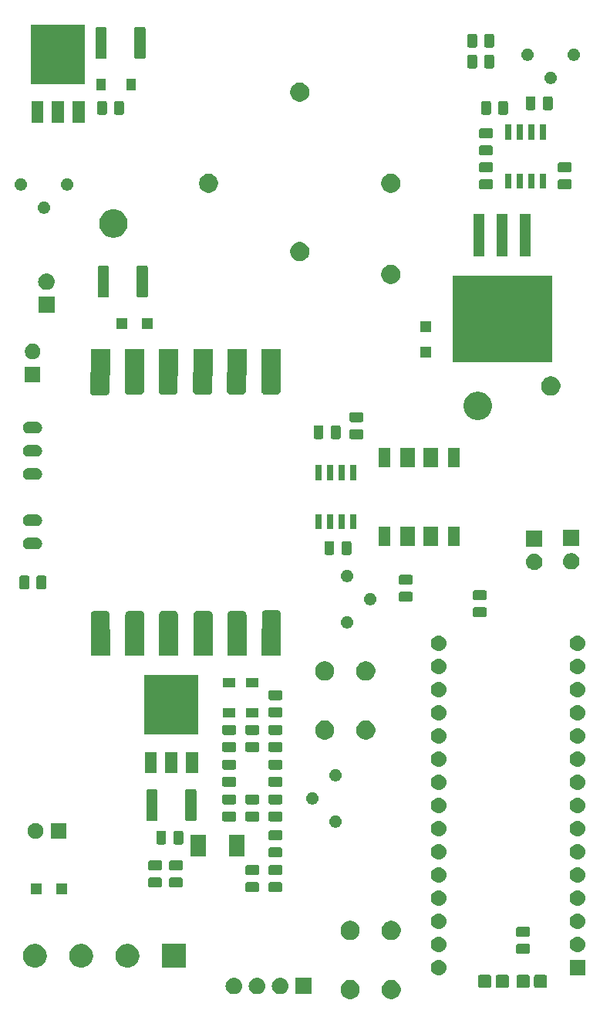
<source format=gbr>
G04 #@! TF.GenerationSoftware,KiCad,Pcbnew,5.0.2+dfsg1-1*
G04 #@! TF.CreationDate,2019-12-18T15:50:12+01:00*
G04 #@! TF.ProjectId,gausskanone,67617573-736b-4616-9e6f-6e652e6b6963,rev?*
G04 #@! TF.SameCoordinates,Original*
G04 #@! TF.FileFunction,Soldermask,Top*
G04 #@! TF.FilePolarity,Negative*
%FSLAX46Y46*%
G04 Gerber Fmt 4.6, Leading zero omitted, Abs format (unit mm)*
G04 Created by KiCad (PCBNEW 5.0.2+dfsg1-1) date Mi 18 Dez 2019 15:50:12 CET*
%MOMM*%
%LPD*%
G01*
G04 APERTURE LIST*
%ADD10C,0.100000*%
G04 APERTURE END LIST*
D10*
G36*
X129846565Y-142395389D02*
X130037834Y-142474615D01*
X130209976Y-142589637D01*
X130356363Y-142736024D01*
X130471385Y-142908166D01*
X130550611Y-143099435D01*
X130591000Y-143302484D01*
X130591000Y-143509516D01*
X130550611Y-143712565D01*
X130471385Y-143903834D01*
X130356363Y-144075976D01*
X130209976Y-144222363D01*
X130037834Y-144337385D01*
X129846565Y-144416611D01*
X129643516Y-144457000D01*
X129436484Y-144457000D01*
X129233435Y-144416611D01*
X129042166Y-144337385D01*
X128870024Y-144222363D01*
X128723637Y-144075976D01*
X128608615Y-143903834D01*
X128529389Y-143712565D01*
X128489000Y-143509516D01*
X128489000Y-143302484D01*
X128529389Y-143099435D01*
X128608615Y-142908166D01*
X128723637Y-142736024D01*
X128870024Y-142589637D01*
X129042166Y-142474615D01*
X129233435Y-142395389D01*
X129436484Y-142355000D01*
X129643516Y-142355000D01*
X129846565Y-142395389D01*
X129846565Y-142395389D01*
G37*
G36*
X125346565Y-142395389D02*
X125537834Y-142474615D01*
X125709976Y-142589637D01*
X125856363Y-142736024D01*
X125971385Y-142908166D01*
X126050611Y-143099435D01*
X126091000Y-143302484D01*
X126091000Y-143509516D01*
X126050611Y-143712565D01*
X125971385Y-143903834D01*
X125856363Y-144075976D01*
X125709976Y-144222363D01*
X125537834Y-144337385D01*
X125346565Y-144416611D01*
X125143516Y-144457000D01*
X124936484Y-144457000D01*
X124733435Y-144416611D01*
X124542166Y-144337385D01*
X124370024Y-144222363D01*
X124223637Y-144075976D01*
X124108615Y-143903834D01*
X124029389Y-143712565D01*
X123989000Y-143509516D01*
X123989000Y-143302484D01*
X124029389Y-143099435D01*
X124108615Y-142908166D01*
X124223637Y-142736024D01*
X124370024Y-142589637D01*
X124542166Y-142474615D01*
X124733435Y-142395389D01*
X124936484Y-142355000D01*
X125143516Y-142355000D01*
X125346565Y-142395389D01*
X125346565Y-142395389D01*
G37*
G36*
X117458443Y-142105519D02*
X117524627Y-142112037D01*
X117637853Y-142146384D01*
X117694467Y-142163557D01*
X117833087Y-142237652D01*
X117850991Y-142247222D01*
X117886729Y-142276552D01*
X117988186Y-142359814D01*
X118071448Y-142461271D01*
X118100778Y-142497009D01*
X118100779Y-142497011D01*
X118184443Y-142653533D01*
X118184443Y-142653534D01*
X118235963Y-142823373D01*
X118253359Y-143000000D01*
X118235963Y-143176627D01*
X118201616Y-143289853D01*
X118184443Y-143346467D01*
X118110348Y-143485087D01*
X118100778Y-143502991D01*
X118095423Y-143509516D01*
X117988186Y-143640186D01*
X117886729Y-143723448D01*
X117850991Y-143752778D01*
X117850989Y-143752779D01*
X117694467Y-143836443D01*
X117637853Y-143853616D01*
X117524627Y-143887963D01*
X117458442Y-143894482D01*
X117392260Y-143901000D01*
X117303740Y-143901000D01*
X117237558Y-143894482D01*
X117171373Y-143887963D01*
X117058147Y-143853616D01*
X117001533Y-143836443D01*
X116845011Y-143752779D01*
X116845009Y-143752778D01*
X116809271Y-143723448D01*
X116707814Y-143640186D01*
X116600577Y-143509516D01*
X116595222Y-143502991D01*
X116585652Y-143485087D01*
X116511557Y-143346467D01*
X116494384Y-143289853D01*
X116460037Y-143176627D01*
X116442641Y-143000000D01*
X116460037Y-142823373D01*
X116511557Y-142653534D01*
X116511557Y-142653533D01*
X116595221Y-142497011D01*
X116595222Y-142497009D01*
X116624552Y-142461271D01*
X116707814Y-142359814D01*
X116809271Y-142276552D01*
X116845009Y-142247222D01*
X116862913Y-142237652D01*
X117001533Y-142163557D01*
X117058147Y-142146384D01*
X117171373Y-142112037D01*
X117237557Y-142105519D01*
X117303740Y-142099000D01*
X117392260Y-142099000D01*
X117458443Y-142105519D01*
X117458443Y-142105519D01*
G37*
G36*
X114918443Y-142105519D02*
X114984627Y-142112037D01*
X115097853Y-142146384D01*
X115154467Y-142163557D01*
X115293087Y-142237652D01*
X115310991Y-142247222D01*
X115346729Y-142276552D01*
X115448186Y-142359814D01*
X115531448Y-142461271D01*
X115560778Y-142497009D01*
X115560779Y-142497011D01*
X115644443Y-142653533D01*
X115644443Y-142653534D01*
X115695963Y-142823373D01*
X115713359Y-143000000D01*
X115695963Y-143176627D01*
X115661616Y-143289853D01*
X115644443Y-143346467D01*
X115570348Y-143485087D01*
X115560778Y-143502991D01*
X115555423Y-143509516D01*
X115448186Y-143640186D01*
X115346729Y-143723448D01*
X115310991Y-143752778D01*
X115310989Y-143752779D01*
X115154467Y-143836443D01*
X115097853Y-143853616D01*
X114984627Y-143887963D01*
X114918442Y-143894482D01*
X114852260Y-143901000D01*
X114763740Y-143901000D01*
X114697558Y-143894482D01*
X114631373Y-143887963D01*
X114518147Y-143853616D01*
X114461533Y-143836443D01*
X114305011Y-143752779D01*
X114305009Y-143752778D01*
X114269271Y-143723448D01*
X114167814Y-143640186D01*
X114060577Y-143509516D01*
X114055222Y-143502991D01*
X114045652Y-143485087D01*
X113971557Y-143346467D01*
X113954384Y-143289853D01*
X113920037Y-143176627D01*
X113902641Y-143000000D01*
X113920037Y-142823373D01*
X113971557Y-142653534D01*
X113971557Y-142653533D01*
X114055221Y-142497011D01*
X114055222Y-142497009D01*
X114084552Y-142461271D01*
X114167814Y-142359814D01*
X114269271Y-142276552D01*
X114305009Y-142247222D01*
X114322913Y-142237652D01*
X114461533Y-142163557D01*
X114518147Y-142146384D01*
X114631373Y-142112037D01*
X114697557Y-142105519D01*
X114763740Y-142099000D01*
X114852260Y-142099000D01*
X114918443Y-142105519D01*
X114918443Y-142105519D01*
G37*
G36*
X112378443Y-142105519D02*
X112444627Y-142112037D01*
X112557853Y-142146384D01*
X112614467Y-142163557D01*
X112753087Y-142237652D01*
X112770991Y-142247222D01*
X112806729Y-142276552D01*
X112908186Y-142359814D01*
X112991448Y-142461271D01*
X113020778Y-142497009D01*
X113020779Y-142497011D01*
X113104443Y-142653533D01*
X113104443Y-142653534D01*
X113155963Y-142823373D01*
X113173359Y-143000000D01*
X113155963Y-143176627D01*
X113121616Y-143289853D01*
X113104443Y-143346467D01*
X113030348Y-143485087D01*
X113020778Y-143502991D01*
X113015423Y-143509516D01*
X112908186Y-143640186D01*
X112806729Y-143723448D01*
X112770991Y-143752778D01*
X112770989Y-143752779D01*
X112614467Y-143836443D01*
X112557853Y-143853616D01*
X112444627Y-143887963D01*
X112378442Y-143894482D01*
X112312260Y-143901000D01*
X112223740Y-143901000D01*
X112157558Y-143894482D01*
X112091373Y-143887963D01*
X111978147Y-143853616D01*
X111921533Y-143836443D01*
X111765011Y-143752779D01*
X111765009Y-143752778D01*
X111729271Y-143723448D01*
X111627814Y-143640186D01*
X111520577Y-143509516D01*
X111515222Y-143502991D01*
X111505652Y-143485087D01*
X111431557Y-143346467D01*
X111414384Y-143289853D01*
X111380037Y-143176627D01*
X111362641Y-143000000D01*
X111380037Y-142823373D01*
X111431557Y-142653534D01*
X111431557Y-142653533D01*
X111515221Y-142497011D01*
X111515222Y-142497009D01*
X111544552Y-142461271D01*
X111627814Y-142359814D01*
X111729271Y-142276552D01*
X111765009Y-142247222D01*
X111782913Y-142237652D01*
X111921533Y-142163557D01*
X111978147Y-142146384D01*
X112091373Y-142112037D01*
X112157557Y-142105519D01*
X112223740Y-142099000D01*
X112312260Y-142099000D01*
X112378443Y-142105519D01*
X112378443Y-142105519D01*
G37*
G36*
X120789000Y-143901000D02*
X118987000Y-143901000D01*
X118987000Y-142099000D01*
X120789000Y-142099000D01*
X120789000Y-143901000D01*
X120789000Y-143901000D01*
G37*
G36*
X140365282Y-141797295D02*
X140401315Y-141808226D01*
X140434528Y-141825979D01*
X140463634Y-141849866D01*
X140487521Y-141878972D01*
X140505274Y-141912185D01*
X140516205Y-141948218D01*
X140520500Y-141991830D01*
X140520500Y-142996170D01*
X140516205Y-143039782D01*
X140505274Y-143075815D01*
X140487521Y-143109028D01*
X140463634Y-143138134D01*
X140434528Y-143162021D01*
X140401315Y-143179774D01*
X140365282Y-143190705D01*
X140321670Y-143195000D01*
X139292330Y-143195000D01*
X139248718Y-143190705D01*
X139212685Y-143179774D01*
X139179472Y-143162021D01*
X139150366Y-143138134D01*
X139126479Y-143109028D01*
X139108726Y-143075815D01*
X139097795Y-143039782D01*
X139093500Y-142996170D01*
X139093500Y-141991830D01*
X139097795Y-141948218D01*
X139108726Y-141912185D01*
X139126479Y-141878972D01*
X139150366Y-141849866D01*
X139179472Y-141825979D01*
X139212685Y-141808226D01*
X139248718Y-141797295D01*
X139292330Y-141793000D01*
X140321670Y-141793000D01*
X140365282Y-141797295D01*
X140365282Y-141797295D01*
G37*
G36*
X144576282Y-141797295D02*
X144612315Y-141808226D01*
X144645528Y-141825979D01*
X144674634Y-141849866D01*
X144698521Y-141878972D01*
X144716274Y-141912185D01*
X144727205Y-141948218D01*
X144731500Y-141991830D01*
X144731500Y-142996170D01*
X144727205Y-143039782D01*
X144716274Y-143075815D01*
X144698521Y-143109028D01*
X144674634Y-143138134D01*
X144645528Y-143162021D01*
X144612315Y-143179774D01*
X144576282Y-143190705D01*
X144532670Y-143195000D01*
X143503330Y-143195000D01*
X143459718Y-143190705D01*
X143423685Y-143179774D01*
X143390472Y-143162021D01*
X143361366Y-143138134D01*
X143337479Y-143109028D01*
X143319726Y-143075815D01*
X143308795Y-143039782D01*
X143304500Y-142996170D01*
X143304500Y-141991830D01*
X143308795Y-141948218D01*
X143319726Y-141912185D01*
X143337479Y-141878972D01*
X143361366Y-141849866D01*
X143390472Y-141825979D01*
X143423685Y-141808226D01*
X143459718Y-141797295D01*
X143503330Y-141793000D01*
X144532670Y-141793000D01*
X144576282Y-141797295D01*
X144576282Y-141797295D01*
G37*
G36*
X142290282Y-141797295D02*
X142326315Y-141808226D01*
X142359528Y-141825979D01*
X142388634Y-141849866D01*
X142412521Y-141878972D01*
X142430274Y-141912185D01*
X142441205Y-141948218D01*
X142445500Y-141991830D01*
X142445500Y-142996170D01*
X142441205Y-143039782D01*
X142430274Y-143075815D01*
X142412521Y-143109028D01*
X142388634Y-143138134D01*
X142359528Y-143162021D01*
X142326315Y-143179774D01*
X142290282Y-143190705D01*
X142246670Y-143195000D01*
X141217330Y-143195000D01*
X141173718Y-143190705D01*
X141137685Y-143179774D01*
X141104472Y-143162021D01*
X141075366Y-143138134D01*
X141051479Y-143109028D01*
X141033726Y-143075815D01*
X141022795Y-143039782D01*
X141018500Y-142996170D01*
X141018500Y-141991830D01*
X141022795Y-141948218D01*
X141033726Y-141912185D01*
X141051479Y-141878972D01*
X141075366Y-141849866D01*
X141104472Y-141825979D01*
X141137685Y-141808226D01*
X141173718Y-141797295D01*
X141217330Y-141793000D01*
X142246670Y-141793000D01*
X142290282Y-141797295D01*
X142290282Y-141797295D01*
G37*
G36*
X146501282Y-141797295D02*
X146537315Y-141808226D01*
X146570528Y-141825979D01*
X146599634Y-141849866D01*
X146623521Y-141878972D01*
X146641274Y-141912185D01*
X146652205Y-141948218D01*
X146656500Y-141991830D01*
X146656500Y-142996170D01*
X146652205Y-143039782D01*
X146641274Y-143075815D01*
X146623521Y-143109028D01*
X146599634Y-143138134D01*
X146570528Y-143162021D01*
X146537315Y-143179774D01*
X146501282Y-143190705D01*
X146457670Y-143195000D01*
X145428330Y-143195000D01*
X145384718Y-143190705D01*
X145348685Y-143179774D01*
X145315472Y-143162021D01*
X145286366Y-143138134D01*
X145262479Y-143109028D01*
X145244726Y-143075815D01*
X145233795Y-143039782D01*
X145229500Y-142996170D01*
X145229500Y-141991830D01*
X145233795Y-141948218D01*
X145244726Y-141912185D01*
X145262479Y-141878972D01*
X145286366Y-141849866D01*
X145315472Y-141825979D01*
X145348685Y-141808226D01*
X145384718Y-141797295D01*
X145428330Y-141793000D01*
X146457670Y-141793000D01*
X146501282Y-141797295D01*
X146501282Y-141797295D01*
G37*
G36*
X150851000Y-141851000D02*
X149149000Y-141851000D01*
X149149000Y-140149000D01*
X150851000Y-140149000D01*
X150851000Y-141851000D01*
X150851000Y-141851000D01*
G37*
G36*
X134926821Y-140161313D02*
X134926824Y-140161314D01*
X134926825Y-140161314D01*
X135087239Y-140209975D01*
X135087241Y-140209976D01*
X135087244Y-140209977D01*
X135235078Y-140288995D01*
X135364659Y-140395341D01*
X135471005Y-140524922D01*
X135550023Y-140672756D01*
X135598687Y-140833179D01*
X135615117Y-141000000D01*
X135598687Y-141166821D01*
X135550023Y-141327244D01*
X135471005Y-141475078D01*
X135364659Y-141604659D01*
X135235078Y-141711005D01*
X135087244Y-141790023D01*
X135087241Y-141790024D01*
X135087239Y-141790025D01*
X134926825Y-141838686D01*
X134926824Y-141838686D01*
X134926821Y-141838687D01*
X134801804Y-141851000D01*
X134718196Y-141851000D01*
X134593179Y-141838687D01*
X134593176Y-141838686D01*
X134593175Y-141838686D01*
X134432761Y-141790025D01*
X134432759Y-141790024D01*
X134432756Y-141790023D01*
X134284922Y-141711005D01*
X134155341Y-141604659D01*
X134048995Y-141475078D01*
X133969977Y-141327244D01*
X133921313Y-141166821D01*
X133904883Y-141000000D01*
X133921313Y-140833179D01*
X133969977Y-140672756D01*
X134048995Y-140524922D01*
X134155341Y-140395341D01*
X134284922Y-140288995D01*
X134432756Y-140209977D01*
X134432759Y-140209976D01*
X134432761Y-140209975D01*
X134593175Y-140161314D01*
X134593176Y-140161314D01*
X134593179Y-140161313D01*
X134718196Y-140149000D01*
X134801804Y-140149000D01*
X134926821Y-140161313D01*
X134926821Y-140161313D01*
G37*
G36*
X90803485Y-138448996D02*
X90803487Y-138448997D01*
X90803488Y-138448997D01*
X90874379Y-138478361D01*
X91040255Y-138547069D01*
X91253342Y-138689449D01*
X91434551Y-138870658D01*
X91434553Y-138870661D01*
X91576931Y-139083745D01*
X91670635Y-139309966D01*
X91675004Y-139320515D01*
X91702790Y-139460204D01*
X91725000Y-139571863D01*
X91725000Y-139828137D01*
X91675003Y-140079488D01*
X91620953Y-140209977D01*
X91576931Y-140316255D01*
X91434551Y-140529342D01*
X91253342Y-140710551D01*
X91253339Y-140710553D01*
X91040255Y-140852931D01*
X90803488Y-140951003D01*
X90803487Y-140951003D01*
X90803485Y-140951004D01*
X90552139Y-141001000D01*
X90295861Y-141001000D01*
X90044515Y-140951004D01*
X90044513Y-140951003D01*
X90044512Y-140951003D01*
X89807745Y-140852931D01*
X89594661Y-140710553D01*
X89594658Y-140710551D01*
X89413449Y-140529342D01*
X89271069Y-140316255D01*
X89227047Y-140209977D01*
X89172997Y-140079488D01*
X89123000Y-139828137D01*
X89123000Y-139571863D01*
X89145210Y-139460204D01*
X89172996Y-139320515D01*
X89177366Y-139309966D01*
X89271069Y-139083745D01*
X89413447Y-138870661D01*
X89413449Y-138870658D01*
X89594658Y-138689449D01*
X89807745Y-138547069D01*
X89973621Y-138478361D01*
X90044512Y-138448997D01*
X90044513Y-138448997D01*
X90044515Y-138448996D01*
X90295861Y-138399000D01*
X90552139Y-138399000D01*
X90803485Y-138448996D01*
X90803485Y-138448996D01*
G37*
G36*
X95883485Y-138448996D02*
X95883487Y-138448997D01*
X95883488Y-138448997D01*
X95954379Y-138478361D01*
X96120255Y-138547069D01*
X96333342Y-138689449D01*
X96514551Y-138870658D01*
X96514553Y-138870661D01*
X96656931Y-139083745D01*
X96750635Y-139309966D01*
X96755004Y-139320515D01*
X96782790Y-139460204D01*
X96805000Y-139571863D01*
X96805000Y-139828137D01*
X96755003Y-140079488D01*
X96700953Y-140209977D01*
X96656931Y-140316255D01*
X96514551Y-140529342D01*
X96333342Y-140710551D01*
X96333339Y-140710553D01*
X96120255Y-140852931D01*
X95883488Y-140951003D01*
X95883487Y-140951003D01*
X95883485Y-140951004D01*
X95632139Y-141001000D01*
X95375861Y-141001000D01*
X95124515Y-140951004D01*
X95124513Y-140951003D01*
X95124512Y-140951003D01*
X94887745Y-140852931D01*
X94674661Y-140710553D01*
X94674658Y-140710551D01*
X94493449Y-140529342D01*
X94351069Y-140316255D01*
X94307047Y-140209977D01*
X94252997Y-140079488D01*
X94203000Y-139828137D01*
X94203000Y-139571863D01*
X94225210Y-139460204D01*
X94252996Y-139320515D01*
X94257366Y-139309966D01*
X94351069Y-139083745D01*
X94493447Y-138870661D01*
X94493449Y-138870658D01*
X94674658Y-138689449D01*
X94887745Y-138547069D01*
X95053621Y-138478361D01*
X95124512Y-138448997D01*
X95124513Y-138448997D01*
X95124515Y-138448996D01*
X95375861Y-138399000D01*
X95632139Y-138399000D01*
X95883485Y-138448996D01*
X95883485Y-138448996D01*
G37*
G36*
X100963485Y-138448996D02*
X100963487Y-138448997D01*
X100963488Y-138448997D01*
X101034379Y-138478361D01*
X101200255Y-138547069D01*
X101413342Y-138689449D01*
X101594551Y-138870658D01*
X101594553Y-138870661D01*
X101736931Y-139083745D01*
X101830635Y-139309966D01*
X101835004Y-139320515D01*
X101862790Y-139460204D01*
X101885000Y-139571863D01*
X101885000Y-139828137D01*
X101835003Y-140079488D01*
X101780953Y-140209977D01*
X101736931Y-140316255D01*
X101594551Y-140529342D01*
X101413342Y-140710551D01*
X101413339Y-140710553D01*
X101200255Y-140852931D01*
X100963488Y-140951003D01*
X100963487Y-140951003D01*
X100963485Y-140951004D01*
X100712139Y-141001000D01*
X100455861Y-141001000D01*
X100204515Y-140951004D01*
X100204513Y-140951003D01*
X100204512Y-140951003D01*
X99967745Y-140852931D01*
X99754661Y-140710553D01*
X99754658Y-140710551D01*
X99573449Y-140529342D01*
X99431069Y-140316255D01*
X99387047Y-140209977D01*
X99332997Y-140079488D01*
X99283000Y-139828137D01*
X99283000Y-139571863D01*
X99305210Y-139460204D01*
X99332996Y-139320515D01*
X99337366Y-139309966D01*
X99431069Y-139083745D01*
X99573447Y-138870661D01*
X99573449Y-138870658D01*
X99754658Y-138689449D01*
X99967745Y-138547069D01*
X100133621Y-138478361D01*
X100204512Y-138448997D01*
X100204513Y-138448997D01*
X100204515Y-138448996D01*
X100455861Y-138399000D01*
X100712139Y-138399000D01*
X100963485Y-138448996D01*
X100963485Y-138448996D01*
G37*
G36*
X106965000Y-141001000D02*
X104363000Y-141001000D01*
X104363000Y-138399000D01*
X106965000Y-138399000D01*
X106965000Y-141001000D01*
X106965000Y-141001000D01*
G37*
G36*
X144602466Y-138404065D02*
X144641137Y-138415796D01*
X144676779Y-138434848D01*
X144708017Y-138460483D01*
X144733652Y-138491721D01*
X144752704Y-138527363D01*
X144764435Y-138566034D01*
X144769000Y-138612388D01*
X144769000Y-139263612D01*
X144764435Y-139309966D01*
X144752704Y-139348637D01*
X144733652Y-139384279D01*
X144708017Y-139415517D01*
X144676779Y-139441152D01*
X144641137Y-139460204D01*
X144602466Y-139471935D01*
X144556112Y-139476500D01*
X143479888Y-139476500D01*
X143433534Y-139471935D01*
X143394863Y-139460204D01*
X143359221Y-139441152D01*
X143327983Y-139415517D01*
X143302348Y-139384279D01*
X143283296Y-139348637D01*
X143271565Y-139309966D01*
X143267000Y-139263612D01*
X143267000Y-138612388D01*
X143271565Y-138566034D01*
X143283296Y-138527363D01*
X143302348Y-138491721D01*
X143327983Y-138460483D01*
X143359221Y-138434848D01*
X143394863Y-138415796D01*
X143433534Y-138404065D01*
X143479888Y-138399500D01*
X144556112Y-138399500D01*
X144602466Y-138404065D01*
X144602466Y-138404065D01*
G37*
G36*
X150166821Y-137621313D02*
X150166824Y-137621314D01*
X150166825Y-137621314D01*
X150327239Y-137669975D01*
X150327241Y-137669976D01*
X150327244Y-137669977D01*
X150475078Y-137748995D01*
X150604659Y-137855341D01*
X150711005Y-137984922D01*
X150790023Y-138132756D01*
X150838687Y-138293179D01*
X150855117Y-138460000D01*
X150838687Y-138626821D01*
X150790023Y-138787244D01*
X150711005Y-138935078D01*
X150604659Y-139064659D01*
X150475078Y-139171005D01*
X150327244Y-139250023D01*
X150327241Y-139250024D01*
X150327239Y-139250025D01*
X150166825Y-139298686D01*
X150166824Y-139298686D01*
X150166821Y-139298687D01*
X150041804Y-139311000D01*
X149958196Y-139311000D01*
X149833179Y-139298687D01*
X149833176Y-139298686D01*
X149833175Y-139298686D01*
X149672761Y-139250025D01*
X149672759Y-139250024D01*
X149672756Y-139250023D01*
X149524922Y-139171005D01*
X149395341Y-139064659D01*
X149288995Y-138935078D01*
X149209977Y-138787244D01*
X149161313Y-138626821D01*
X149144883Y-138460000D01*
X149161313Y-138293179D01*
X149209977Y-138132756D01*
X149288995Y-137984922D01*
X149395341Y-137855341D01*
X149524922Y-137748995D01*
X149672756Y-137669977D01*
X149672759Y-137669976D01*
X149672761Y-137669975D01*
X149833175Y-137621314D01*
X149833176Y-137621314D01*
X149833179Y-137621313D01*
X149958196Y-137609000D01*
X150041804Y-137609000D01*
X150166821Y-137621313D01*
X150166821Y-137621313D01*
G37*
G36*
X134926821Y-137621313D02*
X134926824Y-137621314D01*
X134926825Y-137621314D01*
X135087239Y-137669975D01*
X135087241Y-137669976D01*
X135087244Y-137669977D01*
X135235078Y-137748995D01*
X135364659Y-137855341D01*
X135471005Y-137984922D01*
X135550023Y-138132756D01*
X135598687Y-138293179D01*
X135615117Y-138460000D01*
X135598687Y-138626821D01*
X135550023Y-138787244D01*
X135471005Y-138935078D01*
X135364659Y-139064659D01*
X135235078Y-139171005D01*
X135087244Y-139250023D01*
X135087241Y-139250024D01*
X135087239Y-139250025D01*
X134926825Y-139298686D01*
X134926824Y-139298686D01*
X134926821Y-139298687D01*
X134801804Y-139311000D01*
X134718196Y-139311000D01*
X134593179Y-139298687D01*
X134593176Y-139298686D01*
X134593175Y-139298686D01*
X134432761Y-139250025D01*
X134432759Y-139250024D01*
X134432756Y-139250023D01*
X134284922Y-139171005D01*
X134155341Y-139064659D01*
X134048995Y-138935078D01*
X133969977Y-138787244D01*
X133921313Y-138626821D01*
X133904883Y-138460000D01*
X133921313Y-138293179D01*
X133969977Y-138132756D01*
X134048995Y-137984922D01*
X134155341Y-137855341D01*
X134284922Y-137748995D01*
X134432756Y-137669977D01*
X134432759Y-137669976D01*
X134432761Y-137669975D01*
X134593175Y-137621314D01*
X134593176Y-137621314D01*
X134593179Y-137621313D01*
X134718196Y-137609000D01*
X134801804Y-137609000D01*
X134926821Y-137621313D01*
X134926821Y-137621313D01*
G37*
G36*
X125346565Y-135895389D02*
X125537834Y-135974615D01*
X125709976Y-136089637D01*
X125856363Y-136236024D01*
X125971385Y-136408166D01*
X126050611Y-136599435D01*
X126091000Y-136802484D01*
X126091000Y-137009516D01*
X126050611Y-137212565D01*
X125971385Y-137403834D01*
X125856363Y-137575976D01*
X125709976Y-137722363D01*
X125537834Y-137837385D01*
X125346565Y-137916611D01*
X125143516Y-137957000D01*
X124936484Y-137957000D01*
X124733435Y-137916611D01*
X124542166Y-137837385D01*
X124370024Y-137722363D01*
X124223637Y-137575976D01*
X124108615Y-137403834D01*
X124029389Y-137212565D01*
X123989000Y-137009516D01*
X123989000Y-136802484D01*
X124029389Y-136599435D01*
X124108615Y-136408166D01*
X124223637Y-136236024D01*
X124370024Y-136089637D01*
X124542166Y-135974615D01*
X124733435Y-135895389D01*
X124936484Y-135855000D01*
X125143516Y-135855000D01*
X125346565Y-135895389D01*
X125346565Y-135895389D01*
G37*
G36*
X129846565Y-135895389D02*
X130037834Y-135974615D01*
X130209976Y-136089637D01*
X130356363Y-136236024D01*
X130471385Y-136408166D01*
X130550611Y-136599435D01*
X130591000Y-136802484D01*
X130591000Y-137009516D01*
X130550611Y-137212565D01*
X130471385Y-137403834D01*
X130356363Y-137575976D01*
X130209976Y-137722363D01*
X130037834Y-137837385D01*
X129846565Y-137916611D01*
X129643516Y-137957000D01*
X129436484Y-137957000D01*
X129233435Y-137916611D01*
X129042166Y-137837385D01*
X128870024Y-137722363D01*
X128723637Y-137575976D01*
X128608615Y-137403834D01*
X128529389Y-137212565D01*
X128489000Y-137009516D01*
X128489000Y-136802484D01*
X128529389Y-136599435D01*
X128608615Y-136408166D01*
X128723637Y-136236024D01*
X128870024Y-136089637D01*
X129042166Y-135974615D01*
X129233435Y-135895389D01*
X129436484Y-135855000D01*
X129643516Y-135855000D01*
X129846565Y-135895389D01*
X129846565Y-135895389D01*
G37*
G36*
X144602466Y-136529065D02*
X144641137Y-136540796D01*
X144676779Y-136559848D01*
X144708017Y-136585483D01*
X144733652Y-136616721D01*
X144752704Y-136652363D01*
X144764435Y-136691034D01*
X144769000Y-136737388D01*
X144769000Y-137388612D01*
X144764435Y-137434966D01*
X144752704Y-137473637D01*
X144733652Y-137509279D01*
X144708017Y-137540517D01*
X144676779Y-137566152D01*
X144641137Y-137585204D01*
X144602466Y-137596935D01*
X144556112Y-137601500D01*
X143479888Y-137601500D01*
X143433534Y-137596935D01*
X143394863Y-137585204D01*
X143359221Y-137566152D01*
X143327983Y-137540517D01*
X143302348Y-137509279D01*
X143283296Y-137473637D01*
X143271565Y-137434966D01*
X143267000Y-137388612D01*
X143267000Y-136737388D01*
X143271565Y-136691034D01*
X143283296Y-136652363D01*
X143302348Y-136616721D01*
X143327983Y-136585483D01*
X143359221Y-136559848D01*
X143394863Y-136540796D01*
X143433534Y-136529065D01*
X143479888Y-136524500D01*
X144556112Y-136524500D01*
X144602466Y-136529065D01*
X144602466Y-136529065D01*
G37*
G36*
X150166821Y-135081313D02*
X150166824Y-135081314D01*
X150166825Y-135081314D01*
X150327239Y-135129975D01*
X150327241Y-135129976D01*
X150327244Y-135129977D01*
X150475078Y-135208995D01*
X150604659Y-135315341D01*
X150711005Y-135444922D01*
X150790023Y-135592756D01*
X150838687Y-135753179D01*
X150855117Y-135920000D01*
X150838687Y-136086821D01*
X150838686Y-136086824D01*
X150838686Y-136086825D01*
X150837834Y-136089635D01*
X150790023Y-136247244D01*
X150711005Y-136395078D01*
X150604659Y-136524659D01*
X150475078Y-136631005D01*
X150327244Y-136710023D01*
X150327241Y-136710024D01*
X150327239Y-136710025D01*
X150166825Y-136758686D01*
X150166824Y-136758686D01*
X150166821Y-136758687D01*
X150041804Y-136771000D01*
X149958196Y-136771000D01*
X149833179Y-136758687D01*
X149833176Y-136758686D01*
X149833175Y-136758686D01*
X149672761Y-136710025D01*
X149672759Y-136710024D01*
X149672756Y-136710023D01*
X149524922Y-136631005D01*
X149395341Y-136524659D01*
X149288995Y-136395078D01*
X149209977Y-136247244D01*
X149162167Y-136089635D01*
X149161314Y-136086825D01*
X149161314Y-136086824D01*
X149161313Y-136086821D01*
X149144883Y-135920000D01*
X149161313Y-135753179D01*
X149209977Y-135592756D01*
X149288995Y-135444922D01*
X149395341Y-135315341D01*
X149524922Y-135208995D01*
X149672756Y-135129977D01*
X149672759Y-135129976D01*
X149672761Y-135129975D01*
X149833175Y-135081314D01*
X149833176Y-135081314D01*
X149833179Y-135081313D01*
X149958196Y-135069000D01*
X150041804Y-135069000D01*
X150166821Y-135081313D01*
X150166821Y-135081313D01*
G37*
G36*
X134926821Y-135081313D02*
X134926824Y-135081314D01*
X134926825Y-135081314D01*
X135087239Y-135129975D01*
X135087241Y-135129976D01*
X135087244Y-135129977D01*
X135235078Y-135208995D01*
X135364659Y-135315341D01*
X135471005Y-135444922D01*
X135550023Y-135592756D01*
X135598687Y-135753179D01*
X135615117Y-135920000D01*
X135598687Y-136086821D01*
X135598686Y-136086824D01*
X135598686Y-136086825D01*
X135597834Y-136089635D01*
X135550023Y-136247244D01*
X135471005Y-136395078D01*
X135364659Y-136524659D01*
X135235078Y-136631005D01*
X135087244Y-136710023D01*
X135087241Y-136710024D01*
X135087239Y-136710025D01*
X134926825Y-136758686D01*
X134926824Y-136758686D01*
X134926821Y-136758687D01*
X134801804Y-136771000D01*
X134718196Y-136771000D01*
X134593179Y-136758687D01*
X134593176Y-136758686D01*
X134593175Y-136758686D01*
X134432761Y-136710025D01*
X134432759Y-136710024D01*
X134432756Y-136710023D01*
X134284922Y-136631005D01*
X134155341Y-136524659D01*
X134048995Y-136395078D01*
X133969977Y-136247244D01*
X133922167Y-136089635D01*
X133921314Y-136086825D01*
X133921314Y-136086824D01*
X133921313Y-136086821D01*
X133904883Y-135920000D01*
X133921313Y-135753179D01*
X133969977Y-135592756D01*
X134048995Y-135444922D01*
X134155341Y-135315341D01*
X134284922Y-135208995D01*
X134432756Y-135129977D01*
X134432759Y-135129976D01*
X134432761Y-135129975D01*
X134593175Y-135081314D01*
X134593176Y-135081314D01*
X134593179Y-135081313D01*
X134718196Y-135069000D01*
X134801804Y-135069000D01*
X134926821Y-135081313D01*
X134926821Y-135081313D01*
G37*
G36*
X150166821Y-132541313D02*
X150166824Y-132541314D01*
X150166825Y-132541314D01*
X150327239Y-132589975D01*
X150327241Y-132589976D01*
X150327244Y-132589977D01*
X150475078Y-132668995D01*
X150604659Y-132775341D01*
X150711005Y-132904922D01*
X150790023Y-133052756D01*
X150838687Y-133213179D01*
X150855117Y-133380000D01*
X150838687Y-133546821D01*
X150790023Y-133707244D01*
X150711005Y-133855078D01*
X150604659Y-133984659D01*
X150475078Y-134091005D01*
X150327244Y-134170023D01*
X150327241Y-134170024D01*
X150327239Y-134170025D01*
X150166825Y-134218686D01*
X150166824Y-134218686D01*
X150166821Y-134218687D01*
X150041804Y-134231000D01*
X149958196Y-134231000D01*
X149833179Y-134218687D01*
X149833176Y-134218686D01*
X149833175Y-134218686D01*
X149672761Y-134170025D01*
X149672759Y-134170024D01*
X149672756Y-134170023D01*
X149524922Y-134091005D01*
X149395341Y-133984659D01*
X149288995Y-133855078D01*
X149209977Y-133707244D01*
X149161313Y-133546821D01*
X149144883Y-133380000D01*
X149161313Y-133213179D01*
X149209977Y-133052756D01*
X149288995Y-132904922D01*
X149395341Y-132775341D01*
X149524922Y-132668995D01*
X149672756Y-132589977D01*
X149672759Y-132589976D01*
X149672761Y-132589975D01*
X149833175Y-132541314D01*
X149833176Y-132541314D01*
X149833179Y-132541313D01*
X149958196Y-132529000D01*
X150041804Y-132529000D01*
X150166821Y-132541313D01*
X150166821Y-132541313D01*
G37*
G36*
X134926821Y-132541313D02*
X134926824Y-132541314D01*
X134926825Y-132541314D01*
X135087239Y-132589975D01*
X135087241Y-132589976D01*
X135087244Y-132589977D01*
X135235078Y-132668995D01*
X135364659Y-132775341D01*
X135471005Y-132904922D01*
X135550023Y-133052756D01*
X135598687Y-133213179D01*
X135615117Y-133380000D01*
X135598687Y-133546821D01*
X135550023Y-133707244D01*
X135471005Y-133855078D01*
X135364659Y-133984659D01*
X135235078Y-134091005D01*
X135087244Y-134170023D01*
X135087241Y-134170024D01*
X135087239Y-134170025D01*
X134926825Y-134218686D01*
X134926824Y-134218686D01*
X134926821Y-134218687D01*
X134801804Y-134231000D01*
X134718196Y-134231000D01*
X134593179Y-134218687D01*
X134593176Y-134218686D01*
X134593175Y-134218686D01*
X134432761Y-134170025D01*
X134432759Y-134170024D01*
X134432756Y-134170023D01*
X134284922Y-134091005D01*
X134155341Y-133984659D01*
X134048995Y-133855078D01*
X133969977Y-133707244D01*
X133921313Y-133546821D01*
X133904883Y-133380000D01*
X133921313Y-133213179D01*
X133969977Y-133052756D01*
X134048995Y-132904922D01*
X134155341Y-132775341D01*
X134284922Y-132668995D01*
X134432756Y-132589977D01*
X134432759Y-132589976D01*
X134432761Y-132589975D01*
X134593175Y-132541314D01*
X134593176Y-132541314D01*
X134593179Y-132541313D01*
X134718196Y-132529000D01*
X134801804Y-132529000D01*
X134926821Y-132541313D01*
X134926821Y-132541313D01*
G37*
G36*
X94001000Y-132935000D02*
X92799000Y-132935000D01*
X92799000Y-131733000D01*
X94001000Y-131733000D01*
X94001000Y-132935000D01*
X94001000Y-132935000D01*
G37*
G36*
X91201000Y-132935000D02*
X89999000Y-132935000D01*
X89999000Y-131733000D01*
X91201000Y-131733000D01*
X91201000Y-132935000D01*
X91201000Y-132935000D01*
G37*
G36*
X114884466Y-131643065D02*
X114923137Y-131654796D01*
X114958779Y-131673848D01*
X114990017Y-131699483D01*
X115015652Y-131730721D01*
X115034704Y-131766363D01*
X115046435Y-131805034D01*
X115051000Y-131851388D01*
X115051000Y-132502612D01*
X115046435Y-132548966D01*
X115034704Y-132587637D01*
X115015652Y-132623279D01*
X114990017Y-132654517D01*
X114958779Y-132680152D01*
X114923137Y-132699204D01*
X114884466Y-132710935D01*
X114838112Y-132715500D01*
X113761888Y-132715500D01*
X113715534Y-132710935D01*
X113676863Y-132699204D01*
X113641221Y-132680152D01*
X113609983Y-132654517D01*
X113584348Y-132623279D01*
X113565296Y-132587637D01*
X113553565Y-132548966D01*
X113549000Y-132502612D01*
X113549000Y-131851388D01*
X113553565Y-131805034D01*
X113565296Y-131766363D01*
X113584348Y-131730721D01*
X113609983Y-131699483D01*
X113641221Y-131673848D01*
X113676863Y-131654796D01*
X113715534Y-131643065D01*
X113761888Y-131638500D01*
X114838112Y-131638500D01*
X114884466Y-131643065D01*
X114884466Y-131643065D01*
G37*
G36*
X117424466Y-131643065D02*
X117463137Y-131654796D01*
X117498779Y-131673848D01*
X117530017Y-131699483D01*
X117555652Y-131730721D01*
X117574704Y-131766363D01*
X117586435Y-131805034D01*
X117591000Y-131851388D01*
X117591000Y-132502612D01*
X117586435Y-132548966D01*
X117574704Y-132587637D01*
X117555652Y-132623279D01*
X117530017Y-132654517D01*
X117498779Y-132680152D01*
X117463137Y-132699204D01*
X117424466Y-132710935D01*
X117378112Y-132715500D01*
X116301888Y-132715500D01*
X116255534Y-132710935D01*
X116216863Y-132699204D01*
X116181221Y-132680152D01*
X116149983Y-132654517D01*
X116124348Y-132623279D01*
X116105296Y-132587637D01*
X116093565Y-132548966D01*
X116089000Y-132502612D01*
X116089000Y-131851388D01*
X116093565Y-131805034D01*
X116105296Y-131766363D01*
X116124348Y-131730721D01*
X116149983Y-131699483D01*
X116181221Y-131673848D01*
X116216863Y-131654796D01*
X116255534Y-131643065D01*
X116301888Y-131638500D01*
X117378112Y-131638500D01*
X117424466Y-131643065D01*
X117424466Y-131643065D01*
G37*
G36*
X106502466Y-131135065D02*
X106541137Y-131146796D01*
X106576779Y-131165848D01*
X106608017Y-131191483D01*
X106633652Y-131222721D01*
X106652704Y-131258363D01*
X106664435Y-131297034D01*
X106669000Y-131343388D01*
X106669000Y-131994612D01*
X106664435Y-132040966D01*
X106652704Y-132079637D01*
X106633652Y-132115279D01*
X106608017Y-132146517D01*
X106576779Y-132172152D01*
X106541137Y-132191204D01*
X106502466Y-132202935D01*
X106456112Y-132207500D01*
X105379888Y-132207500D01*
X105333534Y-132202935D01*
X105294863Y-132191204D01*
X105259221Y-132172152D01*
X105227983Y-132146517D01*
X105202348Y-132115279D01*
X105183296Y-132079637D01*
X105171565Y-132040966D01*
X105167000Y-131994612D01*
X105167000Y-131343388D01*
X105171565Y-131297034D01*
X105183296Y-131258363D01*
X105202348Y-131222721D01*
X105227983Y-131191483D01*
X105259221Y-131165848D01*
X105294863Y-131146796D01*
X105333534Y-131135065D01*
X105379888Y-131130500D01*
X106456112Y-131130500D01*
X106502466Y-131135065D01*
X106502466Y-131135065D01*
G37*
G36*
X104216466Y-131135065D02*
X104255137Y-131146796D01*
X104290779Y-131165848D01*
X104322017Y-131191483D01*
X104347652Y-131222721D01*
X104366704Y-131258363D01*
X104378435Y-131297034D01*
X104383000Y-131343388D01*
X104383000Y-131994612D01*
X104378435Y-132040966D01*
X104366704Y-132079637D01*
X104347652Y-132115279D01*
X104322017Y-132146517D01*
X104290779Y-132172152D01*
X104255137Y-132191204D01*
X104216466Y-132202935D01*
X104170112Y-132207500D01*
X103093888Y-132207500D01*
X103047534Y-132202935D01*
X103008863Y-132191204D01*
X102973221Y-132172152D01*
X102941983Y-132146517D01*
X102916348Y-132115279D01*
X102897296Y-132079637D01*
X102885565Y-132040966D01*
X102881000Y-131994612D01*
X102881000Y-131343388D01*
X102885565Y-131297034D01*
X102897296Y-131258363D01*
X102916348Y-131222721D01*
X102941983Y-131191483D01*
X102973221Y-131165848D01*
X103008863Y-131146796D01*
X103047534Y-131135065D01*
X103093888Y-131130500D01*
X104170112Y-131130500D01*
X104216466Y-131135065D01*
X104216466Y-131135065D01*
G37*
G36*
X134926821Y-130001313D02*
X134926824Y-130001314D01*
X134926825Y-130001314D01*
X135087239Y-130049975D01*
X135087241Y-130049976D01*
X135087244Y-130049977D01*
X135235078Y-130128995D01*
X135364659Y-130235341D01*
X135471005Y-130364922D01*
X135550023Y-130512756D01*
X135550024Y-130512759D01*
X135550025Y-130512761D01*
X135598686Y-130673175D01*
X135598687Y-130673179D01*
X135615117Y-130840000D01*
X135598687Y-131006821D01*
X135598686Y-131006824D01*
X135598686Y-131006825D01*
X135550447Y-131165848D01*
X135550023Y-131167244D01*
X135471005Y-131315078D01*
X135364659Y-131444659D01*
X135235078Y-131551005D01*
X135087244Y-131630023D01*
X135087241Y-131630024D01*
X135087239Y-131630025D01*
X134926825Y-131678686D01*
X134926824Y-131678686D01*
X134926821Y-131678687D01*
X134801804Y-131691000D01*
X134718196Y-131691000D01*
X134593179Y-131678687D01*
X134593176Y-131678686D01*
X134593175Y-131678686D01*
X134432761Y-131630025D01*
X134432759Y-131630024D01*
X134432756Y-131630023D01*
X134284922Y-131551005D01*
X134155341Y-131444659D01*
X134048995Y-131315078D01*
X133969977Y-131167244D01*
X133969554Y-131165848D01*
X133921314Y-131006825D01*
X133921314Y-131006824D01*
X133921313Y-131006821D01*
X133904883Y-130840000D01*
X133921313Y-130673179D01*
X133921314Y-130673175D01*
X133969975Y-130512761D01*
X133969976Y-130512759D01*
X133969977Y-130512756D01*
X134048995Y-130364922D01*
X134155341Y-130235341D01*
X134284922Y-130128995D01*
X134432756Y-130049977D01*
X134432759Y-130049976D01*
X134432761Y-130049975D01*
X134593175Y-130001314D01*
X134593176Y-130001314D01*
X134593179Y-130001313D01*
X134718196Y-129989000D01*
X134801804Y-129989000D01*
X134926821Y-130001313D01*
X134926821Y-130001313D01*
G37*
G36*
X150166821Y-130001313D02*
X150166824Y-130001314D01*
X150166825Y-130001314D01*
X150327239Y-130049975D01*
X150327241Y-130049976D01*
X150327244Y-130049977D01*
X150475078Y-130128995D01*
X150604659Y-130235341D01*
X150711005Y-130364922D01*
X150790023Y-130512756D01*
X150790024Y-130512759D01*
X150790025Y-130512761D01*
X150838686Y-130673175D01*
X150838687Y-130673179D01*
X150855117Y-130840000D01*
X150838687Y-131006821D01*
X150838686Y-131006824D01*
X150838686Y-131006825D01*
X150790447Y-131165848D01*
X150790023Y-131167244D01*
X150711005Y-131315078D01*
X150604659Y-131444659D01*
X150475078Y-131551005D01*
X150327244Y-131630023D01*
X150327241Y-131630024D01*
X150327239Y-131630025D01*
X150166825Y-131678686D01*
X150166824Y-131678686D01*
X150166821Y-131678687D01*
X150041804Y-131691000D01*
X149958196Y-131691000D01*
X149833179Y-131678687D01*
X149833176Y-131678686D01*
X149833175Y-131678686D01*
X149672761Y-131630025D01*
X149672759Y-131630024D01*
X149672756Y-131630023D01*
X149524922Y-131551005D01*
X149395341Y-131444659D01*
X149288995Y-131315078D01*
X149209977Y-131167244D01*
X149209554Y-131165848D01*
X149161314Y-131006825D01*
X149161314Y-131006824D01*
X149161313Y-131006821D01*
X149144883Y-130840000D01*
X149161313Y-130673179D01*
X149161314Y-130673175D01*
X149209975Y-130512761D01*
X149209976Y-130512759D01*
X149209977Y-130512756D01*
X149288995Y-130364922D01*
X149395341Y-130235341D01*
X149524922Y-130128995D01*
X149672756Y-130049977D01*
X149672759Y-130049976D01*
X149672761Y-130049975D01*
X149833175Y-130001314D01*
X149833176Y-130001314D01*
X149833179Y-130001313D01*
X149958196Y-129989000D01*
X150041804Y-129989000D01*
X150166821Y-130001313D01*
X150166821Y-130001313D01*
G37*
G36*
X114884466Y-129768065D02*
X114923137Y-129779796D01*
X114958779Y-129798848D01*
X114990017Y-129824483D01*
X115015652Y-129855721D01*
X115034704Y-129891363D01*
X115046435Y-129930034D01*
X115051000Y-129976388D01*
X115051000Y-130627612D01*
X115046435Y-130673966D01*
X115034704Y-130712637D01*
X115015652Y-130748279D01*
X114990017Y-130779517D01*
X114958779Y-130805152D01*
X114923137Y-130824204D01*
X114884466Y-130835935D01*
X114838112Y-130840500D01*
X113761888Y-130840500D01*
X113715534Y-130835935D01*
X113676863Y-130824204D01*
X113641221Y-130805152D01*
X113609983Y-130779517D01*
X113584348Y-130748279D01*
X113565296Y-130712637D01*
X113553565Y-130673966D01*
X113549000Y-130627612D01*
X113549000Y-129976388D01*
X113553565Y-129930034D01*
X113565296Y-129891363D01*
X113584348Y-129855721D01*
X113609983Y-129824483D01*
X113641221Y-129798848D01*
X113676863Y-129779796D01*
X113715534Y-129768065D01*
X113761888Y-129763500D01*
X114838112Y-129763500D01*
X114884466Y-129768065D01*
X114884466Y-129768065D01*
G37*
G36*
X117424466Y-129768065D02*
X117463137Y-129779796D01*
X117498779Y-129798848D01*
X117530017Y-129824483D01*
X117555652Y-129855721D01*
X117574704Y-129891363D01*
X117586435Y-129930034D01*
X117591000Y-129976388D01*
X117591000Y-130627612D01*
X117586435Y-130673966D01*
X117574704Y-130712637D01*
X117555652Y-130748279D01*
X117530017Y-130779517D01*
X117498779Y-130805152D01*
X117463137Y-130824204D01*
X117424466Y-130835935D01*
X117378112Y-130840500D01*
X116301888Y-130840500D01*
X116255534Y-130835935D01*
X116216863Y-130824204D01*
X116181221Y-130805152D01*
X116149983Y-130779517D01*
X116124348Y-130748279D01*
X116105296Y-130712637D01*
X116093565Y-130673966D01*
X116089000Y-130627612D01*
X116089000Y-129976388D01*
X116093565Y-129930034D01*
X116105296Y-129891363D01*
X116124348Y-129855721D01*
X116149983Y-129824483D01*
X116181221Y-129798848D01*
X116216863Y-129779796D01*
X116255534Y-129768065D01*
X116301888Y-129763500D01*
X117378112Y-129763500D01*
X117424466Y-129768065D01*
X117424466Y-129768065D01*
G37*
G36*
X106502466Y-129260065D02*
X106541137Y-129271796D01*
X106576779Y-129290848D01*
X106608017Y-129316483D01*
X106633652Y-129347721D01*
X106652704Y-129383363D01*
X106664435Y-129422034D01*
X106669000Y-129468388D01*
X106669000Y-130119612D01*
X106664435Y-130165966D01*
X106652704Y-130204637D01*
X106633652Y-130240279D01*
X106608017Y-130271517D01*
X106576779Y-130297152D01*
X106541137Y-130316204D01*
X106502466Y-130327935D01*
X106456112Y-130332500D01*
X105379888Y-130332500D01*
X105333534Y-130327935D01*
X105294863Y-130316204D01*
X105259221Y-130297152D01*
X105227983Y-130271517D01*
X105202348Y-130240279D01*
X105183296Y-130204637D01*
X105171565Y-130165966D01*
X105167000Y-130119612D01*
X105167000Y-129468388D01*
X105171565Y-129422034D01*
X105183296Y-129383363D01*
X105202348Y-129347721D01*
X105227983Y-129316483D01*
X105259221Y-129290848D01*
X105294863Y-129271796D01*
X105333534Y-129260065D01*
X105379888Y-129255500D01*
X106456112Y-129255500D01*
X106502466Y-129260065D01*
X106502466Y-129260065D01*
G37*
G36*
X104216466Y-129260065D02*
X104255137Y-129271796D01*
X104290779Y-129290848D01*
X104322017Y-129316483D01*
X104347652Y-129347721D01*
X104366704Y-129383363D01*
X104378435Y-129422034D01*
X104383000Y-129468388D01*
X104383000Y-130119612D01*
X104378435Y-130165966D01*
X104366704Y-130204637D01*
X104347652Y-130240279D01*
X104322017Y-130271517D01*
X104290779Y-130297152D01*
X104255137Y-130316204D01*
X104216466Y-130327935D01*
X104170112Y-130332500D01*
X103093888Y-130332500D01*
X103047534Y-130327935D01*
X103008863Y-130316204D01*
X102973221Y-130297152D01*
X102941983Y-130271517D01*
X102916348Y-130240279D01*
X102897296Y-130204637D01*
X102885565Y-130165966D01*
X102881000Y-130119612D01*
X102881000Y-129468388D01*
X102885565Y-129422034D01*
X102897296Y-129383363D01*
X102916348Y-129347721D01*
X102941983Y-129316483D01*
X102973221Y-129290848D01*
X103008863Y-129271796D01*
X103047534Y-129260065D01*
X103093888Y-129255500D01*
X104170112Y-129255500D01*
X104216466Y-129260065D01*
X104216466Y-129260065D01*
G37*
G36*
X150166821Y-127461313D02*
X150166824Y-127461314D01*
X150166825Y-127461314D01*
X150327239Y-127509975D01*
X150327241Y-127509976D01*
X150327244Y-127509977D01*
X150475078Y-127588995D01*
X150604659Y-127695341D01*
X150711005Y-127824922D01*
X150790023Y-127972756D01*
X150790024Y-127972759D01*
X150790025Y-127972761D01*
X150827940Y-128097750D01*
X150838687Y-128133179D01*
X150855117Y-128300000D01*
X150838687Y-128466821D01*
X150790023Y-128627244D01*
X150711005Y-128775078D01*
X150604659Y-128904659D01*
X150475078Y-129011005D01*
X150327244Y-129090023D01*
X150327241Y-129090024D01*
X150327239Y-129090025D01*
X150166825Y-129138686D01*
X150166824Y-129138686D01*
X150166821Y-129138687D01*
X150041804Y-129151000D01*
X149958196Y-129151000D01*
X149833179Y-129138687D01*
X149833176Y-129138686D01*
X149833175Y-129138686D01*
X149672761Y-129090025D01*
X149672759Y-129090024D01*
X149672756Y-129090023D01*
X149524922Y-129011005D01*
X149395341Y-128904659D01*
X149288995Y-128775078D01*
X149209977Y-128627244D01*
X149161313Y-128466821D01*
X149144883Y-128300000D01*
X149161313Y-128133179D01*
X149172060Y-128097750D01*
X149209975Y-127972761D01*
X149209976Y-127972759D01*
X149209977Y-127972756D01*
X149288995Y-127824922D01*
X149395341Y-127695341D01*
X149524922Y-127588995D01*
X149672756Y-127509977D01*
X149672759Y-127509976D01*
X149672761Y-127509975D01*
X149833175Y-127461314D01*
X149833176Y-127461314D01*
X149833179Y-127461313D01*
X149958196Y-127449000D01*
X150041804Y-127449000D01*
X150166821Y-127461313D01*
X150166821Y-127461313D01*
G37*
G36*
X134926821Y-127461313D02*
X134926824Y-127461314D01*
X134926825Y-127461314D01*
X135087239Y-127509975D01*
X135087241Y-127509976D01*
X135087244Y-127509977D01*
X135235078Y-127588995D01*
X135364659Y-127695341D01*
X135471005Y-127824922D01*
X135550023Y-127972756D01*
X135550024Y-127972759D01*
X135550025Y-127972761D01*
X135587940Y-128097750D01*
X135598687Y-128133179D01*
X135615117Y-128300000D01*
X135598687Y-128466821D01*
X135550023Y-128627244D01*
X135471005Y-128775078D01*
X135364659Y-128904659D01*
X135235078Y-129011005D01*
X135087244Y-129090023D01*
X135087241Y-129090024D01*
X135087239Y-129090025D01*
X134926825Y-129138686D01*
X134926824Y-129138686D01*
X134926821Y-129138687D01*
X134801804Y-129151000D01*
X134718196Y-129151000D01*
X134593179Y-129138687D01*
X134593176Y-129138686D01*
X134593175Y-129138686D01*
X134432761Y-129090025D01*
X134432759Y-129090024D01*
X134432756Y-129090023D01*
X134284922Y-129011005D01*
X134155341Y-128904659D01*
X134048995Y-128775078D01*
X133969977Y-128627244D01*
X133921313Y-128466821D01*
X133904883Y-128300000D01*
X133921313Y-128133179D01*
X133932060Y-128097750D01*
X133969975Y-127972761D01*
X133969976Y-127972759D01*
X133969977Y-127972756D01*
X134048995Y-127824922D01*
X134155341Y-127695341D01*
X134284922Y-127588995D01*
X134432756Y-127509977D01*
X134432759Y-127509976D01*
X134432761Y-127509975D01*
X134593175Y-127461314D01*
X134593176Y-127461314D01*
X134593179Y-127461313D01*
X134718196Y-127449000D01*
X134801804Y-127449000D01*
X134926821Y-127461313D01*
X134926821Y-127461313D01*
G37*
G36*
X117424466Y-127833065D02*
X117463137Y-127844796D01*
X117498779Y-127863848D01*
X117530017Y-127889483D01*
X117555652Y-127920721D01*
X117574704Y-127956363D01*
X117586435Y-127995034D01*
X117591000Y-128041388D01*
X117591000Y-128692612D01*
X117586435Y-128738966D01*
X117574704Y-128777637D01*
X117555652Y-128813279D01*
X117530017Y-128844517D01*
X117498779Y-128870152D01*
X117463137Y-128889204D01*
X117424466Y-128900935D01*
X117378112Y-128905500D01*
X116301888Y-128905500D01*
X116255534Y-128900935D01*
X116216863Y-128889204D01*
X116181221Y-128870152D01*
X116149983Y-128844517D01*
X116124348Y-128813279D01*
X116105296Y-128777637D01*
X116093565Y-128738966D01*
X116089000Y-128692612D01*
X116089000Y-128041388D01*
X116093565Y-127995034D01*
X116105296Y-127956363D01*
X116124348Y-127920721D01*
X116149983Y-127889483D01*
X116181221Y-127863848D01*
X116216863Y-127844796D01*
X116255534Y-127833065D01*
X116301888Y-127828500D01*
X117378112Y-127828500D01*
X117424466Y-127833065D01*
X117424466Y-127833065D01*
G37*
G36*
X113441000Y-128836000D02*
X111739000Y-128836000D01*
X111739000Y-126434000D01*
X113441000Y-126434000D01*
X113441000Y-128836000D01*
X113441000Y-128836000D01*
G37*
G36*
X109241000Y-128836000D02*
X107539000Y-128836000D01*
X107539000Y-126434000D01*
X109241000Y-126434000D01*
X109241000Y-128836000D01*
X109241000Y-128836000D01*
G37*
G36*
X104668966Y-125999565D02*
X104707637Y-126011296D01*
X104743279Y-126030348D01*
X104774517Y-126055983D01*
X104800152Y-126087221D01*
X104819204Y-126122863D01*
X104830935Y-126161534D01*
X104835500Y-126207888D01*
X104835500Y-127284112D01*
X104830935Y-127330466D01*
X104819204Y-127369137D01*
X104800152Y-127404779D01*
X104774517Y-127436017D01*
X104743279Y-127461652D01*
X104707637Y-127480704D01*
X104668966Y-127492435D01*
X104622612Y-127497000D01*
X103971388Y-127497000D01*
X103925034Y-127492435D01*
X103886363Y-127480704D01*
X103850721Y-127461652D01*
X103819483Y-127436017D01*
X103793848Y-127404779D01*
X103774796Y-127369137D01*
X103763065Y-127330466D01*
X103758500Y-127284112D01*
X103758500Y-126207888D01*
X103763065Y-126161534D01*
X103774796Y-126122863D01*
X103793848Y-126087221D01*
X103819483Y-126055983D01*
X103850721Y-126030348D01*
X103886363Y-126011296D01*
X103925034Y-125999565D01*
X103971388Y-125995000D01*
X104622612Y-125995000D01*
X104668966Y-125999565D01*
X104668966Y-125999565D01*
G37*
G36*
X106543966Y-125999565D02*
X106582637Y-126011296D01*
X106618279Y-126030348D01*
X106649517Y-126055983D01*
X106675152Y-126087221D01*
X106694204Y-126122863D01*
X106705935Y-126161534D01*
X106710500Y-126207888D01*
X106710500Y-127284112D01*
X106705935Y-127330466D01*
X106694204Y-127369137D01*
X106675152Y-127404779D01*
X106649517Y-127436017D01*
X106618279Y-127461652D01*
X106582637Y-127480704D01*
X106543966Y-127492435D01*
X106497612Y-127497000D01*
X105846388Y-127497000D01*
X105800034Y-127492435D01*
X105761363Y-127480704D01*
X105725721Y-127461652D01*
X105694483Y-127436017D01*
X105668848Y-127404779D01*
X105649796Y-127369137D01*
X105638065Y-127330466D01*
X105633500Y-127284112D01*
X105633500Y-126207888D01*
X105638065Y-126161534D01*
X105649796Y-126122863D01*
X105668848Y-126087221D01*
X105694483Y-126055983D01*
X105725721Y-126030348D01*
X105761363Y-126011296D01*
X105800034Y-125999565D01*
X105846388Y-125995000D01*
X106497612Y-125995000D01*
X106543966Y-125999565D01*
X106543966Y-125999565D01*
G37*
G36*
X117424466Y-125958065D02*
X117463137Y-125969796D01*
X117498779Y-125988848D01*
X117530017Y-126014483D01*
X117555652Y-126045721D01*
X117574704Y-126081363D01*
X117586435Y-126120034D01*
X117591000Y-126166388D01*
X117591000Y-126817612D01*
X117586435Y-126863966D01*
X117574704Y-126902637D01*
X117555652Y-126938279D01*
X117530017Y-126969517D01*
X117498779Y-126995152D01*
X117463137Y-127014204D01*
X117424466Y-127025935D01*
X117378112Y-127030500D01*
X116301888Y-127030500D01*
X116255534Y-127025935D01*
X116216863Y-127014204D01*
X116181221Y-126995152D01*
X116149983Y-126969517D01*
X116124348Y-126938279D01*
X116105296Y-126902637D01*
X116093565Y-126863966D01*
X116089000Y-126817612D01*
X116089000Y-126166388D01*
X116093565Y-126120034D01*
X116105296Y-126081363D01*
X116124348Y-126045721D01*
X116149983Y-126014483D01*
X116181221Y-125988848D01*
X116216863Y-125969796D01*
X116255534Y-125958065D01*
X116301888Y-125953500D01*
X117378112Y-125953500D01*
X117424466Y-125958065D01*
X117424466Y-125958065D01*
G37*
G36*
X90748228Y-125181703D02*
X90903100Y-125245853D01*
X91042481Y-125338985D01*
X91161015Y-125457519D01*
X91254147Y-125596900D01*
X91318297Y-125751772D01*
X91351000Y-125916184D01*
X91351000Y-126083816D01*
X91318297Y-126248228D01*
X91254147Y-126403100D01*
X91161015Y-126542481D01*
X91042481Y-126661015D01*
X90903100Y-126754147D01*
X90748228Y-126818297D01*
X90583816Y-126851000D01*
X90416184Y-126851000D01*
X90251772Y-126818297D01*
X90096900Y-126754147D01*
X89957519Y-126661015D01*
X89838985Y-126542481D01*
X89745853Y-126403100D01*
X89681703Y-126248228D01*
X89649000Y-126083816D01*
X89649000Y-125916184D01*
X89681703Y-125751772D01*
X89745853Y-125596900D01*
X89838985Y-125457519D01*
X89957519Y-125338985D01*
X90096900Y-125245853D01*
X90251772Y-125181703D01*
X90416184Y-125149000D01*
X90583816Y-125149000D01*
X90748228Y-125181703D01*
X90748228Y-125181703D01*
G37*
G36*
X93851000Y-126851000D02*
X92149000Y-126851000D01*
X92149000Y-125149000D01*
X93851000Y-125149000D01*
X93851000Y-126851000D01*
X93851000Y-126851000D01*
G37*
G36*
X150166821Y-124921313D02*
X150166824Y-124921314D01*
X150166825Y-124921314D01*
X150327239Y-124969975D01*
X150327241Y-124969976D01*
X150327244Y-124969977D01*
X150475078Y-125048995D01*
X150604659Y-125155341D01*
X150711005Y-125284922D01*
X150790023Y-125432756D01*
X150790024Y-125432759D01*
X150790025Y-125432761D01*
X150832109Y-125571494D01*
X150838687Y-125593179D01*
X150855117Y-125760000D01*
X150838687Y-125926821D01*
X150838686Y-125926824D01*
X150838686Y-125926825D01*
X150794295Y-126073163D01*
X150790023Y-126087244D01*
X150711005Y-126235078D01*
X150604659Y-126364659D01*
X150475078Y-126471005D01*
X150327244Y-126550023D01*
X150327241Y-126550024D01*
X150327239Y-126550025D01*
X150166825Y-126598686D01*
X150166824Y-126598686D01*
X150166821Y-126598687D01*
X150041804Y-126611000D01*
X149958196Y-126611000D01*
X149833179Y-126598687D01*
X149833176Y-126598686D01*
X149833175Y-126598686D01*
X149672761Y-126550025D01*
X149672759Y-126550024D01*
X149672756Y-126550023D01*
X149524922Y-126471005D01*
X149395341Y-126364659D01*
X149288995Y-126235078D01*
X149209977Y-126087244D01*
X149205706Y-126073163D01*
X149161314Y-125926825D01*
X149161314Y-125926824D01*
X149161313Y-125926821D01*
X149144883Y-125760000D01*
X149161313Y-125593179D01*
X149167891Y-125571494D01*
X149209975Y-125432761D01*
X149209976Y-125432759D01*
X149209977Y-125432756D01*
X149288995Y-125284922D01*
X149395341Y-125155341D01*
X149524922Y-125048995D01*
X149672756Y-124969977D01*
X149672759Y-124969976D01*
X149672761Y-124969975D01*
X149833175Y-124921314D01*
X149833176Y-124921314D01*
X149833179Y-124921313D01*
X149958196Y-124909000D01*
X150041804Y-124909000D01*
X150166821Y-124921313D01*
X150166821Y-124921313D01*
G37*
G36*
X134926821Y-124921313D02*
X134926824Y-124921314D01*
X134926825Y-124921314D01*
X135087239Y-124969975D01*
X135087241Y-124969976D01*
X135087244Y-124969977D01*
X135235078Y-125048995D01*
X135364659Y-125155341D01*
X135471005Y-125284922D01*
X135550023Y-125432756D01*
X135550024Y-125432759D01*
X135550025Y-125432761D01*
X135592109Y-125571494D01*
X135598687Y-125593179D01*
X135615117Y-125760000D01*
X135598687Y-125926821D01*
X135598686Y-125926824D01*
X135598686Y-125926825D01*
X135554295Y-126073163D01*
X135550023Y-126087244D01*
X135471005Y-126235078D01*
X135364659Y-126364659D01*
X135235078Y-126471005D01*
X135087244Y-126550023D01*
X135087241Y-126550024D01*
X135087239Y-126550025D01*
X134926825Y-126598686D01*
X134926824Y-126598686D01*
X134926821Y-126598687D01*
X134801804Y-126611000D01*
X134718196Y-126611000D01*
X134593179Y-126598687D01*
X134593176Y-126598686D01*
X134593175Y-126598686D01*
X134432761Y-126550025D01*
X134432759Y-126550024D01*
X134432756Y-126550023D01*
X134284922Y-126471005D01*
X134155341Y-126364659D01*
X134048995Y-126235078D01*
X133969977Y-126087244D01*
X133965706Y-126073163D01*
X133921314Y-125926825D01*
X133921314Y-125926824D01*
X133921313Y-125926821D01*
X133904883Y-125760000D01*
X133921313Y-125593179D01*
X133927891Y-125571494D01*
X133969975Y-125432761D01*
X133969976Y-125432759D01*
X133969977Y-125432756D01*
X134048995Y-125284922D01*
X134155341Y-125155341D01*
X134284922Y-125048995D01*
X134432756Y-124969977D01*
X134432759Y-124969976D01*
X134432761Y-124969975D01*
X134593175Y-124921314D01*
X134593176Y-124921314D01*
X134593179Y-124921313D01*
X134718196Y-124909000D01*
X134801804Y-124909000D01*
X134926821Y-124921313D01*
X134926821Y-124921313D01*
G37*
G36*
X123642638Y-124313170D02*
X123766575Y-124364506D01*
X123878115Y-124439035D01*
X123972965Y-124533885D01*
X124047494Y-124645425D01*
X124098830Y-124769362D01*
X124125000Y-124900926D01*
X124125000Y-125035074D01*
X124098830Y-125166638D01*
X124047494Y-125290575D01*
X123972965Y-125402115D01*
X123878115Y-125496965D01*
X123766575Y-125571494D01*
X123642638Y-125622830D01*
X123511074Y-125649000D01*
X123376926Y-125649000D01*
X123245362Y-125622830D01*
X123121425Y-125571494D01*
X123009885Y-125496965D01*
X122915035Y-125402115D01*
X122840506Y-125290575D01*
X122789170Y-125166638D01*
X122763000Y-125035074D01*
X122763000Y-124900926D01*
X122789170Y-124769362D01*
X122840506Y-124645425D01*
X122915035Y-124533885D01*
X123009885Y-124439035D01*
X123121425Y-124364506D01*
X123245362Y-124313170D01*
X123376926Y-124287000D01*
X123511074Y-124287000D01*
X123642638Y-124313170D01*
X123642638Y-124313170D01*
G37*
G36*
X117424466Y-123896065D02*
X117463137Y-123907796D01*
X117498779Y-123926848D01*
X117530017Y-123952483D01*
X117555652Y-123983721D01*
X117574704Y-124019363D01*
X117586435Y-124058034D01*
X117591000Y-124104388D01*
X117591000Y-124755612D01*
X117586435Y-124801966D01*
X117574704Y-124840637D01*
X117555652Y-124876279D01*
X117530017Y-124907517D01*
X117498779Y-124933152D01*
X117463137Y-124952204D01*
X117424466Y-124963935D01*
X117378112Y-124968500D01*
X116301888Y-124968500D01*
X116255534Y-124963935D01*
X116216863Y-124952204D01*
X116181221Y-124933152D01*
X116149983Y-124907517D01*
X116124348Y-124876279D01*
X116105296Y-124840637D01*
X116093565Y-124801966D01*
X116089000Y-124755612D01*
X116089000Y-124104388D01*
X116093565Y-124058034D01*
X116105296Y-124019363D01*
X116124348Y-123983721D01*
X116149983Y-123952483D01*
X116181221Y-123926848D01*
X116216863Y-123907796D01*
X116255534Y-123896065D01*
X116301888Y-123891500D01*
X117378112Y-123891500D01*
X117424466Y-123896065D01*
X117424466Y-123896065D01*
G37*
G36*
X114884466Y-123896065D02*
X114923137Y-123907796D01*
X114958779Y-123926848D01*
X114990017Y-123952483D01*
X115015652Y-123983721D01*
X115034704Y-124019363D01*
X115046435Y-124058034D01*
X115051000Y-124104388D01*
X115051000Y-124755612D01*
X115046435Y-124801966D01*
X115034704Y-124840637D01*
X115015652Y-124876279D01*
X114990017Y-124907517D01*
X114958779Y-124933152D01*
X114923137Y-124952204D01*
X114884466Y-124963935D01*
X114838112Y-124968500D01*
X113761888Y-124968500D01*
X113715534Y-124963935D01*
X113676863Y-124952204D01*
X113641221Y-124933152D01*
X113609983Y-124907517D01*
X113584348Y-124876279D01*
X113565296Y-124840637D01*
X113553565Y-124801966D01*
X113549000Y-124755612D01*
X113549000Y-124104388D01*
X113553565Y-124058034D01*
X113565296Y-124019363D01*
X113584348Y-123983721D01*
X113609983Y-123952483D01*
X113641221Y-123926848D01*
X113676863Y-123907796D01*
X113715534Y-123896065D01*
X113761888Y-123891500D01*
X114838112Y-123891500D01*
X114884466Y-123896065D01*
X114884466Y-123896065D01*
G37*
G36*
X112344466Y-123896065D02*
X112383137Y-123907796D01*
X112418779Y-123926848D01*
X112450017Y-123952483D01*
X112475652Y-123983721D01*
X112494704Y-124019363D01*
X112506435Y-124058034D01*
X112511000Y-124104388D01*
X112511000Y-124755612D01*
X112506435Y-124801966D01*
X112494704Y-124840637D01*
X112475652Y-124876279D01*
X112450017Y-124907517D01*
X112418779Y-124933152D01*
X112383137Y-124952204D01*
X112344466Y-124963935D01*
X112298112Y-124968500D01*
X111221888Y-124968500D01*
X111175534Y-124963935D01*
X111136863Y-124952204D01*
X111101221Y-124933152D01*
X111069983Y-124907517D01*
X111044348Y-124876279D01*
X111025296Y-124840637D01*
X111013565Y-124801966D01*
X111009000Y-124755612D01*
X111009000Y-124104388D01*
X111013565Y-124058034D01*
X111025296Y-124019363D01*
X111044348Y-123983721D01*
X111069983Y-123952483D01*
X111101221Y-123926848D01*
X111136863Y-123907796D01*
X111175534Y-123896065D01*
X111221888Y-123891500D01*
X112298112Y-123891500D01*
X112344466Y-123896065D01*
X112344466Y-123896065D01*
G37*
G36*
X107997308Y-121443498D02*
X108035317Y-121455028D01*
X108070348Y-121473753D01*
X108101050Y-121498950D01*
X108126247Y-121529652D01*
X108144972Y-121564683D01*
X108156502Y-121602692D01*
X108161000Y-121648362D01*
X108161000Y-124731638D01*
X108156502Y-124777308D01*
X108144972Y-124815317D01*
X108126247Y-124850348D01*
X108101050Y-124881050D01*
X108070348Y-124906247D01*
X108035317Y-124924972D01*
X107997308Y-124936502D01*
X107951638Y-124941000D01*
X107143362Y-124941000D01*
X107097692Y-124936502D01*
X107059683Y-124924972D01*
X107024652Y-124906247D01*
X106993950Y-124881050D01*
X106968753Y-124850348D01*
X106950028Y-124815317D01*
X106938498Y-124777308D01*
X106934000Y-124731638D01*
X106934000Y-121648362D01*
X106938498Y-121602692D01*
X106950028Y-121564683D01*
X106968753Y-121529652D01*
X106993950Y-121498950D01*
X107024652Y-121473753D01*
X107059683Y-121455028D01*
X107097692Y-121443498D01*
X107143362Y-121439000D01*
X107951638Y-121439000D01*
X107997308Y-121443498D01*
X107997308Y-121443498D01*
G37*
G36*
X103722308Y-121443498D02*
X103760317Y-121455028D01*
X103795348Y-121473753D01*
X103826050Y-121498950D01*
X103851247Y-121529652D01*
X103869972Y-121564683D01*
X103881502Y-121602692D01*
X103886000Y-121648362D01*
X103886000Y-124731638D01*
X103881502Y-124777308D01*
X103869972Y-124815317D01*
X103851247Y-124850348D01*
X103826050Y-124881050D01*
X103795348Y-124906247D01*
X103760317Y-124924972D01*
X103722308Y-124936502D01*
X103676638Y-124941000D01*
X102868362Y-124941000D01*
X102822692Y-124936502D01*
X102784683Y-124924972D01*
X102749652Y-124906247D01*
X102718950Y-124881050D01*
X102693753Y-124850348D01*
X102675028Y-124815317D01*
X102663498Y-124777308D01*
X102659000Y-124731638D01*
X102659000Y-121648362D01*
X102663498Y-121602692D01*
X102675028Y-121564683D01*
X102693753Y-121529652D01*
X102718950Y-121498950D01*
X102749652Y-121473753D01*
X102784683Y-121455028D01*
X102822692Y-121443498D01*
X102868362Y-121439000D01*
X103676638Y-121439000D01*
X103722308Y-121443498D01*
X103722308Y-121443498D01*
G37*
G36*
X150166821Y-122381313D02*
X150166824Y-122381314D01*
X150166825Y-122381314D01*
X150327239Y-122429975D01*
X150327241Y-122429976D01*
X150327244Y-122429977D01*
X150475078Y-122508995D01*
X150604659Y-122615341D01*
X150711005Y-122744922D01*
X150790023Y-122892756D01*
X150790024Y-122892759D01*
X150790025Y-122892761D01*
X150826996Y-123014639D01*
X150838687Y-123053179D01*
X150855117Y-123220000D01*
X150838687Y-123386821D01*
X150790023Y-123547244D01*
X150711005Y-123695078D01*
X150604659Y-123824659D01*
X150475078Y-123931005D01*
X150327244Y-124010023D01*
X150327241Y-124010024D01*
X150327239Y-124010025D01*
X150166825Y-124058686D01*
X150166824Y-124058686D01*
X150166821Y-124058687D01*
X150041804Y-124071000D01*
X149958196Y-124071000D01*
X149833179Y-124058687D01*
X149833176Y-124058686D01*
X149833175Y-124058686D01*
X149672761Y-124010025D01*
X149672759Y-124010024D01*
X149672756Y-124010023D01*
X149524922Y-123931005D01*
X149395341Y-123824659D01*
X149288995Y-123695078D01*
X149209977Y-123547244D01*
X149161313Y-123386821D01*
X149144883Y-123220000D01*
X149161313Y-123053179D01*
X149173004Y-123014639D01*
X149209975Y-122892761D01*
X149209976Y-122892759D01*
X149209977Y-122892756D01*
X149288995Y-122744922D01*
X149395341Y-122615341D01*
X149524922Y-122508995D01*
X149672756Y-122429977D01*
X149672759Y-122429976D01*
X149672761Y-122429975D01*
X149833175Y-122381314D01*
X149833176Y-122381314D01*
X149833179Y-122381313D01*
X149958196Y-122369000D01*
X150041804Y-122369000D01*
X150166821Y-122381313D01*
X150166821Y-122381313D01*
G37*
G36*
X134926821Y-122381313D02*
X134926824Y-122381314D01*
X134926825Y-122381314D01*
X135087239Y-122429975D01*
X135087241Y-122429976D01*
X135087244Y-122429977D01*
X135235078Y-122508995D01*
X135364659Y-122615341D01*
X135471005Y-122744922D01*
X135550023Y-122892756D01*
X135550024Y-122892759D01*
X135550025Y-122892761D01*
X135586996Y-123014639D01*
X135598687Y-123053179D01*
X135615117Y-123220000D01*
X135598687Y-123386821D01*
X135550023Y-123547244D01*
X135471005Y-123695078D01*
X135364659Y-123824659D01*
X135235078Y-123931005D01*
X135087244Y-124010023D01*
X135087241Y-124010024D01*
X135087239Y-124010025D01*
X134926825Y-124058686D01*
X134926824Y-124058686D01*
X134926821Y-124058687D01*
X134801804Y-124071000D01*
X134718196Y-124071000D01*
X134593179Y-124058687D01*
X134593176Y-124058686D01*
X134593175Y-124058686D01*
X134432761Y-124010025D01*
X134432759Y-124010024D01*
X134432756Y-124010023D01*
X134284922Y-123931005D01*
X134155341Y-123824659D01*
X134048995Y-123695078D01*
X133969977Y-123547244D01*
X133921313Y-123386821D01*
X133904883Y-123220000D01*
X133921313Y-123053179D01*
X133933004Y-123014639D01*
X133969975Y-122892761D01*
X133969976Y-122892759D01*
X133969977Y-122892756D01*
X134048995Y-122744922D01*
X134155341Y-122615341D01*
X134284922Y-122508995D01*
X134432756Y-122429977D01*
X134432759Y-122429976D01*
X134432761Y-122429975D01*
X134593175Y-122381314D01*
X134593176Y-122381314D01*
X134593179Y-122381313D01*
X134718196Y-122369000D01*
X134801804Y-122369000D01*
X134926821Y-122381313D01*
X134926821Y-122381313D01*
G37*
G36*
X121102638Y-121773170D02*
X121226575Y-121824506D01*
X121338115Y-121899035D01*
X121432965Y-121993885D01*
X121507494Y-122105425D01*
X121558830Y-122229362D01*
X121585000Y-122360926D01*
X121585000Y-122495074D01*
X121558830Y-122626638D01*
X121507494Y-122750575D01*
X121432965Y-122862115D01*
X121338115Y-122956965D01*
X121226575Y-123031494D01*
X121102638Y-123082830D01*
X120971074Y-123109000D01*
X120836926Y-123109000D01*
X120705362Y-123082830D01*
X120581425Y-123031494D01*
X120469885Y-122956965D01*
X120375035Y-122862115D01*
X120300506Y-122750575D01*
X120249170Y-122626638D01*
X120223000Y-122495074D01*
X120223000Y-122360926D01*
X120249170Y-122229362D01*
X120300506Y-122105425D01*
X120375035Y-121993885D01*
X120469885Y-121899035D01*
X120581425Y-121824506D01*
X120705362Y-121773170D01*
X120836926Y-121747000D01*
X120971074Y-121747000D01*
X121102638Y-121773170D01*
X121102638Y-121773170D01*
G37*
G36*
X117424466Y-122021065D02*
X117463137Y-122032796D01*
X117498779Y-122051848D01*
X117530017Y-122077483D01*
X117555652Y-122108721D01*
X117574704Y-122144363D01*
X117586435Y-122183034D01*
X117591000Y-122229388D01*
X117591000Y-122880612D01*
X117586435Y-122926966D01*
X117574704Y-122965637D01*
X117555652Y-123001279D01*
X117530017Y-123032517D01*
X117498779Y-123058152D01*
X117463137Y-123077204D01*
X117424466Y-123088935D01*
X117378112Y-123093500D01*
X116301888Y-123093500D01*
X116255534Y-123088935D01*
X116216863Y-123077204D01*
X116181221Y-123058152D01*
X116149983Y-123032517D01*
X116124348Y-123001279D01*
X116105296Y-122965637D01*
X116093565Y-122926966D01*
X116089000Y-122880612D01*
X116089000Y-122229388D01*
X116093565Y-122183034D01*
X116105296Y-122144363D01*
X116124348Y-122108721D01*
X116149983Y-122077483D01*
X116181221Y-122051848D01*
X116216863Y-122032796D01*
X116255534Y-122021065D01*
X116301888Y-122016500D01*
X117378112Y-122016500D01*
X117424466Y-122021065D01*
X117424466Y-122021065D01*
G37*
G36*
X114884466Y-122021065D02*
X114923137Y-122032796D01*
X114958779Y-122051848D01*
X114990017Y-122077483D01*
X115015652Y-122108721D01*
X115034704Y-122144363D01*
X115046435Y-122183034D01*
X115051000Y-122229388D01*
X115051000Y-122880612D01*
X115046435Y-122926966D01*
X115034704Y-122965637D01*
X115015652Y-123001279D01*
X114990017Y-123032517D01*
X114958779Y-123058152D01*
X114923137Y-123077204D01*
X114884466Y-123088935D01*
X114838112Y-123093500D01*
X113761888Y-123093500D01*
X113715534Y-123088935D01*
X113676863Y-123077204D01*
X113641221Y-123058152D01*
X113609983Y-123032517D01*
X113584348Y-123001279D01*
X113565296Y-122965637D01*
X113553565Y-122926966D01*
X113549000Y-122880612D01*
X113549000Y-122229388D01*
X113553565Y-122183034D01*
X113565296Y-122144363D01*
X113584348Y-122108721D01*
X113609983Y-122077483D01*
X113641221Y-122051848D01*
X113676863Y-122032796D01*
X113715534Y-122021065D01*
X113761888Y-122016500D01*
X114838112Y-122016500D01*
X114884466Y-122021065D01*
X114884466Y-122021065D01*
G37*
G36*
X112344466Y-122021065D02*
X112383137Y-122032796D01*
X112418779Y-122051848D01*
X112450017Y-122077483D01*
X112475652Y-122108721D01*
X112494704Y-122144363D01*
X112506435Y-122183034D01*
X112511000Y-122229388D01*
X112511000Y-122880612D01*
X112506435Y-122926966D01*
X112494704Y-122965637D01*
X112475652Y-123001279D01*
X112450017Y-123032517D01*
X112418779Y-123058152D01*
X112383137Y-123077204D01*
X112344466Y-123088935D01*
X112298112Y-123093500D01*
X111221888Y-123093500D01*
X111175534Y-123088935D01*
X111136863Y-123077204D01*
X111101221Y-123058152D01*
X111069983Y-123032517D01*
X111044348Y-123001279D01*
X111025296Y-122965637D01*
X111013565Y-122926966D01*
X111009000Y-122880612D01*
X111009000Y-122229388D01*
X111013565Y-122183034D01*
X111025296Y-122144363D01*
X111044348Y-122108721D01*
X111069983Y-122077483D01*
X111101221Y-122051848D01*
X111136863Y-122032796D01*
X111175534Y-122021065D01*
X111221888Y-122016500D01*
X112298112Y-122016500D01*
X112344466Y-122021065D01*
X112344466Y-122021065D01*
G37*
G36*
X134926821Y-119841313D02*
X134926824Y-119841314D01*
X134926825Y-119841314D01*
X135087239Y-119889975D01*
X135087241Y-119889976D01*
X135087244Y-119889977D01*
X135235078Y-119968995D01*
X135364659Y-120075341D01*
X135471005Y-120204922D01*
X135550023Y-120352756D01*
X135550024Y-120352759D01*
X135550025Y-120352761D01*
X135592109Y-120491494D01*
X135598687Y-120513179D01*
X135615117Y-120680000D01*
X135598687Y-120846821D01*
X135598686Y-120846824D01*
X135598686Y-120846825D01*
X135585817Y-120889250D01*
X135550023Y-121007244D01*
X135471005Y-121155078D01*
X135364659Y-121284659D01*
X135235078Y-121391005D01*
X135087244Y-121470023D01*
X135087241Y-121470024D01*
X135087239Y-121470025D01*
X134926825Y-121518686D01*
X134926824Y-121518686D01*
X134926821Y-121518687D01*
X134801804Y-121531000D01*
X134718196Y-121531000D01*
X134593179Y-121518687D01*
X134593176Y-121518686D01*
X134593175Y-121518686D01*
X134432761Y-121470025D01*
X134432759Y-121470024D01*
X134432756Y-121470023D01*
X134284922Y-121391005D01*
X134155341Y-121284659D01*
X134048995Y-121155078D01*
X133969977Y-121007244D01*
X133934184Y-120889250D01*
X133921314Y-120846825D01*
X133921314Y-120846824D01*
X133921313Y-120846821D01*
X133904883Y-120680000D01*
X133921313Y-120513179D01*
X133927891Y-120491494D01*
X133969975Y-120352761D01*
X133969976Y-120352759D01*
X133969977Y-120352756D01*
X134048995Y-120204922D01*
X134155341Y-120075341D01*
X134284922Y-119968995D01*
X134432756Y-119889977D01*
X134432759Y-119889976D01*
X134432761Y-119889975D01*
X134593175Y-119841314D01*
X134593176Y-119841314D01*
X134593179Y-119841313D01*
X134718196Y-119829000D01*
X134801804Y-119829000D01*
X134926821Y-119841313D01*
X134926821Y-119841313D01*
G37*
G36*
X150166821Y-119841313D02*
X150166824Y-119841314D01*
X150166825Y-119841314D01*
X150327239Y-119889975D01*
X150327241Y-119889976D01*
X150327244Y-119889977D01*
X150475078Y-119968995D01*
X150604659Y-120075341D01*
X150711005Y-120204922D01*
X150790023Y-120352756D01*
X150790024Y-120352759D01*
X150790025Y-120352761D01*
X150832109Y-120491494D01*
X150838687Y-120513179D01*
X150855117Y-120680000D01*
X150838687Y-120846821D01*
X150838686Y-120846824D01*
X150838686Y-120846825D01*
X150825817Y-120889250D01*
X150790023Y-121007244D01*
X150711005Y-121155078D01*
X150604659Y-121284659D01*
X150475078Y-121391005D01*
X150327244Y-121470023D01*
X150327241Y-121470024D01*
X150327239Y-121470025D01*
X150166825Y-121518686D01*
X150166824Y-121518686D01*
X150166821Y-121518687D01*
X150041804Y-121531000D01*
X149958196Y-121531000D01*
X149833179Y-121518687D01*
X149833176Y-121518686D01*
X149833175Y-121518686D01*
X149672761Y-121470025D01*
X149672759Y-121470024D01*
X149672756Y-121470023D01*
X149524922Y-121391005D01*
X149395341Y-121284659D01*
X149288995Y-121155078D01*
X149209977Y-121007244D01*
X149174184Y-120889250D01*
X149161314Y-120846825D01*
X149161314Y-120846824D01*
X149161313Y-120846821D01*
X149144883Y-120680000D01*
X149161313Y-120513179D01*
X149167891Y-120491494D01*
X149209975Y-120352761D01*
X149209976Y-120352759D01*
X149209977Y-120352756D01*
X149288995Y-120204922D01*
X149395341Y-120075341D01*
X149524922Y-119968995D01*
X149672756Y-119889977D01*
X149672759Y-119889976D01*
X149672761Y-119889975D01*
X149833175Y-119841314D01*
X149833176Y-119841314D01*
X149833179Y-119841313D01*
X149958196Y-119829000D01*
X150041804Y-119829000D01*
X150166821Y-119841313D01*
X150166821Y-119841313D01*
G37*
G36*
X117424466Y-120086065D02*
X117463137Y-120097796D01*
X117498779Y-120116848D01*
X117530017Y-120142483D01*
X117555652Y-120173721D01*
X117574704Y-120209363D01*
X117586435Y-120248034D01*
X117591000Y-120294388D01*
X117591000Y-120945612D01*
X117586435Y-120991966D01*
X117574704Y-121030637D01*
X117555652Y-121066279D01*
X117530017Y-121097517D01*
X117498779Y-121123152D01*
X117463137Y-121142204D01*
X117424466Y-121153935D01*
X117378112Y-121158500D01*
X116301888Y-121158500D01*
X116255534Y-121153935D01*
X116216863Y-121142204D01*
X116181221Y-121123152D01*
X116149983Y-121097517D01*
X116124348Y-121066279D01*
X116105296Y-121030637D01*
X116093565Y-120991966D01*
X116089000Y-120945612D01*
X116089000Y-120294388D01*
X116093565Y-120248034D01*
X116105296Y-120209363D01*
X116124348Y-120173721D01*
X116149983Y-120142483D01*
X116181221Y-120116848D01*
X116216863Y-120097796D01*
X116255534Y-120086065D01*
X116301888Y-120081500D01*
X117378112Y-120081500D01*
X117424466Y-120086065D01*
X117424466Y-120086065D01*
G37*
G36*
X112344466Y-120086065D02*
X112383137Y-120097796D01*
X112418779Y-120116848D01*
X112450017Y-120142483D01*
X112475652Y-120173721D01*
X112494704Y-120209363D01*
X112506435Y-120248034D01*
X112511000Y-120294388D01*
X112511000Y-120945612D01*
X112506435Y-120991966D01*
X112494704Y-121030637D01*
X112475652Y-121066279D01*
X112450017Y-121097517D01*
X112418779Y-121123152D01*
X112383137Y-121142204D01*
X112344466Y-121153935D01*
X112298112Y-121158500D01*
X111221888Y-121158500D01*
X111175534Y-121153935D01*
X111136863Y-121142204D01*
X111101221Y-121123152D01*
X111069983Y-121097517D01*
X111044348Y-121066279D01*
X111025296Y-121030637D01*
X111013565Y-120991966D01*
X111009000Y-120945612D01*
X111009000Y-120294388D01*
X111013565Y-120248034D01*
X111025296Y-120209363D01*
X111044348Y-120173721D01*
X111069983Y-120142483D01*
X111101221Y-120116848D01*
X111136863Y-120097796D01*
X111175534Y-120086065D01*
X111221888Y-120081500D01*
X112298112Y-120081500D01*
X112344466Y-120086065D01*
X112344466Y-120086065D01*
G37*
G36*
X123642638Y-119233170D02*
X123766575Y-119284506D01*
X123878115Y-119359035D01*
X123972965Y-119453885D01*
X124047494Y-119565425D01*
X124098830Y-119689362D01*
X124125000Y-119820926D01*
X124125000Y-119955074D01*
X124098830Y-120086638D01*
X124047494Y-120210575D01*
X123972965Y-120322115D01*
X123878115Y-120416965D01*
X123766575Y-120491494D01*
X123642638Y-120542830D01*
X123511074Y-120569000D01*
X123376926Y-120569000D01*
X123245362Y-120542830D01*
X123121425Y-120491494D01*
X123009885Y-120416965D01*
X122915035Y-120322115D01*
X122840506Y-120210575D01*
X122789170Y-120086638D01*
X122763000Y-119955074D01*
X122763000Y-119820926D01*
X122789170Y-119689362D01*
X122840506Y-119565425D01*
X122915035Y-119453885D01*
X123009885Y-119359035D01*
X123121425Y-119284506D01*
X123245362Y-119233170D01*
X123376926Y-119207000D01*
X123511074Y-119207000D01*
X123642638Y-119233170D01*
X123642638Y-119233170D01*
G37*
G36*
X106061000Y-119651000D02*
X104759000Y-119651000D01*
X104759000Y-117349000D01*
X106061000Y-117349000D01*
X106061000Y-119651000D01*
X106061000Y-119651000D01*
G37*
G36*
X103781000Y-119651000D02*
X102479000Y-119651000D01*
X102479000Y-117349000D01*
X103781000Y-117349000D01*
X103781000Y-119651000D01*
X103781000Y-119651000D01*
G37*
G36*
X108341000Y-119651000D02*
X107039000Y-119651000D01*
X107039000Y-117349000D01*
X108341000Y-117349000D01*
X108341000Y-119651000D01*
X108341000Y-119651000D01*
G37*
G36*
X112344466Y-118211065D02*
X112383137Y-118222796D01*
X112418779Y-118241848D01*
X112450017Y-118267483D01*
X112475652Y-118298721D01*
X112494704Y-118334363D01*
X112506435Y-118373034D01*
X112511000Y-118419388D01*
X112511000Y-119070612D01*
X112506435Y-119116966D01*
X112494704Y-119155637D01*
X112475652Y-119191279D01*
X112450017Y-119222517D01*
X112418779Y-119248152D01*
X112383137Y-119267204D01*
X112344466Y-119278935D01*
X112298112Y-119283500D01*
X111221888Y-119283500D01*
X111175534Y-119278935D01*
X111136863Y-119267204D01*
X111101221Y-119248152D01*
X111069983Y-119222517D01*
X111044348Y-119191279D01*
X111025296Y-119155637D01*
X111013565Y-119116966D01*
X111009000Y-119070612D01*
X111009000Y-118419388D01*
X111013565Y-118373034D01*
X111025296Y-118334363D01*
X111044348Y-118298721D01*
X111069983Y-118267483D01*
X111101221Y-118241848D01*
X111136863Y-118222796D01*
X111175534Y-118211065D01*
X111221888Y-118206500D01*
X112298112Y-118206500D01*
X112344466Y-118211065D01*
X112344466Y-118211065D01*
G37*
G36*
X117424466Y-118211065D02*
X117463137Y-118222796D01*
X117498779Y-118241848D01*
X117530017Y-118267483D01*
X117555652Y-118298721D01*
X117574704Y-118334363D01*
X117586435Y-118373034D01*
X117591000Y-118419388D01*
X117591000Y-119070612D01*
X117586435Y-119116966D01*
X117574704Y-119155637D01*
X117555652Y-119191279D01*
X117530017Y-119222517D01*
X117498779Y-119248152D01*
X117463137Y-119267204D01*
X117424466Y-119278935D01*
X117378112Y-119283500D01*
X116301888Y-119283500D01*
X116255534Y-119278935D01*
X116216863Y-119267204D01*
X116181221Y-119248152D01*
X116149983Y-119222517D01*
X116124348Y-119191279D01*
X116105296Y-119155637D01*
X116093565Y-119116966D01*
X116089000Y-119070612D01*
X116089000Y-118419388D01*
X116093565Y-118373034D01*
X116105296Y-118334363D01*
X116124348Y-118298721D01*
X116149983Y-118267483D01*
X116181221Y-118241848D01*
X116216863Y-118222796D01*
X116255534Y-118211065D01*
X116301888Y-118206500D01*
X117378112Y-118206500D01*
X117424466Y-118211065D01*
X117424466Y-118211065D01*
G37*
G36*
X134926821Y-117301313D02*
X134926824Y-117301314D01*
X134926825Y-117301314D01*
X135087239Y-117349975D01*
X135087241Y-117349976D01*
X135087244Y-117349977D01*
X135235078Y-117428995D01*
X135364659Y-117535341D01*
X135471005Y-117664922D01*
X135550023Y-117812756D01*
X135598687Y-117973179D01*
X135615117Y-118140000D01*
X135598687Y-118306821D01*
X135598686Y-118306824D01*
X135598686Y-118306825D01*
X135578602Y-118373034D01*
X135550023Y-118467244D01*
X135471005Y-118615078D01*
X135364659Y-118744659D01*
X135235078Y-118851005D01*
X135087244Y-118930023D01*
X135087241Y-118930024D01*
X135087239Y-118930025D01*
X134926825Y-118978686D01*
X134926824Y-118978686D01*
X134926821Y-118978687D01*
X134801804Y-118991000D01*
X134718196Y-118991000D01*
X134593179Y-118978687D01*
X134593176Y-118978686D01*
X134593175Y-118978686D01*
X134432761Y-118930025D01*
X134432759Y-118930024D01*
X134432756Y-118930023D01*
X134284922Y-118851005D01*
X134155341Y-118744659D01*
X134048995Y-118615078D01*
X133969977Y-118467244D01*
X133941399Y-118373034D01*
X133921314Y-118306825D01*
X133921314Y-118306824D01*
X133921313Y-118306821D01*
X133904883Y-118140000D01*
X133921313Y-117973179D01*
X133969977Y-117812756D01*
X134048995Y-117664922D01*
X134155341Y-117535341D01*
X134284922Y-117428995D01*
X134432756Y-117349977D01*
X134432759Y-117349976D01*
X134432761Y-117349975D01*
X134593175Y-117301314D01*
X134593176Y-117301314D01*
X134593179Y-117301313D01*
X134718196Y-117289000D01*
X134801804Y-117289000D01*
X134926821Y-117301313D01*
X134926821Y-117301313D01*
G37*
G36*
X150166821Y-117301313D02*
X150166824Y-117301314D01*
X150166825Y-117301314D01*
X150327239Y-117349975D01*
X150327241Y-117349976D01*
X150327244Y-117349977D01*
X150475078Y-117428995D01*
X150604659Y-117535341D01*
X150711005Y-117664922D01*
X150790023Y-117812756D01*
X150838687Y-117973179D01*
X150855117Y-118140000D01*
X150838687Y-118306821D01*
X150838686Y-118306824D01*
X150838686Y-118306825D01*
X150818602Y-118373034D01*
X150790023Y-118467244D01*
X150711005Y-118615078D01*
X150604659Y-118744659D01*
X150475078Y-118851005D01*
X150327244Y-118930023D01*
X150327241Y-118930024D01*
X150327239Y-118930025D01*
X150166825Y-118978686D01*
X150166824Y-118978686D01*
X150166821Y-118978687D01*
X150041804Y-118991000D01*
X149958196Y-118991000D01*
X149833179Y-118978687D01*
X149833176Y-118978686D01*
X149833175Y-118978686D01*
X149672761Y-118930025D01*
X149672759Y-118930024D01*
X149672756Y-118930023D01*
X149524922Y-118851005D01*
X149395341Y-118744659D01*
X149288995Y-118615078D01*
X149209977Y-118467244D01*
X149181399Y-118373034D01*
X149161314Y-118306825D01*
X149161314Y-118306824D01*
X149161313Y-118306821D01*
X149144883Y-118140000D01*
X149161313Y-117973179D01*
X149209977Y-117812756D01*
X149288995Y-117664922D01*
X149395341Y-117535341D01*
X149524922Y-117428995D01*
X149672756Y-117349977D01*
X149672759Y-117349976D01*
X149672761Y-117349975D01*
X149833175Y-117301314D01*
X149833176Y-117301314D01*
X149833179Y-117301313D01*
X149958196Y-117289000D01*
X150041804Y-117289000D01*
X150166821Y-117301313D01*
X150166821Y-117301313D01*
G37*
G36*
X114884466Y-116276065D02*
X114923137Y-116287796D01*
X114958779Y-116306848D01*
X114990017Y-116332483D01*
X115015652Y-116363721D01*
X115034704Y-116399363D01*
X115046435Y-116438034D01*
X115051000Y-116484388D01*
X115051000Y-117135612D01*
X115046435Y-117181966D01*
X115034704Y-117220637D01*
X115015652Y-117256279D01*
X114990017Y-117287517D01*
X114958779Y-117313152D01*
X114923137Y-117332204D01*
X114884466Y-117343935D01*
X114838112Y-117348500D01*
X113761888Y-117348500D01*
X113715534Y-117343935D01*
X113676863Y-117332204D01*
X113641221Y-117313152D01*
X113609983Y-117287517D01*
X113584348Y-117256279D01*
X113565296Y-117220637D01*
X113553565Y-117181966D01*
X113549000Y-117135612D01*
X113549000Y-116484388D01*
X113553565Y-116438034D01*
X113565296Y-116399363D01*
X113584348Y-116363721D01*
X113609983Y-116332483D01*
X113641221Y-116306848D01*
X113676863Y-116287796D01*
X113715534Y-116276065D01*
X113761888Y-116271500D01*
X114838112Y-116271500D01*
X114884466Y-116276065D01*
X114884466Y-116276065D01*
G37*
G36*
X112344466Y-116276065D02*
X112383137Y-116287796D01*
X112418779Y-116306848D01*
X112450017Y-116332483D01*
X112475652Y-116363721D01*
X112494704Y-116399363D01*
X112506435Y-116438034D01*
X112511000Y-116484388D01*
X112511000Y-117135612D01*
X112506435Y-117181966D01*
X112494704Y-117220637D01*
X112475652Y-117256279D01*
X112450017Y-117287517D01*
X112418779Y-117313152D01*
X112383137Y-117332204D01*
X112344466Y-117343935D01*
X112298112Y-117348500D01*
X111221888Y-117348500D01*
X111175534Y-117343935D01*
X111136863Y-117332204D01*
X111101221Y-117313152D01*
X111069983Y-117287517D01*
X111044348Y-117256279D01*
X111025296Y-117220637D01*
X111013565Y-117181966D01*
X111009000Y-117135612D01*
X111009000Y-116484388D01*
X111013565Y-116438034D01*
X111025296Y-116399363D01*
X111044348Y-116363721D01*
X111069983Y-116332483D01*
X111101221Y-116306848D01*
X111136863Y-116287796D01*
X111175534Y-116276065D01*
X111221888Y-116271500D01*
X112298112Y-116271500D01*
X112344466Y-116276065D01*
X112344466Y-116276065D01*
G37*
G36*
X117424466Y-116276065D02*
X117463137Y-116287796D01*
X117498779Y-116306848D01*
X117530017Y-116332483D01*
X117555652Y-116363721D01*
X117574704Y-116399363D01*
X117586435Y-116438034D01*
X117591000Y-116484388D01*
X117591000Y-117135612D01*
X117586435Y-117181966D01*
X117574704Y-117220637D01*
X117555652Y-117256279D01*
X117530017Y-117287517D01*
X117498779Y-117313152D01*
X117463137Y-117332204D01*
X117424466Y-117343935D01*
X117378112Y-117348500D01*
X116301888Y-117348500D01*
X116255534Y-117343935D01*
X116216863Y-117332204D01*
X116181221Y-117313152D01*
X116149983Y-117287517D01*
X116124348Y-117256279D01*
X116105296Y-117220637D01*
X116093565Y-117181966D01*
X116089000Y-117135612D01*
X116089000Y-116484388D01*
X116093565Y-116438034D01*
X116105296Y-116399363D01*
X116124348Y-116363721D01*
X116149983Y-116332483D01*
X116181221Y-116306848D01*
X116216863Y-116287796D01*
X116255534Y-116276065D01*
X116301888Y-116271500D01*
X117378112Y-116271500D01*
X117424466Y-116276065D01*
X117424466Y-116276065D01*
G37*
G36*
X150166821Y-114761313D02*
X150166824Y-114761314D01*
X150166825Y-114761314D01*
X150327239Y-114809975D01*
X150327241Y-114809976D01*
X150327244Y-114809977D01*
X150475078Y-114888995D01*
X150604659Y-114995341D01*
X150711005Y-115124922D01*
X150790023Y-115272756D01*
X150790024Y-115272759D01*
X150790025Y-115272761D01*
X150826996Y-115394639D01*
X150838687Y-115433179D01*
X150855117Y-115600000D01*
X150838687Y-115766821D01*
X150838686Y-115766824D01*
X150838686Y-115766825D01*
X150801508Y-115889385D01*
X150790023Y-115927244D01*
X150711005Y-116075078D01*
X150604659Y-116204659D01*
X150475078Y-116311005D01*
X150327244Y-116390023D01*
X150327241Y-116390024D01*
X150327239Y-116390025D01*
X150166825Y-116438686D01*
X150166824Y-116438686D01*
X150166821Y-116438687D01*
X150041804Y-116451000D01*
X149958196Y-116451000D01*
X149833179Y-116438687D01*
X149833176Y-116438686D01*
X149833175Y-116438686D01*
X149672761Y-116390025D01*
X149672759Y-116390024D01*
X149672756Y-116390023D01*
X149524922Y-116311005D01*
X149395341Y-116204659D01*
X149288995Y-116075078D01*
X149209977Y-115927244D01*
X149198493Y-115889385D01*
X149161314Y-115766825D01*
X149161314Y-115766824D01*
X149161313Y-115766821D01*
X149144883Y-115600000D01*
X149161313Y-115433179D01*
X149173004Y-115394639D01*
X149209975Y-115272761D01*
X149209976Y-115272759D01*
X149209977Y-115272756D01*
X149288995Y-115124922D01*
X149395341Y-114995341D01*
X149524922Y-114888995D01*
X149672756Y-114809977D01*
X149672759Y-114809976D01*
X149672761Y-114809975D01*
X149833175Y-114761314D01*
X149833176Y-114761314D01*
X149833179Y-114761313D01*
X149958196Y-114749000D01*
X150041804Y-114749000D01*
X150166821Y-114761313D01*
X150166821Y-114761313D01*
G37*
G36*
X134926821Y-114761313D02*
X134926824Y-114761314D01*
X134926825Y-114761314D01*
X135087239Y-114809975D01*
X135087241Y-114809976D01*
X135087244Y-114809977D01*
X135235078Y-114888995D01*
X135364659Y-114995341D01*
X135471005Y-115124922D01*
X135550023Y-115272756D01*
X135550024Y-115272759D01*
X135550025Y-115272761D01*
X135586996Y-115394639D01*
X135598687Y-115433179D01*
X135615117Y-115600000D01*
X135598687Y-115766821D01*
X135598686Y-115766824D01*
X135598686Y-115766825D01*
X135561508Y-115889385D01*
X135550023Y-115927244D01*
X135471005Y-116075078D01*
X135364659Y-116204659D01*
X135235078Y-116311005D01*
X135087244Y-116390023D01*
X135087241Y-116390024D01*
X135087239Y-116390025D01*
X134926825Y-116438686D01*
X134926824Y-116438686D01*
X134926821Y-116438687D01*
X134801804Y-116451000D01*
X134718196Y-116451000D01*
X134593179Y-116438687D01*
X134593176Y-116438686D01*
X134593175Y-116438686D01*
X134432761Y-116390025D01*
X134432759Y-116390024D01*
X134432756Y-116390023D01*
X134284922Y-116311005D01*
X134155341Y-116204659D01*
X134048995Y-116075078D01*
X133969977Y-115927244D01*
X133958493Y-115889385D01*
X133921314Y-115766825D01*
X133921314Y-115766824D01*
X133921313Y-115766821D01*
X133904883Y-115600000D01*
X133921313Y-115433179D01*
X133933004Y-115394639D01*
X133969975Y-115272761D01*
X133969976Y-115272759D01*
X133969977Y-115272756D01*
X134048995Y-115124922D01*
X134155341Y-114995341D01*
X134284922Y-114888995D01*
X134432756Y-114809977D01*
X134432759Y-114809976D01*
X134432761Y-114809975D01*
X134593175Y-114761314D01*
X134593176Y-114761314D01*
X134593179Y-114761313D01*
X134718196Y-114749000D01*
X134801804Y-114749000D01*
X134926821Y-114761313D01*
X134926821Y-114761313D01*
G37*
G36*
X122552565Y-113947389D02*
X122743834Y-114026615D01*
X122915976Y-114141637D01*
X123062363Y-114288024D01*
X123177385Y-114460166D01*
X123256611Y-114651435D01*
X123297000Y-114854484D01*
X123297000Y-115061516D01*
X123256611Y-115264565D01*
X123177385Y-115455834D01*
X123062363Y-115627976D01*
X122915976Y-115774363D01*
X122743834Y-115889385D01*
X122552565Y-115968611D01*
X122349516Y-116009000D01*
X122142484Y-116009000D01*
X121939435Y-115968611D01*
X121748166Y-115889385D01*
X121576024Y-115774363D01*
X121429637Y-115627976D01*
X121314615Y-115455834D01*
X121235389Y-115264565D01*
X121195000Y-115061516D01*
X121195000Y-114854484D01*
X121235389Y-114651435D01*
X121314615Y-114460166D01*
X121429637Y-114288024D01*
X121576024Y-114141637D01*
X121748166Y-114026615D01*
X121939435Y-113947389D01*
X122142484Y-113907000D01*
X122349516Y-113907000D01*
X122552565Y-113947389D01*
X122552565Y-113947389D01*
G37*
G36*
X127052565Y-113947389D02*
X127243834Y-114026615D01*
X127415976Y-114141637D01*
X127562363Y-114288024D01*
X127677385Y-114460166D01*
X127756611Y-114651435D01*
X127797000Y-114854484D01*
X127797000Y-115061516D01*
X127756611Y-115264565D01*
X127677385Y-115455834D01*
X127562363Y-115627976D01*
X127415976Y-115774363D01*
X127243834Y-115889385D01*
X127052565Y-115968611D01*
X126849516Y-116009000D01*
X126642484Y-116009000D01*
X126439435Y-115968611D01*
X126248166Y-115889385D01*
X126076024Y-115774363D01*
X125929637Y-115627976D01*
X125814615Y-115455834D01*
X125735389Y-115264565D01*
X125695000Y-115061516D01*
X125695000Y-114854484D01*
X125735389Y-114651435D01*
X125814615Y-114460166D01*
X125929637Y-114288024D01*
X126076024Y-114141637D01*
X126248166Y-114026615D01*
X126439435Y-113947389D01*
X126642484Y-113907000D01*
X126849516Y-113907000D01*
X127052565Y-113947389D01*
X127052565Y-113947389D01*
G37*
G36*
X117424466Y-114401065D02*
X117463137Y-114412796D01*
X117498779Y-114431848D01*
X117530017Y-114457483D01*
X117555652Y-114488721D01*
X117574704Y-114524363D01*
X117586435Y-114563034D01*
X117591000Y-114609388D01*
X117591000Y-115260612D01*
X117586435Y-115306966D01*
X117574704Y-115345637D01*
X117555652Y-115381279D01*
X117530017Y-115412517D01*
X117498779Y-115438152D01*
X117463137Y-115457204D01*
X117424466Y-115468935D01*
X117378112Y-115473500D01*
X116301888Y-115473500D01*
X116255534Y-115468935D01*
X116216863Y-115457204D01*
X116181221Y-115438152D01*
X116149983Y-115412517D01*
X116124348Y-115381279D01*
X116105296Y-115345637D01*
X116093565Y-115306966D01*
X116089000Y-115260612D01*
X116089000Y-114609388D01*
X116093565Y-114563034D01*
X116105296Y-114524363D01*
X116124348Y-114488721D01*
X116149983Y-114457483D01*
X116181221Y-114431848D01*
X116216863Y-114412796D01*
X116255534Y-114401065D01*
X116301888Y-114396500D01*
X117378112Y-114396500D01*
X117424466Y-114401065D01*
X117424466Y-114401065D01*
G37*
G36*
X114884466Y-114401065D02*
X114923137Y-114412796D01*
X114958779Y-114431848D01*
X114990017Y-114457483D01*
X115015652Y-114488721D01*
X115034704Y-114524363D01*
X115046435Y-114563034D01*
X115051000Y-114609388D01*
X115051000Y-115260612D01*
X115046435Y-115306966D01*
X115034704Y-115345637D01*
X115015652Y-115381279D01*
X114990017Y-115412517D01*
X114958779Y-115438152D01*
X114923137Y-115457204D01*
X114884466Y-115468935D01*
X114838112Y-115473500D01*
X113761888Y-115473500D01*
X113715534Y-115468935D01*
X113676863Y-115457204D01*
X113641221Y-115438152D01*
X113609983Y-115412517D01*
X113584348Y-115381279D01*
X113565296Y-115345637D01*
X113553565Y-115306966D01*
X113549000Y-115260612D01*
X113549000Y-114609388D01*
X113553565Y-114563034D01*
X113565296Y-114524363D01*
X113584348Y-114488721D01*
X113609983Y-114457483D01*
X113641221Y-114431848D01*
X113676863Y-114412796D01*
X113715534Y-114401065D01*
X113761888Y-114396500D01*
X114838112Y-114396500D01*
X114884466Y-114401065D01*
X114884466Y-114401065D01*
G37*
G36*
X112344466Y-114401065D02*
X112383137Y-114412796D01*
X112418779Y-114431848D01*
X112450017Y-114457483D01*
X112475652Y-114488721D01*
X112494704Y-114524363D01*
X112506435Y-114563034D01*
X112511000Y-114609388D01*
X112511000Y-115260612D01*
X112506435Y-115306966D01*
X112494704Y-115345637D01*
X112475652Y-115381279D01*
X112450017Y-115412517D01*
X112418779Y-115438152D01*
X112383137Y-115457204D01*
X112344466Y-115468935D01*
X112298112Y-115473500D01*
X111221888Y-115473500D01*
X111175534Y-115468935D01*
X111136863Y-115457204D01*
X111101221Y-115438152D01*
X111069983Y-115412517D01*
X111044348Y-115381279D01*
X111025296Y-115345637D01*
X111013565Y-115306966D01*
X111009000Y-115260612D01*
X111009000Y-114609388D01*
X111013565Y-114563034D01*
X111025296Y-114524363D01*
X111044348Y-114488721D01*
X111069983Y-114457483D01*
X111101221Y-114431848D01*
X111136863Y-114412796D01*
X111175534Y-114401065D01*
X111221888Y-114396500D01*
X112298112Y-114396500D01*
X112344466Y-114401065D01*
X112344466Y-114401065D01*
G37*
G36*
X108361000Y-115451000D02*
X102459000Y-115451000D01*
X102459000Y-108949000D01*
X108361000Y-108949000D01*
X108361000Y-115451000D01*
X108361000Y-115451000D01*
G37*
G36*
X134926821Y-112221313D02*
X134926824Y-112221314D01*
X134926825Y-112221314D01*
X135087239Y-112269975D01*
X135087241Y-112269976D01*
X135087244Y-112269977D01*
X135235078Y-112348995D01*
X135364659Y-112455341D01*
X135471005Y-112584922D01*
X135550023Y-112732756D01*
X135598687Y-112893179D01*
X135615117Y-113060000D01*
X135598687Y-113226821D01*
X135598686Y-113226824D01*
X135598686Y-113226825D01*
X135585817Y-113269250D01*
X135550023Y-113387244D01*
X135471005Y-113535078D01*
X135364659Y-113664659D01*
X135235078Y-113771005D01*
X135087244Y-113850023D01*
X135087241Y-113850024D01*
X135087239Y-113850025D01*
X134926825Y-113898686D01*
X134926824Y-113898686D01*
X134926821Y-113898687D01*
X134801804Y-113911000D01*
X134718196Y-113911000D01*
X134593179Y-113898687D01*
X134593176Y-113898686D01*
X134593175Y-113898686D01*
X134432761Y-113850025D01*
X134432759Y-113850024D01*
X134432756Y-113850023D01*
X134284922Y-113771005D01*
X134155341Y-113664659D01*
X134048995Y-113535078D01*
X133969977Y-113387244D01*
X133934184Y-113269250D01*
X133921314Y-113226825D01*
X133921314Y-113226824D01*
X133921313Y-113226821D01*
X133904883Y-113060000D01*
X133921313Y-112893179D01*
X133969977Y-112732756D01*
X134048995Y-112584922D01*
X134155341Y-112455341D01*
X134284922Y-112348995D01*
X134432756Y-112269977D01*
X134432759Y-112269976D01*
X134432761Y-112269975D01*
X134593175Y-112221314D01*
X134593176Y-112221314D01*
X134593179Y-112221313D01*
X134718196Y-112209000D01*
X134801804Y-112209000D01*
X134926821Y-112221313D01*
X134926821Y-112221313D01*
G37*
G36*
X150166821Y-112221313D02*
X150166824Y-112221314D01*
X150166825Y-112221314D01*
X150327239Y-112269975D01*
X150327241Y-112269976D01*
X150327244Y-112269977D01*
X150475078Y-112348995D01*
X150604659Y-112455341D01*
X150711005Y-112584922D01*
X150790023Y-112732756D01*
X150838687Y-112893179D01*
X150855117Y-113060000D01*
X150838687Y-113226821D01*
X150838686Y-113226824D01*
X150838686Y-113226825D01*
X150825817Y-113269250D01*
X150790023Y-113387244D01*
X150711005Y-113535078D01*
X150604659Y-113664659D01*
X150475078Y-113771005D01*
X150327244Y-113850023D01*
X150327241Y-113850024D01*
X150327239Y-113850025D01*
X150166825Y-113898686D01*
X150166824Y-113898686D01*
X150166821Y-113898687D01*
X150041804Y-113911000D01*
X149958196Y-113911000D01*
X149833179Y-113898687D01*
X149833176Y-113898686D01*
X149833175Y-113898686D01*
X149672761Y-113850025D01*
X149672759Y-113850024D01*
X149672756Y-113850023D01*
X149524922Y-113771005D01*
X149395341Y-113664659D01*
X149288995Y-113535078D01*
X149209977Y-113387244D01*
X149174184Y-113269250D01*
X149161314Y-113226825D01*
X149161314Y-113226824D01*
X149161313Y-113226821D01*
X149144883Y-113060000D01*
X149161313Y-112893179D01*
X149209977Y-112732756D01*
X149288995Y-112584922D01*
X149395341Y-112455341D01*
X149524922Y-112348995D01*
X149672756Y-112269977D01*
X149672759Y-112269976D01*
X149672761Y-112269975D01*
X149833175Y-112221314D01*
X149833176Y-112221314D01*
X149833179Y-112221313D01*
X149958196Y-112209000D01*
X150041804Y-112209000D01*
X150166821Y-112221313D01*
X150166821Y-112221313D01*
G37*
G36*
X117424466Y-112466065D02*
X117463137Y-112477796D01*
X117498779Y-112496848D01*
X117530017Y-112522483D01*
X117555652Y-112553721D01*
X117574704Y-112589363D01*
X117586435Y-112628034D01*
X117591000Y-112674388D01*
X117591000Y-113325612D01*
X117586435Y-113371966D01*
X117574704Y-113410637D01*
X117555652Y-113446279D01*
X117530017Y-113477517D01*
X117498779Y-113503152D01*
X117463137Y-113522204D01*
X117424466Y-113533935D01*
X117378112Y-113538500D01*
X116301888Y-113538500D01*
X116255534Y-113533935D01*
X116216863Y-113522204D01*
X116181221Y-113503152D01*
X116149983Y-113477517D01*
X116124348Y-113446279D01*
X116105296Y-113410637D01*
X116093565Y-113371966D01*
X116089000Y-113325612D01*
X116089000Y-112674388D01*
X116093565Y-112628034D01*
X116105296Y-112589363D01*
X116124348Y-112553721D01*
X116149983Y-112522483D01*
X116181221Y-112496848D01*
X116216863Y-112477796D01*
X116255534Y-112466065D01*
X116301888Y-112461500D01*
X117378112Y-112461500D01*
X117424466Y-112466065D01*
X117424466Y-112466065D01*
G37*
G36*
X114951000Y-113531000D02*
X113649000Y-113531000D01*
X113649000Y-112529000D01*
X114951000Y-112529000D01*
X114951000Y-113531000D01*
X114951000Y-113531000D01*
G37*
G36*
X112411000Y-113531000D02*
X111109000Y-113531000D01*
X111109000Y-112529000D01*
X112411000Y-112529000D01*
X112411000Y-113531000D01*
X112411000Y-113531000D01*
G37*
G36*
X117424466Y-110591065D02*
X117463137Y-110602796D01*
X117498779Y-110621848D01*
X117530017Y-110647483D01*
X117555652Y-110678721D01*
X117574704Y-110714363D01*
X117586435Y-110753034D01*
X117591000Y-110799388D01*
X117591000Y-111450612D01*
X117586435Y-111496966D01*
X117574704Y-111535637D01*
X117555652Y-111571279D01*
X117530017Y-111602517D01*
X117498779Y-111628152D01*
X117463137Y-111647204D01*
X117424466Y-111658935D01*
X117378112Y-111663500D01*
X116301888Y-111663500D01*
X116255534Y-111658935D01*
X116216863Y-111647204D01*
X116181221Y-111628152D01*
X116149983Y-111602517D01*
X116124348Y-111571279D01*
X116105296Y-111535637D01*
X116093565Y-111496966D01*
X116089000Y-111450612D01*
X116089000Y-110799388D01*
X116093565Y-110753034D01*
X116105296Y-110714363D01*
X116124348Y-110678721D01*
X116149983Y-110647483D01*
X116181221Y-110621848D01*
X116216863Y-110602796D01*
X116255534Y-110591065D01*
X116301888Y-110586500D01*
X117378112Y-110586500D01*
X117424466Y-110591065D01*
X117424466Y-110591065D01*
G37*
G36*
X150166821Y-109681313D02*
X150166824Y-109681314D01*
X150166825Y-109681314D01*
X150327239Y-109729975D01*
X150327241Y-109729976D01*
X150327244Y-109729977D01*
X150475078Y-109808995D01*
X150604659Y-109915341D01*
X150711005Y-110044922D01*
X150790023Y-110192756D01*
X150790024Y-110192759D01*
X150790025Y-110192761D01*
X150838686Y-110353175D01*
X150838687Y-110353179D01*
X150855117Y-110520000D01*
X150838687Y-110686821D01*
X150838686Y-110686824D01*
X150838686Y-110686825D01*
X150818602Y-110753034D01*
X150790023Y-110847244D01*
X150711005Y-110995078D01*
X150604659Y-111124659D01*
X150475078Y-111231005D01*
X150327244Y-111310023D01*
X150327241Y-111310024D01*
X150327239Y-111310025D01*
X150166825Y-111358686D01*
X150166824Y-111358686D01*
X150166821Y-111358687D01*
X150041804Y-111371000D01*
X149958196Y-111371000D01*
X149833179Y-111358687D01*
X149833176Y-111358686D01*
X149833175Y-111358686D01*
X149672761Y-111310025D01*
X149672759Y-111310024D01*
X149672756Y-111310023D01*
X149524922Y-111231005D01*
X149395341Y-111124659D01*
X149288995Y-110995078D01*
X149209977Y-110847244D01*
X149181399Y-110753034D01*
X149161314Y-110686825D01*
X149161314Y-110686824D01*
X149161313Y-110686821D01*
X149144883Y-110520000D01*
X149161313Y-110353179D01*
X149161314Y-110353175D01*
X149209975Y-110192761D01*
X149209976Y-110192759D01*
X149209977Y-110192756D01*
X149288995Y-110044922D01*
X149395341Y-109915341D01*
X149524922Y-109808995D01*
X149672756Y-109729977D01*
X149672759Y-109729976D01*
X149672761Y-109729975D01*
X149833175Y-109681314D01*
X149833176Y-109681314D01*
X149833179Y-109681313D01*
X149958196Y-109669000D01*
X150041804Y-109669000D01*
X150166821Y-109681313D01*
X150166821Y-109681313D01*
G37*
G36*
X134926821Y-109681313D02*
X134926824Y-109681314D01*
X134926825Y-109681314D01*
X135087239Y-109729975D01*
X135087241Y-109729976D01*
X135087244Y-109729977D01*
X135235078Y-109808995D01*
X135364659Y-109915341D01*
X135471005Y-110044922D01*
X135550023Y-110192756D01*
X135550024Y-110192759D01*
X135550025Y-110192761D01*
X135598686Y-110353175D01*
X135598687Y-110353179D01*
X135615117Y-110520000D01*
X135598687Y-110686821D01*
X135598686Y-110686824D01*
X135598686Y-110686825D01*
X135578602Y-110753034D01*
X135550023Y-110847244D01*
X135471005Y-110995078D01*
X135364659Y-111124659D01*
X135235078Y-111231005D01*
X135087244Y-111310023D01*
X135087241Y-111310024D01*
X135087239Y-111310025D01*
X134926825Y-111358686D01*
X134926824Y-111358686D01*
X134926821Y-111358687D01*
X134801804Y-111371000D01*
X134718196Y-111371000D01*
X134593179Y-111358687D01*
X134593176Y-111358686D01*
X134593175Y-111358686D01*
X134432761Y-111310025D01*
X134432759Y-111310024D01*
X134432756Y-111310023D01*
X134284922Y-111231005D01*
X134155341Y-111124659D01*
X134048995Y-110995078D01*
X133969977Y-110847244D01*
X133941399Y-110753034D01*
X133921314Y-110686825D01*
X133921314Y-110686824D01*
X133921313Y-110686821D01*
X133904883Y-110520000D01*
X133921313Y-110353179D01*
X133921314Y-110353175D01*
X133969975Y-110192761D01*
X133969976Y-110192759D01*
X133969977Y-110192756D01*
X134048995Y-110044922D01*
X134155341Y-109915341D01*
X134284922Y-109808995D01*
X134432756Y-109729977D01*
X134432759Y-109729976D01*
X134432761Y-109729975D01*
X134593175Y-109681314D01*
X134593176Y-109681314D01*
X134593179Y-109681313D01*
X134718196Y-109669000D01*
X134801804Y-109669000D01*
X134926821Y-109681313D01*
X134926821Y-109681313D01*
G37*
G36*
X112411000Y-110231000D02*
X111109000Y-110231000D01*
X111109000Y-109229000D01*
X112411000Y-109229000D01*
X112411000Y-110231000D01*
X112411000Y-110231000D01*
G37*
G36*
X114951000Y-110231000D02*
X113649000Y-110231000D01*
X113649000Y-109229000D01*
X114951000Y-109229000D01*
X114951000Y-110231000D01*
X114951000Y-110231000D01*
G37*
G36*
X122552565Y-107447389D02*
X122743834Y-107526615D01*
X122915976Y-107641637D01*
X123062363Y-107788024D01*
X123177385Y-107960166D01*
X123256611Y-108151435D01*
X123297000Y-108354484D01*
X123297000Y-108561516D01*
X123256611Y-108764565D01*
X123177385Y-108955834D01*
X123062363Y-109127976D01*
X122915976Y-109274363D01*
X122743834Y-109389385D01*
X122552565Y-109468611D01*
X122349516Y-109509000D01*
X122142484Y-109509000D01*
X121939435Y-109468611D01*
X121748166Y-109389385D01*
X121576024Y-109274363D01*
X121429637Y-109127976D01*
X121314615Y-108955834D01*
X121235389Y-108764565D01*
X121195000Y-108561516D01*
X121195000Y-108354484D01*
X121235389Y-108151435D01*
X121314615Y-107960166D01*
X121429637Y-107788024D01*
X121576024Y-107641637D01*
X121748166Y-107526615D01*
X121939435Y-107447389D01*
X122142484Y-107407000D01*
X122349516Y-107407000D01*
X122552565Y-107447389D01*
X122552565Y-107447389D01*
G37*
G36*
X127052565Y-107447389D02*
X127243834Y-107526615D01*
X127415976Y-107641637D01*
X127562363Y-107788024D01*
X127677385Y-107960166D01*
X127756611Y-108151435D01*
X127797000Y-108354484D01*
X127797000Y-108561516D01*
X127756611Y-108764565D01*
X127677385Y-108955834D01*
X127562363Y-109127976D01*
X127415976Y-109274363D01*
X127243834Y-109389385D01*
X127052565Y-109468611D01*
X126849516Y-109509000D01*
X126642484Y-109509000D01*
X126439435Y-109468611D01*
X126248166Y-109389385D01*
X126076024Y-109274363D01*
X125929637Y-109127976D01*
X125814615Y-108955834D01*
X125735389Y-108764565D01*
X125695000Y-108561516D01*
X125695000Y-108354484D01*
X125735389Y-108151435D01*
X125814615Y-107960166D01*
X125929637Y-107788024D01*
X126076024Y-107641637D01*
X126248166Y-107526615D01*
X126439435Y-107447389D01*
X126642484Y-107407000D01*
X126849516Y-107407000D01*
X127052565Y-107447389D01*
X127052565Y-107447389D01*
G37*
G36*
X134926821Y-107141313D02*
X134926824Y-107141314D01*
X134926825Y-107141314D01*
X135087239Y-107189975D01*
X135087241Y-107189976D01*
X135087244Y-107189977D01*
X135235078Y-107268995D01*
X135364659Y-107375341D01*
X135471005Y-107504922D01*
X135550023Y-107652756D01*
X135550024Y-107652759D01*
X135550025Y-107652761D01*
X135591057Y-107788027D01*
X135598687Y-107813179D01*
X135615117Y-107980000D01*
X135598687Y-108146821D01*
X135598686Y-108146824D01*
X135598686Y-108146825D01*
X135597288Y-108151435D01*
X135550023Y-108307244D01*
X135471005Y-108455078D01*
X135364659Y-108584659D01*
X135235078Y-108691005D01*
X135087244Y-108770023D01*
X135087241Y-108770024D01*
X135087239Y-108770025D01*
X134926825Y-108818686D01*
X134926824Y-108818686D01*
X134926821Y-108818687D01*
X134801804Y-108831000D01*
X134718196Y-108831000D01*
X134593179Y-108818687D01*
X134593176Y-108818686D01*
X134593175Y-108818686D01*
X134432761Y-108770025D01*
X134432759Y-108770024D01*
X134432756Y-108770023D01*
X134284922Y-108691005D01*
X134155341Y-108584659D01*
X134048995Y-108455078D01*
X133969977Y-108307244D01*
X133922713Y-108151435D01*
X133921314Y-108146825D01*
X133921314Y-108146824D01*
X133921313Y-108146821D01*
X133904883Y-107980000D01*
X133921313Y-107813179D01*
X133928943Y-107788027D01*
X133969975Y-107652761D01*
X133969976Y-107652759D01*
X133969977Y-107652756D01*
X134048995Y-107504922D01*
X134155341Y-107375341D01*
X134284922Y-107268995D01*
X134432756Y-107189977D01*
X134432759Y-107189976D01*
X134432761Y-107189975D01*
X134593175Y-107141314D01*
X134593176Y-107141314D01*
X134593179Y-107141313D01*
X134718196Y-107129000D01*
X134801804Y-107129000D01*
X134926821Y-107141313D01*
X134926821Y-107141313D01*
G37*
G36*
X150166821Y-107141313D02*
X150166824Y-107141314D01*
X150166825Y-107141314D01*
X150327239Y-107189975D01*
X150327241Y-107189976D01*
X150327244Y-107189977D01*
X150475078Y-107268995D01*
X150604659Y-107375341D01*
X150711005Y-107504922D01*
X150790023Y-107652756D01*
X150790024Y-107652759D01*
X150790025Y-107652761D01*
X150831057Y-107788027D01*
X150838687Y-107813179D01*
X150855117Y-107980000D01*
X150838687Y-108146821D01*
X150838686Y-108146824D01*
X150838686Y-108146825D01*
X150837288Y-108151435D01*
X150790023Y-108307244D01*
X150711005Y-108455078D01*
X150604659Y-108584659D01*
X150475078Y-108691005D01*
X150327244Y-108770023D01*
X150327241Y-108770024D01*
X150327239Y-108770025D01*
X150166825Y-108818686D01*
X150166824Y-108818686D01*
X150166821Y-108818687D01*
X150041804Y-108831000D01*
X149958196Y-108831000D01*
X149833179Y-108818687D01*
X149833176Y-108818686D01*
X149833175Y-108818686D01*
X149672761Y-108770025D01*
X149672759Y-108770024D01*
X149672756Y-108770023D01*
X149524922Y-108691005D01*
X149395341Y-108584659D01*
X149288995Y-108455078D01*
X149209977Y-108307244D01*
X149162713Y-108151435D01*
X149161314Y-108146825D01*
X149161314Y-108146824D01*
X149161313Y-108146821D01*
X149144883Y-107980000D01*
X149161313Y-107813179D01*
X149168943Y-107788027D01*
X149209975Y-107652761D01*
X149209976Y-107652759D01*
X149209977Y-107652756D01*
X149288995Y-107504922D01*
X149395341Y-107375341D01*
X149524922Y-107268995D01*
X149672756Y-107189977D01*
X149672759Y-107189976D01*
X149672761Y-107189975D01*
X149833175Y-107141314D01*
X149833176Y-107141314D01*
X149833179Y-107141313D01*
X149958196Y-107129000D01*
X150041804Y-107129000D01*
X150166821Y-107141313D01*
X150166821Y-107141313D01*
G37*
G36*
X98278210Y-101883489D02*
X98364949Y-101909802D01*
X98444891Y-101952532D01*
X98514963Y-102010037D01*
X98572468Y-102080109D01*
X98615198Y-102160051D01*
X98641511Y-102246790D01*
X98651000Y-102343140D01*
X98651000Y-103824000D01*
X98653402Y-103848386D01*
X98660515Y-103871835D01*
X98672066Y-103893446D01*
X98676000Y-103898239D01*
X98676000Y-106801000D01*
X96574000Y-106801000D01*
X96574000Y-104422882D01*
X96571598Y-104398496D01*
X96568617Y-104386596D01*
X96558489Y-104353210D01*
X96549000Y-104256860D01*
X96549000Y-102343140D01*
X96558489Y-102246790D01*
X96584802Y-102160051D01*
X96627532Y-102080109D01*
X96685037Y-102010037D01*
X96755109Y-101952532D01*
X96835051Y-101909802D01*
X96921790Y-101883489D01*
X97018140Y-101874000D01*
X98181860Y-101874000D01*
X98278210Y-101883489D01*
X98278210Y-101883489D01*
G37*
G36*
X113278210Y-101883489D02*
X113364949Y-101909802D01*
X113444891Y-101952532D01*
X113514963Y-102010037D01*
X113572468Y-102080109D01*
X113615198Y-102160051D01*
X113641511Y-102246790D01*
X113651000Y-102343140D01*
X113651000Y-103824000D01*
X113653402Y-103848386D01*
X113660515Y-103871835D01*
X113672066Y-103893446D01*
X113676000Y-103898239D01*
X113676000Y-106801000D01*
X111574000Y-106801000D01*
X111574000Y-104422882D01*
X111571598Y-104398496D01*
X111568617Y-104386596D01*
X111558489Y-104353210D01*
X111549000Y-104256860D01*
X111549000Y-102343140D01*
X111558489Y-102246790D01*
X111584802Y-102160051D01*
X111627532Y-102080109D01*
X111685037Y-102010037D01*
X111755109Y-101952532D01*
X111835051Y-101909802D01*
X111921790Y-101883489D01*
X112018140Y-101874000D01*
X113181860Y-101874000D01*
X113278210Y-101883489D01*
X113278210Y-101883489D01*
G37*
G36*
X109578210Y-101883489D02*
X109664949Y-101909802D01*
X109744891Y-101952532D01*
X109814963Y-102010037D01*
X109872468Y-102080109D01*
X109915198Y-102160051D01*
X109941511Y-102246790D01*
X109951000Y-102343140D01*
X109951000Y-104256860D01*
X109941511Y-104353210D01*
X109931383Y-104386596D01*
X109926602Y-104410630D01*
X109926000Y-104422882D01*
X109926000Y-106801000D01*
X107824000Y-106801000D01*
X107824000Y-103898239D01*
X107827934Y-103893446D01*
X107839485Y-103871835D01*
X107846598Y-103848386D01*
X107849000Y-103824000D01*
X107849000Y-102343140D01*
X107858489Y-102246790D01*
X107884802Y-102160051D01*
X107927532Y-102080109D01*
X107985037Y-102010037D01*
X108055109Y-101952532D01*
X108135051Y-101909802D01*
X108221790Y-101883489D01*
X108318140Y-101874000D01*
X109481860Y-101874000D01*
X109578210Y-101883489D01*
X109578210Y-101883489D01*
G37*
G36*
X105778210Y-101883489D02*
X105864949Y-101909802D01*
X105944891Y-101952532D01*
X106014963Y-102010037D01*
X106072468Y-102080109D01*
X106115198Y-102160051D01*
X106141511Y-102246790D01*
X106151000Y-102343140D01*
X106151000Y-103824000D01*
X106153402Y-103848386D01*
X106160515Y-103871835D01*
X106172066Y-103893446D01*
X106176000Y-103898239D01*
X106176000Y-106801000D01*
X104074000Y-106801000D01*
X104074000Y-104422882D01*
X104071598Y-104398496D01*
X104068617Y-104386596D01*
X104058489Y-104353210D01*
X104049000Y-104256860D01*
X104049000Y-102343140D01*
X104058489Y-102246790D01*
X104084802Y-102160051D01*
X104127532Y-102080109D01*
X104185037Y-102010037D01*
X104255109Y-101952532D01*
X104335051Y-101909802D01*
X104421790Y-101883489D01*
X104518140Y-101874000D01*
X105681860Y-101874000D01*
X105778210Y-101883489D01*
X105778210Y-101883489D01*
G37*
G36*
X117076210Y-101783489D02*
X117162949Y-101809802D01*
X117242891Y-101852532D01*
X117312963Y-101910037D01*
X117370468Y-101980109D01*
X117413198Y-102060051D01*
X117439511Y-102146790D01*
X117449000Y-102243140D01*
X117449000Y-104156860D01*
X117439511Y-104253210D01*
X117431383Y-104280003D01*
X117426602Y-104304037D01*
X117426000Y-104316289D01*
X117426000Y-106801000D01*
X115324000Y-106801000D01*
X115324000Y-103895802D01*
X115325934Y-103893446D01*
X115337485Y-103871835D01*
X115344598Y-103848386D01*
X115347000Y-103824000D01*
X115347000Y-102243140D01*
X115356489Y-102146790D01*
X115382802Y-102060051D01*
X115425532Y-101980109D01*
X115483037Y-101910037D01*
X115553109Y-101852532D01*
X115633051Y-101809802D01*
X115719790Y-101783489D01*
X115816140Y-101774000D01*
X116979860Y-101774000D01*
X117076210Y-101783489D01*
X117076210Y-101783489D01*
G37*
G36*
X102078210Y-101883489D02*
X102164949Y-101909802D01*
X102244891Y-101952532D01*
X102314963Y-102010037D01*
X102372468Y-102080109D01*
X102415198Y-102160051D01*
X102441511Y-102246790D01*
X102451000Y-102343140D01*
X102451000Y-104256860D01*
X102441511Y-104353210D01*
X102431383Y-104386596D01*
X102426602Y-104410630D01*
X102426000Y-104422882D01*
X102426000Y-106801000D01*
X100324000Y-106801000D01*
X100324000Y-103898239D01*
X100327934Y-103893446D01*
X100339485Y-103871835D01*
X100346598Y-103848386D01*
X100349000Y-103824000D01*
X100349000Y-102343140D01*
X100358489Y-102246790D01*
X100384802Y-102160051D01*
X100427532Y-102080109D01*
X100485037Y-102010037D01*
X100555109Y-101952532D01*
X100635051Y-101909802D01*
X100721790Y-101883489D01*
X100818140Y-101874000D01*
X101981860Y-101874000D01*
X102078210Y-101883489D01*
X102078210Y-101883489D01*
G37*
G36*
X150166821Y-104601313D02*
X150166824Y-104601314D01*
X150166825Y-104601314D01*
X150327239Y-104649975D01*
X150327241Y-104649976D01*
X150327244Y-104649977D01*
X150475078Y-104728995D01*
X150604659Y-104835341D01*
X150711005Y-104964922D01*
X150790023Y-105112756D01*
X150838687Y-105273179D01*
X150855117Y-105440000D01*
X150838687Y-105606821D01*
X150790023Y-105767244D01*
X150711005Y-105915078D01*
X150604659Y-106044659D01*
X150475078Y-106151005D01*
X150327244Y-106230023D01*
X150327241Y-106230024D01*
X150327239Y-106230025D01*
X150166825Y-106278686D01*
X150166824Y-106278686D01*
X150166821Y-106278687D01*
X150041804Y-106291000D01*
X149958196Y-106291000D01*
X149833179Y-106278687D01*
X149833176Y-106278686D01*
X149833175Y-106278686D01*
X149672761Y-106230025D01*
X149672759Y-106230024D01*
X149672756Y-106230023D01*
X149524922Y-106151005D01*
X149395341Y-106044659D01*
X149288995Y-105915078D01*
X149209977Y-105767244D01*
X149161313Y-105606821D01*
X149144883Y-105440000D01*
X149161313Y-105273179D01*
X149209977Y-105112756D01*
X149288995Y-104964922D01*
X149395341Y-104835341D01*
X149524922Y-104728995D01*
X149672756Y-104649977D01*
X149672759Y-104649976D01*
X149672761Y-104649975D01*
X149833175Y-104601314D01*
X149833176Y-104601314D01*
X149833179Y-104601313D01*
X149958196Y-104589000D01*
X150041804Y-104589000D01*
X150166821Y-104601313D01*
X150166821Y-104601313D01*
G37*
G36*
X134926821Y-104601313D02*
X134926824Y-104601314D01*
X134926825Y-104601314D01*
X135087239Y-104649975D01*
X135087241Y-104649976D01*
X135087244Y-104649977D01*
X135235078Y-104728995D01*
X135364659Y-104835341D01*
X135471005Y-104964922D01*
X135550023Y-105112756D01*
X135598687Y-105273179D01*
X135615117Y-105440000D01*
X135598687Y-105606821D01*
X135550023Y-105767244D01*
X135471005Y-105915078D01*
X135364659Y-106044659D01*
X135235078Y-106151005D01*
X135087244Y-106230023D01*
X135087241Y-106230024D01*
X135087239Y-106230025D01*
X134926825Y-106278686D01*
X134926824Y-106278686D01*
X134926821Y-106278687D01*
X134801804Y-106291000D01*
X134718196Y-106291000D01*
X134593179Y-106278687D01*
X134593176Y-106278686D01*
X134593175Y-106278686D01*
X134432761Y-106230025D01*
X134432759Y-106230024D01*
X134432756Y-106230023D01*
X134284922Y-106151005D01*
X134155341Y-106044659D01*
X134048995Y-105915078D01*
X133969977Y-105767244D01*
X133921313Y-105606821D01*
X133904883Y-105440000D01*
X133921313Y-105273179D01*
X133969977Y-105112756D01*
X134048995Y-104964922D01*
X134155341Y-104835341D01*
X134284922Y-104728995D01*
X134432756Y-104649977D01*
X134432759Y-104649976D01*
X134432761Y-104649975D01*
X134593175Y-104601314D01*
X134593176Y-104601314D01*
X134593179Y-104601313D01*
X134718196Y-104589000D01*
X134801804Y-104589000D01*
X134926821Y-104601313D01*
X134926821Y-104601313D01*
G37*
G36*
X124912638Y-102469170D02*
X125036575Y-102520506D01*
X125148115Y-102595035D01*
X125242965Y-102689885D01*
X125317494Y-102801425D01*
X125368830Y-102925362D01*
X125395000Y-103056926D01*
X125395000Y-103191074D01*
X125368830Y-103322638D01*
X125317494Y-103446575D01*
X125242965Y-103558115D01*
X125148115Y-103652965D01*
X125036575Y-103727494D01*
X124912638Y-103778830D01*
X124781074Y-103805000D01*
X124646926Y-103805000D01*
X124515362Y-103778830D01*
X124391425Y-103727494D01*
X124279885Y-103652965D01*
X124185035Y-103558115D01*
X124110506Y-103446575D01*
X124059170Y-103322638D01*
X124033000Y-103191074D01*
X124033000Y-103056926D01*
X124059170Y-102925362D01*
X124110506Y-102801425D01*
X124185035Y-102689885D01*
X124279885Y-102595035D01*
X124391425Y-102520506D01*
X124515362Y-102469170D01*
X124646926Y-102443000D01*
X124781074Y-102443000D01*
X124912638Y-102469170D01*
X124912638Y-102469170D01*
G37*
G36*
X139854966Y-101495565D02*
X139893637Y-101507296D01*
X139929279Y-101526348D01*
X139960517Y-101551983D01*
X139986152Y-101583221D01*
X140005204Y-101618863D01*
X140016935Y-101657534D01*
X140021500Y-101703888D01*
X140021500Y-102355112D01*
X140016935Y-102401466D01*
X140005204Y-102440137D01*
X139986152Y-102475779D01*
X139960517Y-102507017D01*
X139929279Y-102532652D01*
X139893637Y-102551704D01*
X139854966Y-102563435D01*
X139808612Y-102568000D01*
X138732388Y-102568000D01*
X138686034Y-102563435D01*
X138647363Y-102551704D01*
X138611721Y-102532652D01*
X138580483Y-102507017D01*
X138554848Y-102475779D01*
X138535796Y-102440137D01*
X138524065Y-102401466D01*
X138519500Y-102355112D01*
X138519500Y-101703888D01*
X138524065Y-101657534D01*
X138535796Y-101618863D01*
X138554848Y-101583221D01*
X138580483Y-101551983D01*
X138611721Y-101526348D01*
X138647363Y-101507296D01*
X138686034Y-101495565D01*
X138732388Y-101491000D01*
X139808612Y-101491000D01*
X139854966Y-101495565D01*
X139854966Y-101495565D01*
G37*
G36*
X127452638Y-99929170D02*
X127576575Y-99980506D01*
X127688115Y-100055035D01*
X127782965Y-100149885D01*
X127857494Y-100261425D01*
X127908830Y-100385362D01*
X127935000Y-100516926D01*
X127935000Y-100651074D01*
X127908830Y-100782638D01*
X127857494Y-100906575D01*
X127782965Y-101018115D01*
X127688115Y-101112965D01*
X127576575Y-101187494D01*
X127452638Y-101238830D01*
X127321074Y-101265000D01*
X127186926Y-101265000D01*
X127055362Y-101238830D01*
X126931425Y-101187494D01*
X126819885Y-101112965D01*
X126725035Y-101018115D01*
X126650506Y-100906575D01*
X126599170Y-100782638D01*
X126573000Y-100651074D01*
X126573000Y-100516926D01*
X126599170Y-100385362D01*
X126650506Y-100261425D01*
X126725035Y-100149885D01*
X126819885Y-100055035D01*
X126931425Y-99980506D01*
X127055362Y-99929170D01*
X127186926Y-99903000D01*
X127321074Y-99903000D01*
X127452638Y-99929170D01*
X127452638Y-99929170D01*
G37*
G36*
X131726966Y-99796065D02*
X131765637Y-99807796D01*
X131801279Y-99826848D01*
X131832517Y-99852483D01*
X131858152Y-99883721D01*
X131877204Y-99919363D01*
X131888935Y-99958034D01*
X131893500Y-100004388D01*
X131893500Y-100655612D01*
X131888935Y-100701966D01*
X131877204Y-100740637D01*
X131858152Y-100776279D01*
X131832517Y-100807517D01*
X131801279Y-100833152D01*
X131765637Y-100852204D01*
X131726966Y-100863935D01*
X131680612Y-100868500D01*
X130604388Y-100868500D01*
X130558034Y-100863935D01*
X130519363Y-100852204D01*
X130483721Y-100833152D01*
X130452483Y-100807517D01*
X130426848Y-100776279D01*
X130407796Y-100740637D01*
X130396065Y-100701966D01*
X130391500Y-100655612D01*
X130391500Y-100004388D01*
X130396065Y-99958034D01*
X130407796Y-99919363D01*
X130426848Y-99883721D01*
X130452483Y-99852483D01*
X130483721Y-99826848D01*
X130519363Y-99807796D01*
X130558034Y-99796065D01*
X130604388Y-99791500D01*
X131680612Y-99791500D01*
X131726966Y-99796065D01*
X131726966Y-99796065D01*
G37*
G36*
X139854966Y-99620565D02*
X139893637Y-99632296D01*
X139929279Y-99651348D01*
X139960517Y-99676983D01*
X139986152Y-99708221D01*
X140005204Y-99743863D01*
X140016935Y-99782534D01*
X140021500Y-99828888D01*
X140021500Y-100480112D01*
X140016935Y-100526466D01*
X140005204Y-100565137D01*
X139986152Y-100600779D01*
X139960517Y-100632017D01*
X139929279Y-100657652D01*
X139893637Y-100676704D01*
X139854966Y-100688435D01*
X139808612Y-100693000D01*
X138732388Y-100693000D01*
X138686034Y-100688435D01*
X138647363Y-100676704D01*
X138611721Y-100657652D01*
X138580483Y-100632017D01*
X138554848Y-100600779D01*
X138535796Y-100565137D01*
X138524065Y-100526466D01*
X138519500Y-100480112D01*
X138519500Y-99828888D01*
X138524065Y-99782534D01*
X138535796Y-99743863D01*
X138554848Y-99708221D01*
X138580483Y-99676983D01*
X138611721Y-99651348D01*
X138647363Y-99632296D01*
X138686034Y-99620565D01*
X138732388Y-99616000D01*
X139808612Y-99616000D01*
X139854966Y-99620565D01*
X139854966Y-99620565D01*
G37*
G36*
X91526966Y-98024565D02*
X91565637Y-98036296D01*
X91601279Y-98055348D01*
X91632517Y-98080983D01*
X91658152Y-98112221D01*
X91677204Y-98147863D01*
X91688935Y-98186534D01*
X91693500Y-98232888D01*
X91693500Y-99309112D01*
X91688935Y-99355466D01*
X91677204Y-99394137D01*
X91658152Y-99429779D01*
X91632517Y-99461017D01*
X91601279Y-99486652D01*
X91565637Y-99505704D01*
X91526966Y-99517435D01*
X91480612Y-99522000D01*
X90829388Y-99522000D01*
X90783034Y-99517435D01*
X90744363Y-99505704D01*
X90708721Y-99486652D01*
X90677483Y-99461017D01*
X90651848Y-99429779D01*
X90632796Y-99394137D01*
X90621065Y-99355466D01*
X90616500Y-99309112D01*
X90616500Y-98232888D01*
X90621065Y-98186534D01*
X90632796Y-98147863D01*
X90651848Y-98112221D01*
X90677483Y-98080983D01*
X90708721Y-98055348D01*
X90744363Y-98036296D01*
X90783034Y-98024565D01*
X90829388Y-98020000D01*
X91480612Y-98020000D01*
X91526966Y-98024565D01*
X91526966Y-98024565D01*
G37*
G36*
X89651966Y-98024565D02*
X89690637Y-98036296D01*
X89726279Y-98055348D01*
X89757517Y-98080983D01*
X89783152Y-98112221D01*
X89802204Y-98147863D01*
X89813935Y-98186534D01*
X89818500Y-98232888D01*
X89818500Y-99309112D01*
X89813935Y-99355466D01*
X89802204Y-99394137D01*
X89783152Y-99429779D01*
X89757517Y-99461017D01*
X89726279Y-99486652D01*
X89690637Y-99505704D01*
X89651966Y-99517435D01*
X89605612Y-99522000D01*
X88954388Y-99522000D01*
X88908034Y-99517435D01*
X88869363Y-99505704D01*
X88833721Y-99486652D01*
X88802483Y-99461017D01*
X88776848Y-99429779D01*
X88757796Y-99394137D01*
X88746065Y-99355466D01*
X88741500Y-99309112D01*
X88741500Y-98232888D01*
X88746065Y-98186534D01*
X88757796Y-98147863D01*
X88776848Y-98112221D01*
X88802483Y-98080983D01*
X88833721Y-98055348D01*
X88869363Y-98036296D01*
X88908034Y-98024565D01*
X88954388Y-98020000D01*
X89605612Y-98020000D01*
X89651966Y-98024565D01*
X89651966Y-98024565D01*
G37*
G36*
X131726966Y-97921065D02*
X131765637Y-97932796D01*
X131801279Y-97951848D01*
X131832517Y-97977483D01*
X131858152Y-98008721D01*
X131877204Y-98044363D01*
X131888935Y-98083034D01*
X131893500Y-98129388D01*
X131893500Y-98780612D01*
X131888935Y-98826966D01*
X131877204Y-98865637D01*
X131858152Y-98901279D01*
X131832517Y-98932517D01*
X131801279Y-98958152D01*
X131765637Y-98977204D01*
X131726966Y-98988935D01*
X131680612Y-98993500D01*
X130604388Y-98993500D01*
X130558034Y-98988935D01*
X130519363Y-98977204D01*
X130483721Y-98958152D01*
X130452483Y-98932517D01*
X130426848Y-98901279D01*
X130407796Y-98865637D01*
X130396065Y-98826966D01*
X130391500Y-98780612D01*
X130391500Y-98129388D01*
X130396065Y-98083034D01*
X130407796Y-98044363D01*
X130426848Y-98008721D01*
X130452483Y-97977483D01*
X130483721Y-97951848D01*
X130519363Y-97932796D01*
X130558034Y-97921065D01*
X130604388Y-97916500D01*
X131680612Y-97916500D01*
X131726966Y-97921065D01*
X131726966Y-97921065D01*
G37*
G36*
X124912638Y-97389170D02*
X125036575Y-97440506D01*
X125148115Y-97515035D01*
X125242965Y-97609885D01*
X125317494Y-97721425D01*
X125368830Y-97845362D01*
X125395000Y-97976926D01*
X125395000Y-98111074D01*
X125368830Y-98242638D01*
X125317494Y-98366575D01*
X125242965Y-98478115D01*
X125148115Y-98572965D01*
X125036575Y-98647494D01*
X124912638Y-98698830D01*
X124781074Y-98725000D01*
X124646926Y-98725000D01*
X124515362Y-98698830D01*
X124391425Y-98647494D01*
X124279885Y-98572965D01*
X124185035Y-98478115D01*
X124110506Y-98366575D01*
X124059170Y-98242638D01*
X124033000Y-98111074D01*
X124033000Y-97976926D01*
X124059170Y-97845362D01*
X124110506Y-97721425D01*
X124185035Y-97609885D01*
X124279885Y-97515035D01*
X124391425Y-97440506D01*
X124515362Y-97389170D01*
X124646926Y-97363000D01*
X124781074Y-97363000D01*
X124912638Y-97389170D01*
X124912638Y-97389170D01*
G37*
G36*
X145355653Y-95612393D02*
X145421837Y-95618911D01*
X145535063Y-95653258D01*
X145591677Y-95670431D01*
X145704438Y-95730704D01*
X145748201Y-95754096D01*
X145783939Y-95783426D01*
X145885396Y-95866688D01*
X145945466Y-95939885D01*
X145997988Y-96003883D01*
X145997989Y-96003885D01*
X146081653Y-96160407D01*
X146081653Y-96160408D01*
X146133173Y-96330247D01*
X146150569Y-96506874D01*
X146133173Y-96683501D01*
X146101067Y-96789340D01*
X146081653Y-96853341D01*
X146032198Y-96945863D01*
X145997988Y-97009865D01*
X145968658Y-97045603D01*
X145885396Y-97147060D01*
X145783939Y-97230322D01*
X145748201Y-97259652D01*
X145748199Y-97259653D01*
X145591677Y-97343317D01*
X145535063Y-97360490D01*
X145421837Y-97394837D01*
X145355653Y-97401355D01*
X145289470Y-97407874D01*
X145200950Y-97407874D01*
X145134767Y-97401355D01*
X145068583Y-97394837D01*
X144955357Y-97360490D01*
X144898743Y-97343317D01*
X144742221Y-97259653D01*
X144742219Y-97259652D01*
X144706481Y-97230322D01*
X144605024Y-97147060D01*
X144521762Y-97045603D01*
X144492432Y-97009865D01*
X144458222Y-96945863D01*
X144408767Y-96853341D01*
X144389353Y-96789340D01*
X144357247Y-96683501D01*
X144339851Y-96506874D01*
X144357247Y-96330247D01*
X144408767Y-96160408D01*
X144408767Y-96160407D01*
X144492431Y-96003885D01*
X144492432Y-96003883D01*
X144544954Y-95939885D01*
X144605024Y-95866688D01*
X144706481Y-95783426D01*
X144742219Y-95754096D01*
X144785982Y-95730704D01*
X144898743Y-95670431D01*
X144955357Y-95653258D01*
X145068583Y-95618911D01*
X145134767Y-95612393D01*
X145200950Y-95605874D01*
X145289470Y-95605874D01*
X145355653Y-95612393D01*
X145355653Y-95612393D01*
G37*
G36*
X149419652Y-95548392D02*
X149485837Y-95554911D01*
X149571142Y-95580788D01*
X149655677Y-95606431D01*
X149746128Y-95654779D01*
X149812201Y-95690096D01*
X149838467Y-95711652D01*
X149949396Y-95802688D01*
X150001919Y-95866689D01*
X150061988Y-95939883D01*
X150061989Y-95939885D01*
X150145653Y-96096407D01*
X150145653Y-96096408D01*
X150197173Y-96266247D01*
X150214569Y-96442874D01*
X150197173Y-96619501D01*
X150177759Y-96683499D01*
X150145653Y-96789341D01*
X150071558Y-96927961D01*
X150061988Y-96945865D01*
X150032658Y-96981603D01*
X149949396Y-97083060D01*
X149847939Y-97166322D01*
X149812201Y-97195652D01*
X149812199Y-97195653D01*
X149655677Y-97279317D01*
X149599063Y-97296490D01*
X149485837Y-97330837D01*
X149419653Y-97337355D01*
X149353470Y-97343874D01*
X149264950Y-97343874D01*
X149198768Y-97337356D01*
X149132583Y-97330837D01*
X149019357Y-97296490D01*
X148962743Y-97279317D01*
X148806221Y-97195653D01*
X148806219Y-97195652D01*
X148770481Y-97166322D01*
X148669024Y-97083060D01*
X148585762Y-96981603D01*
X148556432Y-96945865D01*
X148546862Y-96927961D01*
X148472767Y-96789341D01*
X148440661Y-96683499D01*
X148421247Y-96619501D01*
X148403851Y-96442874D01*
X148421247Y-96266247D01*
X148472767Y-96096408D01*
X148472767Y-96096407D01*
X148556431Y-95939885D01*
X148556432Y-95939883D01*
X148616501Y-95866689D01*
X148669024Y-95802688D01*
X148779953Y-95711652D01*
X148806219Y-95690096D01*
X148872292Y-95654779D01*
X148962743Y-95606431D01*
X149047278Y-95580788D01*
X149132583Y-95554911D01*
X149198768Y-95548392D01*
X149264950Y-95541874D01*
X149353470Y-95541874D01*
X149419652Y-95548392D01*
X149419652Y-95548392D01*
G37*
G36*
X123132466Y-94249565D02*
X123171137Y-94261296D01*
X123206779Y-94280348D01*
X123238017Y-94305983D01*
X123263652Y-94337221D01*
X123282704Y-94372863D01*
X123294435Y-94411534D01*
X123299000Y-94457888D01*
X123299000Y-95534112D01*
X123294435Y-95580466D01*
X123282704Y-95619137D01*
X123263652Y-95654779D01*
X123238017Y-95686017D01*
X123206779Y-95711652D01*
X123171137Y-95730704D01*
X123132466Y-95742435D01*
X123086112Y-95747000D01*
X122434888Y-95747000D01*
X122388534Y-95742435D01*
X122349863Y-95730704D01*
X122314221Y-95711652D01*
X122282983Y-95686017D01*
X122257348Y-95654779D01*
X122238296Y-95619137D01*
X122226565Y-95580466D01*
X122222000Y-95534112D01*
X122222000Y-94457888D01*
X122226565Y-94411534D01*
X122238296Y-94372863D01*
X122257348Y-94337221D01*
X122282983Y-94305983D01*
X122314221Y-94280348D01*
X122349863Y-94261296D01*
X122388534Y-94249565D01*
X122434888Y-94245000D01*
X123086112Y-94245000D01*
X123132466Y-94249565D01*
X123132466Y-94249565D01*
G37*
G36*
X125007466Y-94249565D02*
X125046137Y-94261296D01*
X125081779Y-94280348D01*
X125113017Y-94305983D01*
X125138652Y-94337221D01*
X125157704Y-94372863D01*
X125169435Y-94411534D01*
X125174000Y-94457888D01*
X125174000Y-95534112D01*
X125169435Y-95580466D01*
X125157704Y-95619137D01*
X125138652Y-95654779D01*
X125113017Y-95686017D01*
X125081779Y-95711652D01*
X125046137Y-95730704D01*
X125007466Y-95742435D01*
X124961112Y-95747000D01*
X124309888Y-95747000D01*
X124263534Y-95742435D01*
X124224863Y-95730704D01*
X124189221Y-95711652D01*
X124157983Y-95686017D01*
X124132348Y-95654779D01*
X124113296Y-95619137D01*
X124101565Y-95580466D01*
X124097000Y-95534112D01*
X124097000Y-94457888D01*
X124101565Y-94411534D01*
X124113296Y-94372863D01*
X124132348Y-94337221D01*
X124157983Y-94305983D01*
X124189221Y-94280348D01*
X124224863Y-94261296D01*
X124263534Y-94249565D01*
X124309888Y-94245000D01*
X124961112Y-94245000D01*
X125007466Y-94249565D01*
X125007466Y-94249565D01*
G37*
G36*
X90633855Y-93840140D02*
X90697618Y-93846420D01*
X90779427Y-93871237D01*
X90820333Y-93883645D01*
X90920491Y-93937181D01*
X90933426Y-93944095D01*
X91032553Y-94025447D01*
X91113905Y-94124574D01*
X91113906Y-94124576D01*
X91174355Y-94237667D01*
X91182796Y-94265495D01*
X91211580Y-94360382D01*
X91224149Y-94488000D01*
X91211580Y-94615618D01*
X91186763Y-94697427D01*
X91174355Y-94738333D01*
X91163308Y-94759000D01*
X91113905Y-94851426D01*
X91032553Y-94950553D01*
X90933426Y-95031905D01*
X90933424Y-95031906D01*
X90820333Y-95092355D01*
X90779427Y-95104763D01*
X90697618Y-95129580D01*
X90633855Y-95135860D01*
X90601974Y-95139000D01*
X89738026Y-95139000D01*
X89706145Y-95135860D01*
X89642382Y-95129580D01*
X89560573Y-95104763D01*
X89519667Y-95092355D01*
X89406576Y-95031906D01*
X89406574Y-95031905D01*
X89307447Y-94950553D01*
X89226095Y-94851426D01*
X89176692Y-94759000D01*
X89165645Y-94738333D01*
X89153237Y-94697427D01*
X89128420Y-94615618D01*
X89115851Y-94488000D01*
X89128420Y-94360382D01*
X89157204Y-94265495D01*
X89165645Y-94237667D01*
X89226094Y-94124576D01*
X89226095Y-94124574D01*
X89307447Y-94025447D01*
X89406574Y-93944095D01*
X89419509Y-93937181D01*
X89519667Y-93883645D01*
X89560573Y-93871237D01*
X89642382Y-93846420D01*
X89706145Y-93840140D01*
X89738026Y-93837000D01*
X90601974Y-93837000D01*
X90633855Y-93840140D01*
X90633855Y-93840140D01*
G37*
G36*
X146146210Y-94867874D02*
X144344210Y-94867874D01*
X144344210Y-93065874D01*
X146146210Y-93065874D01*
X146146210Y-94867874D01*
X146146210Y-94867874D01*
G37*
G36*
X150210210Y-94803874D02*
X148408210Y-94803874D01*
X148408210Y-93001874D01*
X150210210Y-93001874D01*
X150210210Y-94803874D01*
X150210210Y-94803874D01*
G37*
G36*
X132129000Y-94759000D02*
X130507000Y-94759000D01*
X130507000Y-92657000D01*
X132129000Y-92657000D01*
X132129000Y-94759000D01*
X132129000Y-94759000D01*
G37*
G36*
X129414000Y-94759000D02*
X128142000Y-94759000D01*
X128142000Y-92657000D01*
X129414000Y-92657000D01*
X129414000Y-94759000D01*
X129414000Y-94759000D01*
G37*
G36*
X137034000Y-94759000D02*
X135762000Y-94759000D01*
X135762000Y-92657000D01*
X137034000Y-92657000D01*
X137034000Y-94759000D01*
X137034000Y-94759000D01*
G37*
G36*
X134669000Y-94759000D02*
X133047000Y-94759000D01*
X133047000Y-92657000D01*
X134669000Y-92657000D01*
X134669000Y-94759000D01*
X134669000Y-94759000D01*
G37*
G36*
X124430000Y-92934000D02*
X123728000Y-92934000D01*
X123728000Y-91282000D01*
X124430000Y-91282000D01*
X124430000Y-92934000D01*
X124430000Y-92934000D01*
G37*
G36*
X123160000Y-92934000D02*
X122458000Y-92934000D01*
X122458000Y-91282000D01*
X123160000Y-91282000D01*
X123160000Y-92934000D01*
X123160000Y-92934000D01*
G37*
G36*
X125700000Y-92934000D02*
X124998000Y-92934000D01*
X124998000Y-91282000D01*
X125700000Y-91282000D01*
X125700000Y-92934000D01*
X125700000Y-92934000D01*
G37*
G36*
X121890000Y-92934000D02*
X121188000Y-92934000D01*
X121188000Y-91282000D01*
X121890000Y-91282000D01*
X121890000Y-92934000D01*
X121890000Y-92934000D01*
G37*
G36*
X90633855Y-91300140D02*
X90697618Y-91306420D01*
X90779427Y-91331237D01*
X90820333Y-91343645D01*
X90920491Y-91397181D01*
X90933426Y-91404095D01*
X91032553Y-91485447D01*
X91113905Y-91584574D01*
X91113906Y-91584576D01*
X91174355Y-91697667D01*
X91174355Y-91697668D01*
X91211580Y-91820382D01*
X91224149Y-91948000D01*
X91211580Y-92075618D01*
X91186763Y-92157427D01*
X91174355Y-92198333D01*
X91120819Y-92298491D01*
X91113905Y-92311426D01*
X91032553Y-92410553D01*
X90933426Y-92491905D01*
X90933424Y-92491906D01*
X90820333Y-92552355D01*
X90779427Y-92564763D01*
X90697618Y-92589580D01*
X90633855Y-92595860D01*
X90601974Y-92599000D01*
X89738026Y-92599000D01*
X89706145Y-92595860D01*
X89642382Y-92589580D01*
X89560573Y-92564763D01*
X89519667Y-92552355D01*
X89406576Y-92491906D01*
X89406574Y-92491905D01*
X89307447Y-92410553D01*
X89226095Y-92311426D01*
X89219181Y-92298491D01*
X89165645Y-92198333D01*
X89153237Y-92157427D01*
X89128420Y-92075618D01*
X89115851Y-91948000D01*
X89128420Y-91820382D01*
X89165645Y-91697668D01*
X89165645Y-91697667D01*
X89226094Y-91584576D01*
X89226095Y-91584574D01*
X89307447Y-91485447D01*
X89406574Y-91404095D01*
X89419509Y-91397181D01*
X89519667Y-91343645D01*
X89560573Y-91331237D01*
X89642382Y-91306420D01*
X89706145Y-91300140D01*
X89738026Y-91297000D01*
X90601974Y-91297000D01*
X90633855Y-91300140D01*
X90633855Y-91300140D01*
G37*
G36*
X125700000Y-87534000D02*
X124998000Y-87534000D01*
X124998000Y-85882000D01*
X125700000Y-85882000D01*
X125700000Y-87534000D01*
X125700000Y-87534000D01*
G37*
G36*
X121890000Y-87534000D02*
X121188000Y-87534000D01*
X121188000Y-85882000D01*
X121890000Y-85882000D01*
X121890000Y-87534000D01*
X121890000Y-87534000D01*
G37*
G36*
X124430000Y-87534000D02*
X123728000Y-87534000D01*
X123728000Y-85882000D01*
X124430000Y-85882000D01*
X124430000Y-87534000D01*
X124430000Y-87534000D01*
G37*
G36*
X123160000Y-87534000D02*
X122458000Y-87534000D01*
X122458000Y-85882000D01*
X123160000Y-85882000D01*
X123160000Y-87534000D01*
X123160000Y-87534000D01*
G37*
G36*
X90633855Y-86220140D02*
X90697618Y-86226420D01*
X90779427Y-86251237D01*
X90820333Y-86263645D01*
X90920491Y-86317181D01*
X90933426Y-86324095D01*
X91032553Y-86405447D01*
X91113905Y-86504574D01*
X91113906Y-86504576D01*
X91174355Y-86617667D01*
X91174355Y-86617668D01*
X91211580Y-86740382D01*
X91224149Y-86868000D01*
X91211580Y-86995618D01*
X91186763Y-87077427D01*
X91174355Y-87118333D01*
X91120819Y-87218491D01*
X91113905Y-87231426D01*
X91032553Y-87330553D01*
X90933426Y-87411905D01*
X90933424Y-87411906D01*
X90820333Y-87472355D01*
X90779427Y-87484763D01*
X90697618Y-87509580D01*
X90633855Y-87515860D01*
X90601974Y-87519000D01*
X89738026Y-87519000D01*
X89706145Y-87515860D01*
X89642382Y-87509580D01*
X89560573Y-87484763D01*
X89519667Y-87472355D01*
X89406576Y-87411906D01*
X89406574Y-87411905D01*
X89307447Y-87330553D01*
X89226095Y-87231426D01*
X89219181Y-87218491D01*
X89165645Y-87118333D01*
X89153237Y-87077427D01*
X89128420Y-86995618D01*
X89115851Y-86868000D01*
X89128420Y-86740382D01*
X89165645Y-86617668D01*
X89165645Y-86617667D01*
X89226094Y-86504576D01*
X89226095Y-86504574D01*
X89307447Y-86405447D01*
X89406574Y-86324095D01*
X89419509Y-86317181D01*
X89519667Y-86263645D01*
X89560573Y-86251237D01*
X89642382Y-86226420D01*
X89706145Y-86220140D01*
X89738026Y-86217000D01*
X90601974Y-86217000D01*
X90633855Y-86220140D01*
X90633855Y-86220140D01*
G37*
G36*
X137034000Y-86159000D02*
X135762000Y-86159000D01*
X135762000Y-84057000D01*
X137034000Y-84057000D01*
X137034000Y-86159000D01*
X137034000Y-86159000D01*
G37*
G36*
X129414000Y-86159000D02*
X128142000Y-86159000D01*
X128142000Y-84057000D01*
X129414000Y-84057000D01*
X129414000Y-86159000D01*
X129414000Y-86159000D01*
G37*
G36*
X132129000Y-86159000D02*
X130507000Y-86159000D01*
X130507000Y-84057000D01*
X132129000Y-84057000D01*
X132129000Y-86159000D01*
X132129000Y-86159000D01*
G37*
G36*
X134669000Y-86159000D02*
X133047000Y-86159000D01*
X133047000Y-84057000D01*
X134669000Y-84057000D01*
X134669000Y-86159000D01*
X134669000Y-86159000D01*
G37*
G36*
X90633855Y-83680140D02*
X90697618Y-83686420D01*
X90779427Y-83711237D01*
X90820333Y-83723645D01*
X90920491Y-83777181D01*
X90933426Y-83784095D01*
X91032553Y-83865447D01*
X91113905Y-83964574D01*
X91113906Y-83964576D01*
X91174355Y-84077667D01*
X91174355Y-84077668D01*
X91211580Y-84200382D01*
X91224149Y-84328000D01*
X91211580Y-84455618D01*
X91186763Y-84537427D01*
X91174355Y-84578333D01*
X91120819Y-84678491D01*
X91113905Y-84691426D01*
X91032553Y-84790553D01*
X90933426Y-84871905D01*
X90933424Y-84871906D01*
X90820333Y-84932355D01*
X90779427Y-84944763D01*
X90697618Y-84969580D01*
X90633855Y-84975860D01*
X90601974Y-84979000D01*
X89738026Y-84979000D01*
X89706145Y-84975860D01*
X89642382Y-84969580D01*
X89560573Y-84944763D01*
X89519667Y-84932355D01*
X89406576Y-84871906D01*
X89406574Y-84871905D01*
X89307447Y-84790553D01*
X89226095Y-84691426D01*
X89219181Y-84678491D01*
X89165645Y-84578333D01*
X89153237Y-84537427D01*
X89128420Y-84455618D01*
X89115851Y-84328000D01*
X89128420Y-84200382D01*
X89165645Y-84077668D01*
X89165645Y-84077667D01*
X89226094Y-83964576D01*
X89226095Y-83964574D01*
X89307447Y-83865447D01*
X89406574Y-83784095D01*
X89419509Y-83777181D01*
X89519667Y-83723645D01*
X89560573Y-83711237D01*
X89642382Y-83686420D01*
X89706145Y-83680140D01*
X89738026Y-83677000D01*
X90601974Y-83677000D01*
X90633855Y-83680140D01*
X90633855Y-83680140D01*
G37*
G36*
X126314466Y-81986065D02*
X126353137Y-81997796D01*
X126388779Y-82016848D01*
X126420017Y-82042483D01*
X126445652Y-82073721D01*
X126464704Y-82109363D01*
X126476435Y-82148034D01*
X126481000Y-82194388D01*
X126481000Y-82845612D01*
X126476435Y-82891966D01*
X126464704Y-82930637D01*
X126445652Y-82966279D01*
X126420017Y-82997517D01*
X126388779Y-83023152D01*
X126353137Y-83042204D01*
X126314466Y-83053935D01*
X126268112Y-83058500D01*
X125191888Y-83058500D01*
X125145534Y-83053935D01*
X125106863Y-83042204D01*
X125071221Y-83023152D01*
X125039983Y-82997517D01*
X125014348Y-82966279D01*
X124995296Y-82930637D01*
X124983565Y-82891966D01*
X124979000Y-82845612D01*
X124979000Y-82194388D01*
X124983565Y-82148034D01*
X124995296Y-82109363D01*
X125014348Y-82073721D01*
X125039983Y-82042483D01*
X125071221Y-82016848D01*
X125106863Y-81997796D01*
X125145534Y-81986065D01*
X125191888Y-81981500D01*
X126268112Y-81981500D01*
X126314466Y-81986065D01*
X126314466Y-81986065D01*
G37*
G36*
X121940966Y-81549565D02*
X121979637Y-81561296D01*
X122015279Y-81580348D01*
X122046517Y-81605983D01*
X122072152Y-81637221D01*
X122091204Y-81672863D01*
X122102935Y-81711534D01*
X122107500Y-81757888D01*
X122107500Y-82834112D01*
X122102935Y-82880466D01*
X122091204Y-82919137D01*
X122072152Y-82954779D01*
X122046517Y-82986017D01*
X122015279Y-83011652D01*
X121979637Y-83030704D01*
X121940966Y-83042435D01*
X121894612Y-83047000D01*
X121243388Y-83047000D01*
X121197034Y-83042435D01*
X121158363Y-83030704D01*
X121122721Y-83011652D01*
X121091483Y-82986017D01*
X121065848Y-82954779D01*
X121046796Y-82919137D01*
X121035065Y-82880466D01*
X121030500Y-82834112D01*
X121030500Y-81757888D01*
X121035065Y-81711534D01*
X121046796Y-81672863D01*
X121065848Y-81637221D01*
X121091483Y-81605983D01*
X121122721Y-81580348D01*
X121158363Y-81561296D01*
X121197034Y-81549565D01*
X121243388Y-81545000D01*
X121894612Y-81545000D01*
X121940966Y-81549565D01*
X121940966Y-81549565D01*
G37*
G36*
X123815966Y-81549565D02*
X123854637Y-81561296D01*
X123890279Y-81580348D01*
X123921517Y-81605983D01*
X123947152Y-81637221D01*
X123966204Y-81672863D01*
X123977935Y-81711534D01*
X123982500Y-81757888D01*
X123982500Y-82834112D01*
X123977935Y-82880466D01*
X123966204Y-82919137D01*
X123947152Y-82954779D01*
X123921517Y-82986017D01*
X123890279Y-83011652D01*
X123854637Y-83030704D01*
X123815966Y-83042435D01*
X123769612Y-83047000D01*
X123118388Y-83047000D01*
X123072034Y-83042435D01*
X123033363Y-83030704D01*
X122997721Y-83011652D01*
X122966483Y-82986017D01*
X122940848Y-82954779D01*
X122921796Y-82919137D01*
X122910065Y-82880466D01*
X122905500Y-82834112D01*
X122905500Y-81757888D01*
X122910065Y-81711534D01*
X122921796Y-81672863D01*
X122940848Y-81637221D01*
X122966483Y-81605983D01*
X122997721Y-81580348D01*
X123033363Y-81561296D01*
X123072034Y-81549565D01*
X123118388Y-81545000D01*
X123769612Y-81545000D01*
X123815966Y-81549565D01*
X123815966Y-81549565D01*
G37*
G36*
X90633855Y-81140140D02*
X90697618Y-81146420D01*
X90752291Y-81163005D01*
X90820333Y-81183645D01*
X90920491Y-81237181D01*
X90933426Y-81244095D01*
X91032553Y-81325447D01*
X91113905Y-81424574D01*
X91113906Y-81424576D01*
X91174355Y-81537667D01*
X91182796Y-81565495D01*
X91211580Y-81660382D01*
X91224149Y-81788000D01*
X91211580Y-81915618D01*
X91191595Y-81981500D01*
X91174355Y-82038333D01*
X91140771Y-82101163D01*
X91113905Y-82151426D01*
X91032553Y-82250553D01*
X90933426Y-82331905D01*
X90933424Y-82331906D01*
X90820333Y-82392355D01*
X90779427Y-82404763D01*
X90697618Y-82429580D01*
X90633855Y-82435860D01*
X90601974Y-82439000D01*
X89738026Y-82439000D01*
X89706145Y-82435860D01*
X89642382Y-82429580D01*
X89560573Y-82404763D01*
X89519667Y-82392355D01*
X89406576Y-82331906D01*
X89406574Y-82331905D01*
X89307447Y-82250553D01*
X89226095Y-82151426D01*
X89199229Y-82101163D01*
X89165645Y-82038333D01*
X89148405Y-81981500D01*
X89128420Y-81915618D01*
X89115851Y-81788000D01*
X89128420Y-81660382D01*
X89157204Y-81565495D01*
X89165645Y-81537667D01*
X89226094Y-81424576D01*
X89226095Y-81424574D01*
X89307447Y-81325447D01*
X89406574Y-81244095D01*
X89419509Y-81237181D01*
X89519667Y-81183645D01*
X89587709Y-81163005D01*
X89642382Y-81146420D01*
X89706145Y-81140140D01*
X89738026Y-81137000D01*
X90601974Y-81137000D01*
X90633855Y-81140140D01*
X90633855Y-81140140D01*
G37*
G36*
X126314466Y-80111065D02*
X126353137Y-80122796D01*
X126388779Y-80141848D01*
X126420017Y-80167483D01*
X126445652Y-80198721D01*
X126464704Y-80234363D01*
X126476435Y-80273034D01*
X126481000Y-80319388D01*
X126481000Y-80970612D01*
X126476435Y-81016966D01*
X126464704Y-81055637D01*
X126445652Y-81091279D01*
X126420017Y-81122517D01*
X126388779Y-81148152D01*
X126353137Y-81167204D01*
X126314466Y-81178935D01*
X126268112Y-81183500D01*
X125191888Y-81183500D01*
X125145534Y-81178935D01*
X125106863Y-81167204D01*
X125071221Y-81148152D01*
X125039983Y-81122517D01*
X125014348Y-81091279D01*
X124995296Y-81055637D01*
X124983565Y-81016966D01*
X124979000Y-80970612D01*
X124979000Y-80319388D01*
X124983565Y-80273034D01*
X124995296Y-80234363D01*
X125014348Y-80198721D01*
X125039983Y-80167483D01*
X125071221Y-80141848D01*
X125106863Y-80122796D01*
X125145534Y-80111065D01*
X125191888Y-80106500D01*
X126268112Y-80106500D01*
X126314466Y-80111065D01*
X126314466Y-80111065D01*
G37*
G36*
X139376461Y-77889949D02*
X139500410Y-77914604D01*
X139782674Y-78031521D01*
X140036705Y-78201259D01*
X140252741Y-78417295D01*
X140422479Y-78671326D01*
X140539396Y-78953590D01*
X140599000Y-79253240D01*
X140599000Y-79558760D01*
X140539396Y-79858410D01*
X140422479Y-80140674D01*
X140252741Y-80394705D01*
X140036705Y-80610741D01*
X139782674Y-80780479D01*
X139500410Y-80897396D01*
X139415679Y-80914250D01*
X139200762Y-80957000D01*
X138895238Y-80957000D01*
X138680321Y-80914250D01*
X138595590Y-80897396D01*
X138313326Y-80780479D01*
X138059295Y-80610741D01*
X137843259Y-80394705D01*
X137673521Y-80140674D01*
X137556604Y-79858410D01*
X137497000Y-79558760D01*
X137497000Y-79253240D01*
X137556604Y-78953590D01*
X137673521Y-78671326D01*
X137843259Y-78417295D01*
X138059295Y-78201259D01*
X138313326Y-78031521D01*
X138595590Y-77914604D01*
X138719539Y-77889949D01*
X138895238Y-77855000D01*
X139200762Y-77855000D01*
X139376461Y-77889949D01*
X139376461Y-77889949D01*
G37*
G36*
X98676000Y-76062741D02*
X98658554Y-76072066D01*
X98639612Y-76087612D01*
X98624066Y-76106554D01*
X98612515Y-76128165D01*
X98605402Y-76151614D01*
X98603000Y-76176000D01*
X98603000Y-77806860D01*
X98593511Y-77903210D01*
X98567198Y-77989949D01*
X98524468Y-78069891D01*
X98466963Y-78139963D01*
X98396891Y-78197468D01*
X98316949Y-78240198D01*
X98230210Y-78266511D01*
X98133860Y-78276000D01*
X96970140Y-78276000D01*
X96873790Y-78266511D01*
X96787051Y-78240198D01*
X96707109Y-78197468D01*
X96637037Y-78139963D01*
X96579532Y-78069891D01*
X96536802Y-77989949D01*
X96510489Y-77903210D01*
X96501000Y-77806860D01*
X96501000Y-75893140D01*
X96510489Y-75796790D01*
X96536802Y-75710051D01*
X96559240Y-75668072D01*
X96568617Y-75645433D01*
X96573398Y-75621399D01*
X96574000Y-75609147D01*
X96574000Y-73199000D01*
X98676000Y-73199000D01*
X98676000Y-76062741D01*
X98676000Y-76062741D01*
G37*
G36*
X147372565Y-76205389D02*
X147563834Y-76284615D01*
X147735976Y-76399637D01*
X147882363Y-76546024D01*
X147997385Y-76718166D01*
X148076611Y-76909435D01*
X148117000Y-77112484D01*
X148117000Y-77319516D01*
X148076611Y-77522565D01*
X147997385Y-77713834D01*
X147882363Y-77885976D01*
X147735976Y-78032363D01*
X147563834Y-78147385D01*
X147372565Y-78226611D01*
X147169516Y-78267000D01*
X146962484Y-78267000D01*
X146759435Y-78226611D01*
X146568166Y-78147385D01*
X146396024Y-78032363D01*
X146249637Y-77885976D01*
X146134615Y-77713834D01*
X146055389Y-77522565D01*
X146015000Y-77319516D01*
X146015000Y-77112484D01*
X146055389Y-76909435D01*
X146134615Y-76718166D01*
X146249637Y-76546024D01*
X146396024Y-76399637D01*
X146568166Y-76284615D01*
X146759435Y-76205389D01*
X146962484Y-76165000D01*
X147169516Y-76165000D01*
X147372565Y-76205389D01*
X147372565Y-76205389D01*
G37*
G36*
X102426000Y-76101761D02*
X102422066Y-76106554D01*
X102410515Y-76128165D01*
X102403402Y-76151614D01*
X102401000Y-76176000D01*
X102401000Y-77706860D01*
X102391511Y-77803210D01*
X102365198Y-77889949D01*
X102322468Y-77969891D01*
X102264963Y-78039963D01*
X102194891Y-78097468D01*
X102114949Y-78140198D01*
X102028210Y-78166511D01*
X101931860Y-78176000D01*
X100768140Y-78176000D01*
X100671790Y-78166511D01*
X100585051Y-78140198D01*
X100505109Y-78097468D01*
X100435037Y-78039963D01*
X100377532Y-77969891D01*
X100334802Y-77889949D01*
X100308489Y-77803210D01*
X100299000Y-77706860D01*
X100299000Y-75793140D01*
X100308489Y-75696790D01*
X100318617Y-75663404D01*
X100323398Y-75639370D01*
X100324000Y-75627118D01*
X100324000Y-73199000D01*
X102426000Y-73199000D01*
X102426000Y-76101761D01*
X102426000Y-76101761D01*
G37*
G36*
X106176000Y-76061672D02*
X106156554Y-76072066D01*
X106137612Y-76087612D01*
X106122066Y-76106554D01*
X106110515Y-76128165D01*
X106103402Y-76151614D01*
X106101000Y-76176000D01*
X106101000Y-77706860D01*
X106091511Y-77803210D01*
X106065198Y-77889949D01*
X106022468Y-77969891D01*
X105964963Y-78039963D01*
X105894891Y-78097468D01*
X105814949Y-78140198D01*
X105728210Y-78166511D01*
X105631860Y-78176000D01*
X104468140Y-78176000D01*
X104371790Y-78166511D01*
X104285051Y-78140198D01*
X104205109Y-78097468D01*
X104135037Y-78039963D01*
X104077532Y-77969891D01*
X104034802Y-77889949D01*
X104008489Y-77803210D01*
X103999000Y-77706860D01*
X103999000Y-75793140D01*
X104008489Y-75696790D01*
X104034802Y-75610051D01*
X104059240Y-75564330D01*
X104068618Y-75541691D01*
X104074000Y-75505405D01*
X104074000Y-73199000D01*
X106176000Y-73199000D01*
X106176000Y-76061672D01*
X106176000Y-76061672D01*
G37*
G36*
X109926000Y-76101761D02*
X109922066Y-76106554D01*
X109910515Y-76128165D01*
X109903402Y-76151614D01*
X109901000Y-76176000D01*
X109901000Y-77706860D01*
X109891511Y-77803210D01*
X109865198Y-77889949D01*
X109822468Y-77969891D01*
X109764963Y-78039963D01*
X109694891Y-78097468D01*
X109614949Y-78140198D01*
X109528210Y-78166511D01*
X109431860Y-78176000D01*
X108268140Y-78176000D01*
X108171790Y-78166511D01*
X108085051Y-78140198D01*
X108005109Y-78097468D01*
X107935037Y-78039963D01*
X107877532Y-77969891D01*
X107834802Y-77889949D01*
X107808489Y-77803210D01*
X107799000Y-77706860D01*
X107799000Y-75793140D01*
X107808489Y-75696790D01*
X107818617Y-75663404D01*
X107823398Y-75639370D01*
X107824000Y-75627118D01*
X107824000Y-73199000D01*
X109926000Y-73199000D01*
X109926000Y-76101761D01*
X109926000Y-76101761D01*
G37*
G36*
X117426000Y-76101761D02*
X117422066Y-76106554D01*
X117410515Y-76128165D01*
X117403402Y-76151614D01*
X117401000Y-76176000D01*
X117401000Y-77706860D01*
X117391511Y-77803210D01*
X117365198Y-77889949D01*
X117322468Y-77969891D01*
X117264963Y-78039963D01*
X117194891Y-78097468D01*
X117114949Y-78140198D01*
X117028210Y-78166511D01*
X116931860Y-78176000D01*
X115768140Y-78176000D01*
X115671790Y-78166511D01*
X115585051Y-78140198D01*
X115505109Y-78097468D01*
X115435037Y-78039963D01*
X115377532Y-77969891D01*
X115334802Y-77889949D01*
X115308489Y-77803210D01*
X115299000Y-77706860D01*
X115299000Y-75793140D01*
X115308489Y-75696790D01*
X115318617Y-75663404D01*
X115323398Y-75639370D01*
X115324000Y-75627118D01*
X115324000Y-73199000D01*
X117426000Y-73199000D01*
X117426000Y-76101761D01*
X117426000Y-76101761D01*
G37*
G36*
X113676000Y-76061672D02*
X113656554Y-76072066D01*
X113637612Y-76087612D01*
X113622066Y-76106554D01*
X113610515Y-76128165D01*
X113603402Y-76151614D01*
X113601000Y-76176000D01*
X113601000Y-77706860D01*
X113591511Y-77803210D01*
X113565198Y-77889949D01*
X113522468Y-77969891D01*
X113464963Y-78039963D01*
X113394891Y-78097468D01*
X113314949Y-78140198D01*
X113228210Y-78166511D01*
X113131860Y-78176000D01*
X111968140Y-78176000D01*
X111871790Y-78166511D01*
X111785051Y-78140198D01*
X111705109Y-78097468D01*
X111635037Y-78039963D01*
X111577532Y-77969891D01*
X111534802Y-77889949D01*
X111508489Y-77803210D01*
X111499000Y-77706860D01*
X111499000Y-75793140D01*
X111508489Y-75696790D01*
X111534802Y-75610051D01*
X111559240Y-75564330D01*
X111568618Y-75541691D01*
X111574000Y-75505405D01*
X111574000Y-73199000D01*
X113676000Y-73199000D01*
X113676000Y-76061672D01*
X113676000Y-76061672D01*
G37*
G36*
X91021000Y-76797000D02*
X89319000Y-76797000D01*
X89319000Y-75095000D01*
X91021000Y-75095000D01*
X91021000Y-76797000D01*
X91021000Y-76797000D01*
G37*
G36*
X147183000Y-74601000D02*
X136281000Y-74601000D01*
X136281000Y-65099000D01*
X147183000Y-65099000D01*
X147183000Y-74601000D01*
X147183000Y-74601000D01*
G37*
G36*
X90418228Y-72627703D02*
X90573100Y-72691853D01*
X90712481Y-72784985D01*
X90831015Y-72903519D01*
X90924147Y-73042900D01*
X90988297Y-73197772D01*
X91021000Y-73362184D01*
X91021000Y-73529816D01*
X90988297Y-73694228D01*
X90924147Y-73849100D01*
X90831015Y-73988481D01*
X90712481Y-74107015D01*
X90573100Y-74200147D01*
X90418228Y-74264297D01*
X90253816Y-74297000D01*
X90086184Y-74297000D01*
X89921772Y-74264297D01*
X89766900Y-74200147D01*
X89627519Y-74107015D01*
X89508985Y-73988481D01*
X89415853Y-73849100D01*
X89351703Y-73694228D01*
X89319000Y-73529816D01*
X89319000Y-73362184D01*
X89351703Y-73197772D01*
X89415853Y-73042900D01*
X89508985Y-72903519D01*
X89627519Y-72784985D01*
X89766900Y-72691853D01*
X89921772Y-72627703D01*
X90086184Y-72595000D01*
X90253816Y-72595000D01*
X90418228Y-72627703D01*
X90418228Y-72627703D01*
G37*
G36*
X133951000Y-74137000D02*
X132749000Y-74137000D01*
X132749000Y-72935000D01*
X133951000Y-72935000D01*
X133951000Y-74137000D01*
X133951000Y-74137000D01*
G37*
G36*
X133951000Y-71337000D02*
X132749000Y-71337000D01*
X132749000Y-70135000D01*
X133951000Y-70135000D01*
X133951000Y-71337000D01*
X133951000Y-71337000D01*
G37*
G36*
X103347000Y-70959000D02*
X102145000Y-70959000D01*
X102145000Y-69757000D01*
X103347000Y-69757000D01*
X103347000Y-70959000D01*
X103347000Y-70959000D01*
G37*
G36*
X100547000Y-70959000D02*
X99345000Y-70959000D01*
X99345000Y-69757000D01*
X100547000Y-69757000D01*
X100547000Y-70959000D01*
X100547000Y-70959000D01*
G37*
G36*
X92595000Y-69227000D02*
X90793000Y-69227000D01*
X90793000Y-67425000D01*
X92595000Y-67425000D01*
X92595000Y-69227000D01*
X92595000Y-69227000D01*
G37*
G36*
X102663308Y-64039498D02*
X102701317Y-64051028D01*
X102736348Y-64069753D01*
X102767050Y-64094950D01*
X102792247Y-64125652D01*
X102810972Y-64160683D01*
X102822502Y-64198692D01*
X102827000Y-64244362D01*
X102827000Y-67327638D01*
X102822502Y-67373308D01*
X102810972Y-67411317D01*
X102792247Y-67446348D01*
X102767050Y-67477050D01*
X102736348Y-67502247D01*
X102701317Y-67520972D01*
X102663308Y-67532502D01*
X102617638Y-67537000D01*
X101809362Y-67537000D01*
X101763692Y-67532502D01*
X101725683Y-67520972D01*
X101690652Y-67502247D01*
X101659950Y-67477050D01*
X101634753Y-67446348D01*
X101616028Y-67411317D01*
X101604498Y-67373308D01*
X101600000Y-67327638D01*
X101600000Y-64244362D01*
X101604498Y-64198692D01*
X101616028Y-64160683D01*
X101634753Y-64125652D01*
X101659950Y-64094950D01*
X101690652Y-64069753D01*
X101725683Y-64051028D01*
X101763692Y-64039498D01*
X101809362Y-64035000D01*
X102617638Y-64035000D01*
X102663308Y-64039498D01*
X102663308Y-64039498D01*
G37*
G36*
X98388308Y-64039498D02*
X98426317Y-64051028D01*
X98461348Y-64069753D01*
X98492050Y-64094950D01*
X98517247Y-64125652D01*
X98535972Y-64160683D01*
X98547502Y-64198692D01*
X98552000Y-64244362D01*
X98552000Y-67327638D01*
X98547502Y-67373308D01*
X98535972Y-67411317D01*
X98517247Y-67446348D01*
X98492050Y-67477050D01*
X98461348Y-67502247D01*
X98426317Y-67520972D01*
X98388308Y-67532502D01*
X98342638Y-67537000D01*
X97534362Y-67537000D01*
X97488692Y-67532502D01*
X97450683Y-67520972D01*
X97415652Y-67502247D01*
X97384950Y-67477050D01*
X97359753Y-67446348D01*
X97341028Y-67411317D01*
X97329498Y-67373308D01*
X97325000Y-67327638D01*
X97325000Y-64244362D01*
X97329498Y-64198692D01*
X97341028Y-64160683D01*
X97359753Y-64125652D01*
X97384950Y-64094950D01*
X97415652Y-64069753D01*
X97450683Y-64051028D01*
X97488692Y-64039498D01*
X97534362Y-64035000D01*
X98342638Y-64035000D01*
X98388308Y-64039498D01*
X98388308Y-64039498D01*
G37*
G36*
X91804442Y-64891518D02*
X91870627Y-64898037D01*
X91983853Y-64932384D01*
X92040467Y-64949557D01*
X92179087Y-65023652D01*
X92196991Y-65033222D01*
X92232729Y-65062552D01*
X92334186Y-65145814D01*
X92417448Y-65247271D01*
X92446778Y-65283009D01*
X92446779Y-65283011D01*
X92530443Y-65439533D01*
X92530443Y-65439534D01*
X92581963Y-65609373D01*
X92599359Y-65786000D01*
X92581963Y-65962627D01*
X92567407Y-66010611D01*
X92530443Y-66132467D01*
X92456348Y-66271087D01*
X92446778Y-66288991D01*
X92417448Y-66324729D01*
X92334186Y-66426186D01*
X92232729Y-66509448D01*
X92196991Y-66538778D01*
X92196989Y-66538779D01*
X92040467Y-66622443D01*
X91983853Y-66639616D01*
X91870627Y-66673963D01*
X91804442Y-66680482D01*
X91738260Y-66687000D01*
X91649740Y-66687000D01*
X91583558Y-66680482D01*
X91517373Y-66673963D01*
X91404147Y-66639616D01*
X91347533Y-66622443D01*
X91191011Y-66538779D01*
X91191009Y-66538778D01*
X91155271Y-66509448D01*
X91053814Y-66426186D01*
X90970552Y-66324729D01*
X90941222Y-66288991D01*
X90931652Y-66271087D01*
X90857557Y-66132467D01*
X90820593Y-66010611D01*
X90806037Y-65962627D01*
X90788641Y-65786000D01*
X90806037Y-65609373D01*
X90857557Y-65439534D01*
X90857557Y-65439533D01*
X90941221Y-65283011D01*
X90941222Y-65283009D01*
X90970552Y-65247271D01*
X91053814Y-65145814D01*
X91155271Y-65062552D01*
X91191009Y-65033222D01*
X91208913Y-65023652D01*
X91347533Y-64949557D01*
X91404147Y-64932384D01*
X91517373Y-64898037D01*
X91583558Y-64891518D01*
X91649740Y-64885000D01*
X91738260Y-64885000D01*
X91804442Y-64891518D01*
X91804442Y-64891518D01*
G37*
G36*
X129806565Y-63989389D02*
X129997834Y-64068615D01*
X130169976Y-64183637D01*
X130316363Y-64330024D01*
X130431385Y-64502166D01*
X130510611Y-64693435D01*
X130551000Y-64896484D01*
X130551000Y-65103516D01*
X130510611Y-65306565D01*
X130431385Y-65497834D01*
X130316363Y-65669976D01*
X130169976Y-65816363D01*
X129997834Y-65931385D01*
X129806565Y-66010611D01*
X129603516Y-66051000D01*
X129396484Y-66051000D01*
X129193435Y-66010611D01*
X129002166Y-65931385D01*
X128830024Y-65816363D01*
X128683637Y-65669976D01*
X128568615Y-65497834D01*
X128489389Y-65306565D01*
X128449000Y-65103516D01*
X128449000Y-64896484D01*
X128489389Y-64693435D01*
X128568615Y-64502166D01*
X128683637Y-64330024D01*
X128830024Y-64183637D01*
X129002166Y-64068615D01*
X129193435Y-63989389D01*
X129396484Y-63949000D01*
X129603516Y-63949000D01*
X129806565Y-63989389D01*
X129806565Y-63989389D01*
G37*
G36*
X119806565Y-61489389D02*
X119997834Y-61568615D01*
X120169976Y-61683637D01*
X120316363Y-61830024D01*
X120431385Y-62002166D01*
X120510611Y-62193435D01*
X120551000Y-62396484D01*
X120551000Y-62603516D01*
X120510611Y-62806565D01*
X120431385Y-62997834D01*
X120316363Y-63169976D01*
X120169976Y-63316363D01*
X119997834Y-63431385D01*
X119806565Y-63510611D01*
X119603516Y-63551000D01*
X119396484Y-63551000D01*
X119193435Y-63510611D01*
X119002166Y-63431385D01*
X118830024Y-63316363D01*
X118683637Y-63169976D01*
X118568615Y-62997834D01*
X118489389Y-62806565D01*
X118449000Y-62603516D01*
X118449000Y-62396484D01*
X118489389Y-62193435D01*
X118568615Y-62002166D01*
X118683637Y-61830024D01*
X118830024Y-61683637D01*
X119002166Y-61568615D01*
X119193435Y-61489389D01*
X119396484Y-61449000D01*
X119603516Y-61449000D01*
X119806565Y-61489389D01*
X119806565Y-61489389D01*
G37*
G36*
X144873000Y-63051000D02*
X143671000Y-63051000D01*
X143671000Y-58349000D01*
X144873000Y-58349000D01*
X144873000Y-63051000D01*
X144873000Y-63051000D01*
G37*
G36*
X139793000Y-63051000D02*
X138591000Y-63051000D01*
X138591000Y-58349000D01*
X139793000Y-58349000D01*
X139793000Y-63051000D01*
X139793000Y-63051000D01*
G37*
G36*
X142333000Y-63051000D02*
X141131000Y-63051000D01*
X141131000Y-58349000D01*
X142333000Y-58349000D01*
X142333000Y-63051000D01*
X142333000Y-63051000D01*
G37*
G36*
X99400527Y-57894736D02*
X99500410Y-57914604D01*
X99782674Y-58031521D01*
X100036705Y-58201259D01*
X100252741Y-58417295D01*
X100422479Y-58671326D01*
X100539396Y-58953590D01*
X100599000Y-59253240D01*
X100599000Y-59558760D01*
X100539396Y-59858410D01*
X100422479Y-60140674D01*
X100252741Y-60394705D01*
X100036705Y-60610741D01*
X99782674Y-60780479D01*
X99500410Y-60897396D01*
X99400527Y-60917264D01*
X99200762Y-60957000D01*
X98895238Y-60957000D01*
X98695473Y-60917264D01*
X98595590Y-60897396D01*
X98313326Y-60780479D01*
X98059295Y-60610741D01*
X97843259Y-60394705D01*
X97673521Y-60140674D01*
X97556604Y-59858410D01*
X97497000Y-59558760D01*
X97497000Y-59253240D01*
X97556604Y-58953590D01*
X97673521Y-58671326D01*
X97843259Y-58417295D01*
X98059295Y-58201259D01*
X98313326Y-58031521D01*
X98595590Y-57914604D01*
X98695473Y-57894736D01*
X98895238Y-57855000D01*
X99200762Y-57855000D01*
X99400527Y-57894736D01*
X99400527Y-57894736D01*
G37*
G36*
X91638638Y-57003170D02*
X91762575Y-57054506D01*
X91874115Y-57129035D01*
X91968965Y-57223885D01*
X92043494Y-57335425D01*
X92094830Y-57459362D01*
X92121000Y-57590926D01*
X92121000Y-57725074D01*
X92094830Y-57856638D01*
X92043494Y-57980575D01*
X91968965Y-58092115D01*
X91874115Y-58186965D01*
X91762575Y-58261494D01*
X91638638Y-58312830D01*
X91507074Y-58339000D01*
X91372926Y-58339000D01*
X91241362Y-58312830D01*
X91117425Y-58261494D01*
X91005885Y-58186965D01*
X90911035Y-58092115D01*
X90836506Y-57980575D01*
X90785170Y-57856638D01*
X90759000Y-57725074D01*
X90759000Y-57590926D01*
X90785170Y-57459362D01*
X90836506Y-57335425D01*
X90911035Y-57223885D01*
X91005885Y-57129035D01*
X91117425Y-57054506D01*
X91241362Y-57003170D01*
X91372926Y-56977000D01*
X91507074Y-56977000D01*
X91638638Y-57003170D01*
X91638638Y-57003170D01*
G37*
G36*
X129806565Y-53989389D02*
X129997834Y-54068615D01*
X130169976Y-54183637D01*
X130316363Y-54330024D01*
X130431385Y-54502166D01*
X130510611Y-54693435D01*
X130551000Y-54896484D01*
X130551000Y-55103516D01*
X130510611Y-55306565D01*
X130431385Y-55497834D01*
X130316363Y-55669976D01*
X130169976Y-55816363D01*
X129997834Y-55931385D01*
X129806565Y-56010611D01*
X129603516Y-56051000D01*
X129396484Y-56051000D01*
X129193435Y-56010611D01*
X129002166Y-55931385D01*
X128830024Y-55816363D01*
X128683637Y-55669976D01*
X128568615Y-55497834D01*
X128489389Y-55306565D01*
X128449000Y-55103516D01*
X128449000Y-54896484D01*
X128489389Y-54693435D01*
X128568615Y-54502166D01*
X128683637Y-54330024D01*
X128830024Y-54183637D01*
X129002166Y-54068615D01*
X129193435Y-53989389D01*
X129396484Y-53949000D01*
X129603516Y-53949000D01*
X129806565Y-53989389D01*
X129806565Y-53989389D01*
G37*
G36*
X109806565Y-53989389D02*
X109997834Y-54068615D01*
X110169976Y-54183637D01*
X110316363Y-54330024D01*
X110431385Y-54502166D01*
X110510611Y-54693435D01*
X110551000Y-54896484D01*
X110551000Y-55103516D01*
X110510611Y-55306565D01*
X110431385Y-55497834D01*
X110316363Y-55669976D01*
X110169976Y-55816363D01*
X109997834Y-55931385D01*
X109806565Y-56010611D01*
X109603516Y-56051000D01*
X109396484Y-56051000D01*
X109193435Y-56010611D01*
X109002166Y-55931385D01*
X108830024Y-55816363D01*
X108683637Y-55669976D01*
X108568615Y-55497834D01*
X108489389Y-55306565D01*
X108449000Y-55103516D01*
X108449000Y-54896484D01*
X108489389Y-54693435D01*
X108568615Y-54502166D01*
X108683637Y-54330024D01*
X108830024Y-54183637D01*
X109002166Y-54068615D01*
X109193435Y-53989389D01*
X109396484Y-53949000D01*
X109603516Y-53949000D01*
X109806565Y-53989389D01*
X109806565Y-53989389D01*
G37*
G36*
X94178638Y-54463170D02*
X94302575Y-54514506D01*
X94414115Y-54589035D01*
X94508965Y-54683885D01*
X94583494Y-54795425D01*
X94634830Y-54919362D01*
X94661000Y-55050926D01*
X94661000Y-55185074D01*
X94634830Y-55316638D01*
X94583494Y-55440575D01*
X94508965Y-55552115D01*
X94414115Y-55646965D01*
X94302575Y-55721494D01*
X94178638Y-55772830D01*
X94047074Y-55799000D01*
X93912926Y-55799000D01*
X93781362Y-55772830D01*
X93657425Y-55721494D01*
X93545885Y-55646965D01*
X93451035Y-55552115D01*
X93376506Y-55440575D01*
X93325170Y-55316638D01*
X93299000Y-55185074D01*
X93299000Y-55050926D01*
X93325170Y-54919362D01*
X93376506Y-54795425D01*
X93451035Y-54683885D01*
X93545885Y-54589035D01*
X93657425Y-54514506D01*
X93781362Y-54463170D01*
X93912926Y-54437000D01*
X94047074Y-54437000D01*
X94178638Y-54463170D01*
X94178638Y-54463170D01*
G37*
G36*
X89098638Y-54463170D02*
X89222575Y-54514506D01*
X89334115Y-54589035D01*
X89428965Y-54683885D01*
X89503494Y-54795425D01*
X89554830Y-54919362D01*
X89581000Y-55050926D01*
X89581000Y-55185074D01*
X89554830Y-55316638D01*
X89503494Y-55440575D01*
X89428965Y-55552115D01*
X89334115Y-55646965D01*
X89222575Y-55721494D01*
X89098638Y-55772830D01*
X88967074Y-55799000D01*
X88832926Y-55799000D01*
X88701362Y-55772830D01*
X88577425Y-55721494D01*
X88465885Y-55646965D01*
X88371035Y-55552115D01*
X88296506Y-55440575D01*
X88245170Y-55316638D01*
X88219000Y-55185074D01*
X88219000Y-55050926D01*
X88245170Y-54919362D01*
X88296506Y-54795425D01*
X88371035Y-54683885D01*
X88465885Y-54589035D01*
X88577425Y-54514506D01*
X88701362Y-54463170D01*
X88832926Y-54437000D01*
X88967074Y-54437000D01*
X89098638Y-54463170D01*
X89098638Y-54463170D01*
G37*
G36*
X149174466Y-54584065D02*
X149213137Y-54595796D01*
X149248779Y-54614848D01*
X149280017Y-54640483D01*
X149305652Y-54671721D01*
X149324704Y-54707363D01*
X149336435Y-54746034D01*
X149341000Y-54792388D01*
X149341000Y-55443612D01*
X149336435Y-55489966D01*
X149324704Y-55528637D01*
X149305652Y-55564279D01*
X149280017Y-55595517D01*
X149248779Y-55621152D01*
X149213137Y-55640204D01*
X149174466Y-55651935D01*
X149128112Y-55656500D01*
X148051888Y-55656500D01*
X148005534Y-55651935D01*
X147966863Y-55640204D01*
X147931221Y-55621152D01*
X147899983Y-55595517D01*
X147874348Y-55564279D01*
X147855296Y-55528637D01*
X147843565Y-55489966D01*
X147839000Y-55443612D01*
X147839000Y-54792388D01*
X147843565Y-54746034D01*
X147855296Y-54707363D01*
X147874348Y-54671721D01*
X147899983Y-54640483D01*
X147931221Y-54614848D01*
X147966863Y-54595796D01*
X148005534Y-54584065D01*
X148051888Y-54579500D01*
X149128112Y-54579500D01*
X149174466Y-54584065D01*
X149174466Y-54584065D01*
G37*
G36*
X140538466Y-54584065D02*
X140577137Y-54595796D01*
X140612779Y-54614848D01*
X140644017Y-54640483D01*
X140669652Y-54671721D01*
X140688704Y-54707363D01*
X140700435Y-54746034D01*
X140705000Y-54792388D01*
X140705000Y-55443612D01*
X140700435Y-55489966D01*
X140688704Y-55528637D01*
X140669652Y-55564279D01*
X140644017Y-55595517D01*
X140612779Y-55621152D01*
X140577137Y-55640204D01*
X140538466Y-55651935D01*
X140492112Y-55656500D01*
X139415888Y-55656500D01*
X139369534Y-55651935D01*
X139330863Y-55640204D01*
X139295221Y-55621152D01*
X139263983Y-55595517D01*
X139238348Y-55564279D01*
X139219296Y-55528637D01*
X139207565Y-55489966D01*
X139203000Y-55443612D01*
X139203000Y-54792388D01*
X139207565Y-54746034D01*
X139219296Y-54707363D01*
X139238348Y-54671721D01*
X139263983Y-54640483D01*
X139295221Y-54614848D01*
X139330863Y-54595796D01*
X139369534Y-54584065D01*
X139415888Y-54579500D01*
X140492112Y-54579500D01*
X140538466Y-54584065D01*
X140538466Y-54584065D01*
G37*
G36*
X142718000Y-55596000D02*
X142016000Y-55596000D01*
X142016000Y-53944000D01*
X142718000Y-53944000D01*
X142718000Y-55596000D01*
X142718000Y-55596000D01*
G37*
G36*
X146528000Y-55596000D02*
X145826000Y-55596000D01*
X145826000Y-53944000D01*
X146528000Y-53944000D01*
X146528000Y-55596000D01*
X146528000Y-55596000D01*
G37*
G36*
X145258000Y-55596000D02*
X144556000Y-55596000D01*
X144556000Y-53944000D01*
X145258000Y-53944000D01*
X145258000Y-55596000D01*
X145258000Y-55596000D01*
G37*
G36*
X143988000Y-55596000D02*
X143286000Y-55596000D01*
X143286000Y-53944000D01*
X143988000Y-53944000D01*
X143988000Y-55596000D01*
X143988000Y-55596000D01*
G37*
G36*
X140538466Y-52709065D02*
X140577137Y-52720796D01*
X140612779Y-52739848D01*
X140644017Y-52765483D01*
X140669652Y-52796721D01*
X140688704Y-52832363D01*
X140700435Y-52871034D01*
X140705000Y-52917388D01*
X140705000Y-53568612D01*
X140700435Y-53614966D01*
X140688704Y-53653637D01*
X140669652Y-53689279D01*
X140644017Y-53720517D01*
X140612779Y-53746152D01*
X140577137Y-53765204D01*
X140538466Y-53776935D01*
X140492112Y-53781500D01*
X139415888Y-53781500D01*
X139369534Y-53776935D01*
X139330863Y-53765204D01*
X139295221Y-53746152D01*
X139263983Y-53720517D01*
X139238348Y-53689279D01*
X139219296Y-53653637D01*
X139207565Y-53614966D01*
X139203000Y-53568612D01*
X139203000Y-52917388D01*
X139207565Y-52871034D01*
X139219296Y-52832363D01*
X139238348Y-52796721D01*
X139263983Y-52765483D01*
X139295221Y-52739848D01*
X139330863Y-52720796D01*
X139369534Y-52709065D01*
X139415888Y-52704500D01*
X140492112Y-52704500D01*
X140538466Y-52709065D01*
X140538466Y-52709065D01*
G37*
G36*
X149174466Y-52709065D02*
X149213137Y-52720796D01*
X149248779Y-52739848D01*
X149280017Y-52765483D01*
X149305652Y-52796721D01*
X149324704Y-52832363D01*
X149336435Y-52871034D01*
X149341000Y-52917388D01*
X149341000Y-53568612D01*
X149336435Y-53614966D01*
X149324704Y-53653637D01*
X149305652Y-53689279D01*
X149280017Y-53720517D01*
X149248779Y-53746152D01*
X149213137Y-53765204D01*
X149174466Y-53776935D01*
X149128112Y-53781500D01*
X148051888Y-53781500D01*
X148005534Y-53776935D01*
X147966863Y-53765204D01*
X147931221Y-53746152D01*
X147899983Y-53720517D01*
X147874348Y-53689279D01*
X147855296Y-53653637D01*
X147843565Y-53614966D01*
X147839000Y-53568612D01*
X147839000Y-52917388D01*
X147843565Y-52871034D01*
X147855296Y-52832363D01*
X147874348Y-52796721D01*
X147899983Y-52765483D01*
X147931221Y-52739848D01*
X147966863Y-52720796D01*
X148005534Y-52709065D01*
X148051888Y-52704500D01*
X149128112Y-52704500D01*
X149174466Y-52709065D01*
X149174466Y-52709065D01*
G37*
G36*
X140538466Y-50871065D02*
X140577137Y-50882796D01*
X140612779Y-50901848D01*
X140644017Y-50927483D01*
X140669652Y-50958721D01*
X140688704Y-50994363D01*
X140700435Y-51033034D01*
X140705000Y-51079388D01*
X140705000Y-51730612D01*
X140700435Y-51776966D01*
X140688704Y-51815637D01*
X140669652Y-51851279D01*
X140644017Y-51882517D01*
X140612779Y-51908152D01*
X140577137Y-51927204D01*
X140538466Y-51938935D01*
X140492112Y-51943500D01*
X139415888Y-51943500D01*
X139369534Y-51938935D01*
X139330863Y-51927204D01*
X139295221Y-51908152D01*
X139263983Y-51882517D01*
X139238348Y-51851279D01*
X139219296Y-51815637D01*
X139207565Y-51776966D01*
X139203000Y-51730612D01*
X139203000Y-51079388D01*
X139207565Y-51033034D01*
X139219296Y-50994363D01*
X139238348Y-50958721D01*
X139263983Y-50927483D01*
X139295221Y-50901848D01*
X139330863Y-50882796D01*
X139369534Y-50871065D01*
X139415888Y-50866500D01*
X140492112Y-50866500D01*
X140538466Y-50871065D01*
X140538466Y-50871065D01*
G37*
G36*
X142718000Y-50196000D02*
X142016000Y-50196000D01*
X142016000Y-48544000D01*
X142718000Y-48544000D01*
X142718000Y-50196000D01*
X142718000Y-50196000D01*
G37*
G36*
X145258000Y-50196000D02*
X144556000Y-50196000D01*
X144556000Y-48544000D01*
X145258000Y-48544000D01*
X145258000Y-50196000D01*
X145258000Y-50196000D01*
G37*
G36*
X146528000Y-50196000D02*
X145826000Y-50196000D01*
X145826000Y-48544000D01*
X146528000Y-48544000D01*
X146528000Y-50196000D01*
X146528000Y-50196000D01*
G37*
G36*
X143988000Y-50196000D02*
X143286000Y-50196000D01*
X143286000Y-48544000D01*
X143988000Y-48544000D01*
X143988000Y-50196000D01*
X143988000Y-50196000D01*
G37*
G36*
X140538466Y-48996065D02*
X140577137Y-49007796D01*
X140612779Y-49026848D01*
X140644017Y-49052483D01*
X140669652Y-49083721D01*
X140688704Y-49119363D01*
X140700435Y-49158034D01*
X140705000Y-49204388D01*
X140705000Y-49855612D01*
X140700435Y-49901966D01*
X140688704Y-49940637D01*
X140669652Y-49976279D01*
X140644017Y-50007517D01*
X140612779Y-50033152D01*
X140577137Y-50052204D01*
X140538466Y-50063935D01*
X140492112Y-50068500D01*
X139415888Y-50068500D01*
X139369534Y-50063935D01*
X139330863Y-50052204D01*
X139295221Y-50033152D01*
X139263983Y-50007517D01*
X139238348Y-49976279D01*
X139219296Y-49940637D01*
X139207565Y-49901966D01*
X139203000Y-49855612D01*
X139203000Y-49204388D01*
X139207565Y-49158034D01*
X139219296Y-49119363D01*
X139238348Y-49083721D01*
X139263983Y-49052483D01*
X139295221Y-49026848D01*
X139330863Y-49007796D01*
X139369534Y-48996065D01*
X139415888Y-48991500D01*
X140492112Y-48991500D01*
X140538466Y-48996065D01*
X140538466Y-48996065D01*
G37*
G36*
X93615000Y-48345000D02*
X92313000Y-48345000D01*
X92313000Y-46043000D01*
X93615000Y-46043000D01*
X93615000Y-48345000D01*
X93615000Y-48345000D01*
G37*
G36*
X91335000Y-48345000D02*
X90033000Y-48345000D01*
X90033000Y-46043000D01*
X91335000Y-46043000D01*
X91335000Y-48345000D01*
X91335000Y-48345000D01*
G37*
G36*
X95895000Y-48345000D02*
X94593000Y-48345000D01*
X94593000Y-46043000D01*
X95895000Y-46043000D01*
X95895000Y-48345000D01*
X95895000Y-48345000D01*
G37*
G36*
X100036966Y-45989565D02*
X100075637Y-46001296D01*
X100111279Y-46020348D01*
X100142517Y-46045983D01*
X100168152Y-46077221D01*
X100187204Y-46112863D01*
X100198935Y-46151534D01*
X100203500Y-46197888D01*
X100203500Y-47274112D01*
X100198935Y-47320466D01*
X100187204Y-47359137D01*
X100168152Y-47394779D01*
X100142517Y-47426017D01*
X100111279Y-47451652D01*
X100075637Y-47470704D01*
X100036966Y-47482435D01*
X99990612Y-47487000D01*
X99339388Y-47487000D01*
X99293034Y-47482435D01*
X99254363Y-47470704D01*
X99218721Y-47451652D01*
X99187483Y-47426017D01*
X99161848Y-47394779D01*
X99142796Y-47359137D01*
X99131065Y-47320466D01*
X99126500Y-47274112D01*
X99126500Y-46197888D01*
X99131065Y-46151534D01*
X99142796Y-46112863D01*
X99161848Y-46077221D01*
X99187483Y-46045983D01*
X99218721Y-46020348D01*
X99254363Y-46001296D01*
X99293034Y-45989565D01*
X99339388Y-45985000D01*
X99990612Y-45985000D01*
X100036966Y-45989565D01*
X100036966Y-45989565D01*
G37*
G36*
X98161966Y-45989565D02*
X98200637Y-46001296D01*
X98236279Y-46020348D01*
X98267517Y-46045983D01*
X98293152Y-46077221D01*
X98312204Y-46112863D01*
X98323935Y-46151534D01*
X98328500Y-46197888D01*
X98328500Y-47274112D01*
X98323935Y-47320466D01*
X98312204Y-47359137D01*
X98293152Y-47394779D01*
X98267517Y-47426017D01*
X98236279Y-47451652D01*
X98200637Y-47470704D01*
X98161966Y-47482435D01*
X98115612Y-47487000D01*
X97464388Y-47487000D01*
X97418034Y-47482435D01*
X97379363Y-47470704D01*
X97343721Y-47451652D01*
X97312483Y-47426017D01*
X97286848Y-47394779D01*
X97267796Y-47359137D01*
X97256065Y-47320466D01*
X97251500Y-47274112D01*
X97251500Y-46197888D01*
X97256065Y-46151534D01*
X97267796Y-46112863D01*
X97286848Y-46077221D01*
X97312483Y-46045983D01*
X97343721Y-46020348D01*
X97379363Y-46001296D01*
X97418034Y-45989565D01*
X97464388Y-45985000D01*
X98115612Y-45985000D01*
X98161966Y-45989565D01*
X98161966Y-45989565D01*
G37*
G36*
X140325966Y-45989565D02*
X140364637Y-46001296D01*
X140400279Y-46020348D01*
X140431517Y-46045983D01*
X140457152Y-46077221D01*
X140476204Y-46112863D01*
X140487935Y-46151534D01*
X140492500Y-46197888D01*
X140492500Y-47274112D01*
X140487935Y-47320466D01*
X140476204Y-47359137D01*
X140457152Y-47394779D01*
X140431517Y-47426017D01*
X140400279Y-47451652D01*
X140364637Y-47470704D01*
X140325966Y-47482435D01*
X140279612Y-47487000D01*
X139628388Y-47487000D01*
X139582034Y-47482435D01*
X139543363Y-47470704D01*
X139507721Y-47451652D01*
X139476483Y-47426017D01*
X139450848Y-47394779D01*
X139431796Y-47359137D01*
X139420065Y-47320466D01*
X139415500Y-47274112D01*
X139415500Y-46197888D01*
X139420065Y-46151534D01*
X139431796Y-46112863D01*
X139450848Y-46077221D01*
X139476483Y-46045983D01*
X139507721Y-46020348D01*
X139543363Y-46001296D01*
X139582034Y-45989565D01*
X139628388Y-45985000D01*
X140279612Y-45985000D01*
X140325966Y-45989565D01*
X140325966Y-45989565D01*
G37*
G36*
X142200966Y-45989565D02*
X142239637Y-46001296D01*
X142275279Y-46020348D01*
X142306517Y-46045983D01*
X142332152Y-46077221D01*
X142351204Y-46112863D01*
X142362935Y-46151534D01*
X142367500Y-46197888D01*
X142367500Y-47274112D01*
X142362935Y-47320466D01*
X142351204Y-47359137D01*
X142332152Y-47394779D01*
X142306517Y-47426017D01*
X142275279Y-47451652D01*
X142239637Y-47470704D01*
X142200966Y-47482435D01*
X142154612Y-47487000D01*
X141503388Y-47487000D01*
X141457034Y-47482435D01*
X141418363Y-47470704D01*
X141382721Y-47451652D01*
X141351483Y-47426017D01*
X141325848Y-47394779D01*
X141306796Y-47359137D01*
X141295065Y-47320466D01*
X141290500Y-47274112D01*
X141290500Y-46197888D01*
X141295065Y-46151534D01*
X141306796Y-46112863D01*
X141325848Y-46077221D01*
X141351483Y-46045983D01*
X141382721Y-46020348D01*
X141418363Y-46001296D01*
X141457034Y-45989565D01*
X141503388Y-45985000D01*
X142154612Y-45985000D01*
X142200966Y-45989565D01*
X142200966Y-45989565D01*
G37*
G36*
X145230466Y-45481565D02*
X145269137Y-45493296D01*
X145304779Y-45512348D01*
X145336017Y-45537983D01*
X145361652Y-45569221D01*
X145380704Y-45604863D01*
X145392435Y-45643534D01*
X145397000Y-45689888D01*
X145397000Y-46766112D01*
X145392435Y-46812466D01*
X145380704Y-46851137D01*
X145361652Y-46886779D01*
X145336017Y-46918017D01*
X145304779Y-46943652D01*
X145269137Y-46962704D01*
X145230466Y-46974435D01*
X145184112Y-46979000D01*
X144532888Y-46979000D01*
X144486534Y-46974435D01*
X144447863Y-46962704D01*
X144412221Y-46943652D01*
X144380983Y-46918017D01*
X144355348Y-46886779D01*
X144336296Y-46851137D01*
X144324565Y-46812466D01*
X144320000Y-46766112D01*
X144320000Y-45689888D01*
X144324565Y-45643534D01*
X144336296Y-45604863D01*
X144355348Y-45569221D01*
X144380983Y-45537983D01*
X144412221Y-45512348D01*
X144447863Y-45493296D01*
X144486534Y-45481565D01*
X144532888Y-45477000D01*
X145184112Y-45477000D01*
X145230466Y-45481565D01*
X145230466Y-45481565D01*
G37*
G36*
X147105466Y-45481565D02*
X147144137Y-45493296D01*
X147179779Y-45512348D01*
X147211017Y-45537983D01*
X147236652Y-45569221D01*
X147255704Y-45604863D01*
X147267435Y-45643534D01*
X147272000Y-45689888D01*
X147272000Y-46766112D01*
X147267435Y-46812466D01*
X147255704Y-46851137D01*
X147236652Y-46886779D01*
X147211017Y-46918017D01*
X147179779Y-46943652D01*
X147144137Y-46962704D01*
X147105466Y-46974435D01*
X147059112Y-46979000D01*
X146407888Y-46979000D01*
X146361534Y-46974435D01*
X146322863Y-46962704D01*
X146287221Y-46943652D01*
X146255983Y-46918017D01*
X146230348Y-46886779D01*
X146211296Y-46851137D01*
X146199565Y-46812466D01*
X146195000Y-46766112D01*
X146195000Y-45689888D01*
X146199565Y-45643534D01*
X146211296Y-45604863D01*
X146230348Y-45569221D01*
X146255983Y-45537983D01*
X146287221Y-45512348D01*
X146322863Y-45493296D01*
X146361534Y-45481565D01*
X146407888Y-45477000D01*
X147059112Y-45477000D01*
X147105466Y-45481565D01*
X147105466Y-45481565D01*
G37*
G36*
X119806565Y-43989389D02*
X119997834Y-44068615D01*
X120169976Y-44183637D01*
X120316363Y-44330024D01*
X120431385Y-44502166D01*
X120510611Y-44693435D01*
X120551000Y-44896484D01*
X120551000Y-45103516D01*
X120510611Y-45306565D01*
X120431385Y-45497834D01*
X120316363Y-45669976D01*
X120169976Y-45816363D01*
X119997834Y-45931385D01*
X119806565Y-46010611D01*
X119603516Y-46051000D01*
X119396484Y-46051000D01*
X119193435Y-46010611D01*
X119002166Y-45931385D01*
X118830024Y-45816363D01*
X118683637Y-45669976D01*
X118568615Y-45497834D01*
X118489389Y-45306565D01*
X118449000Y-45103516D01*
X118449000Y-44896484D01*
X118489389Y-44693435D01*
X118568615Y-44502166D01*
X118683637Y-44330024D01*
X118830024Y-44183637D01*
X119002166Y-44068615D01*
X119193435Y-43989389D01*
X119396484Y-43949000D01*
X119603516Y-43949000D01*
X119806565Y-43989389D01*
X119806565Y-43989389D01*
G37*
G36*
X101465000Y-44847000D02*
X100463000Y-44847000D01*
X100463000Y-43545000D01*
X101465000Y-43545000D01*
X101465000Y-44847000D01*
X101465000Y-44847000D01*
G37*
G36*
X98165000Y-44847000D02*
X97163000Y-44847000D01*
X97163000Y-43545000D01*
X98165000Y-43545000D01*
X98165000Y-44847000D01*
X98165000Y-44847000D01*
G37*
G36*
X95915000Y-44145000D02*
X90013000Y-44145000D01*
X90013000Y-37643000D01*
X95915000Y-37643000D01*
X95915000Y-44145000D01*
X95915000Y-44145000D01*
G37*
G36*
X147264638Y-42779170D02*
X147388575Y-42830506D01*
X147500115Y-42905035D01*
X147594965Y-42999885D01*
X147669494Y-43111425D01*
X147720830Y-43235362D01*
X147747000Y-43366926D01*
X147747000Y-43501074D01*
X147720830Y-43632638D01*
X147669494Y-43756575D01*
X147594965Y-43868115D01*
X147500115Y-43962965D01*
X147388575Y-44037494D01*
X147264638Y-44088830D01*
X147133074Y-44115000D01*
X146998926Y-44115000D01*
X146867362Y-44088830D01*
X146743425Y-44037494D01*
X146631885Y-43962965D01*
X146537035Y-43868115D01*
X146462506Y-43756575D01*
X146411170Y-43632638D01*
X146385000Y-43501074D01*
X146385000Y-43366926D01*
X146411170Y-43235362D01*
X146462506Y-43111425D01*
X146537035Y-42999885D01*
X146631885Y-42905035D01*
X146743425Y-42830506D01*
X146867362Y-42779170D01*
X146998926Y-42753000D01*
X147133074Y-42753000D01*
X147264638Y-42779170D01*
X147264638Y-42779170D01*
G37*
G36*
X138801966Y-40909565D02*
X138840637Y-40921296D01*
X138876279Y-40940348D01*
X138907517Y-40965983D01*
X138933152Y-40997221D01*
X138952204Y-41032863D01*
X138963935Y-41071534D01*
X138968500Y-41117888D01*
X138968500Y-42194112D01*
X138963935Y-42240466D01*
X138952204Y-42279137D01*
X138933152Y-42314779D01*
X138907517Y-42346017D01*
X138876279Y-42371652D01*
X138840637Y-42390704D01*
X138801966Y-42402435D01*
X138755612Y-42407000D01*
X138104388Y-42407000D01*
X138058034Y-42402435D01*
X138019363Y-42390704D01*
X137983721Y-42371652D01*
X137952483Y-42346017D01*
X137926848Y-42314779D01*
X137907796Y-42279137D01*
X137896065Y-42240466D01*
X137891500Y-42194112D01*
X137891500Y-41117888D01*
X137896065Y-41071534D01*
X137907796Y-41032863D01*
X137926848Y-40997221D01*
X137952483Y-40965983D01*
X137983721Y-40940348D01*
X138019363Y-40921296D01*
X138058034Y-40909565D01*
X138104388Y-40905000D01*
X138755612Y-40905000D01*
X138801966Y-40909565D01*
X138801966Y-40909565D01*
G37*
G36*
X140676966Y-40909565D02*
X140715637Y-40921296D01*
X140751279Y-40940348D01*
X140782517Y-40965983D01*
X140808152Y-40997221D01*
X140827204Y-41032863D01*
X140838935Y-41071534D01*
X140843500Y-41117888D01*
X140843500Y-42194112D01*
X140838935Y-42240466D01*
X140827204Y-42279137D01*
X140808152Y-42314779D01*
X140782517Y-42346017D01*
X140751279Y-42371652D01*
X140715637Y-42390704D01*
X140676966Y-42402435D01*
X140630612Y-42407000D01*
X139979388Y-42407000D01*
X139933034Y-42402435D01*
X139894363Y-42390704D01*
X139858721Y-42371652D01*
X139827483Y-42346017D01*
X139801848Y-42314779D01*
X139782796Y-42279137D01*
X139771065Y-42240466D01*
X139766500Y-42194112D01*
X139766500Y-41117888D01*
X139771065Y-41071534D01*
X139782796Y-41032863D01*
X139801848Y-40997221D01*
X139827483Y-40965983D01*
X139858721Y-40940348D01*
X139894363Y-40921296D01*
X139933034Y-40909565D01*
X139979388Y-40905000D01*
X140630612Y-40905000D01*
X140676966Y-40909565D01*
X140676966Y-40909565D01*
G37*
G36*
X149804638Y-40239170D02*
X149928575Y-40290506D01*
X150040115Y-40365035D01*
X150134965Y-40459885D01*
X150209494Y-40571425D01*
X150260830Y-40695362D01*
X150287000Y-40826926D01*
X150287000Y-40961074D01*
X150260830Y-41092638D01*
X150209494Y-41216575D01*
X150134965Y-41328115D01*
X150040115Y-41422965D01*
X149928575Y-41497494D01*
X149804638Y-41548830D01*
X149673074Y-41575000D01*
X149538926Y-41575000D01*
X149407362Y-41548830D01*
X149283425Y-41497494D01*
X149171885Y-41422965D01*
X149077035Y-41328115D01*
X149002506Y-41216575D01*
X148951170Y-41092638D01*
X148925000Y-40961074D01*
X148925000Y-40826926D01*
X148951170Y-40695362D01*
X149002506Y-40571425D01*
X149077035Y-40459885D01*
X149171885Y-40365035D01*
X149283425Y-40290506D01*
X149407362Y-40239170D01*
X149538926Y-40213000D01*
X149673074Y-40213000D01*
X149804638Y-40239170D01*
X149804638Y-40239170D01*
G37*
G36*
X144724638Y-40239170D02*
X144848575Y-40290506D01*
X144960115Y-40365035D01*
X145054965Y-40459885D01*
X145129494Y-40571425D01*
X145180830Y-40695362D01*
X145207000Y-40826926D01*
X145207000Y-40961074D01*
X145180830Y-41092638D01*
X145129494Y-41216575D01*
X145054965Y-41328115D01*
X144960115Y-41422965D01*
X144848575Y-41497494D01*
X144724638Y-41548830D01*
X144593074Y-41575000D01*
X144458926Y-41575000D01*
X144327362Y-41548830D01*
X144203425Y-41497494D01*
X144091885Y-41422965D01*
X143997035Y-41328115D01*
X143922506Y-41216575D01*
X143871170Y-41092638D01*
X143845000Y-40961074D01*
X143845000Y-40826926D01*
X143871170Y-40695362D01*
X143922506Y-40571425D01*
X143997035Y-40459885D01*
X144091885Y-40365035D01*
X144203425Y-40290506D01*
X144327362Y-40239170D01*
X144458926Y-40213000D01*
X144593074Y-40213000D01*
X144724638Y-40239170D01*
X144724638Y-40239170D01*
G37*
G36*
X102409308Y-37877498D02*
X102447317Y-37889028D01*
X102482348Y-37907753D01*
X102513050Y-37932950D01*
X102538247Y-37963652D01*
X102556972Y-37998683D01*
X102568502Y-38036692D01*
X102573000Y-38082362D01*
X102573000Y-41165638D01*
X102568502Y-41211308D01*
X102556972Y-41249317D01*
X102538247Y-41284348D01*
X102513050Y-41315050D01*
X102482348Y-41340247D01*
X102447317Y-41358972D01*
X102409308Y-41370502D01*
X102363638Y-41375000D01*
X101555362Y-41375000D01*
X101509692Y-41370502D01*
X101471683Y-41358972D01*
X101436652Y-41340247D01*
X101405950Y-41315050D01*
X101380753Y-41284348D01*
X101362028Y-41249317D01*
X101350498Y-41211308D01*
X101346000Y-41165638D01*
X101346000Y-38082362D01*
X101350498Y-38036692D01*
X101362028Y-37998683D01*
X101380753Y-37963652D01*
X101405950Y-37932950D01*
X101436652Y-37907753D01*
X101471683Y-37889028D01*
X101509692Y-37877498D01*
X101555362Y-37873000D01*
X102363638Y-37873000D01*
X102409308Y-37877498D01*
X102409308Y-37877498D01*
G37*
G36*
X98134308Y-37877498D02*
X98172317Y-37889028D01*
X98207348Y-37907753D01*
X98238050Y-37932950D01*
X98263247Y-37963652D01*
X98281972Y-37998683D01*
X98293502Y-38036692D01*
X98298000Y-38082362D01*
X98298000Y-41165638D01*
X98293502Y-41211308D01*
X98281972Y-41249317D01*
X98263247Y-41284348D01*
X98238050Y-41315050D01*
X98207348Y-41340247D01*
X98172317Y-41358972D01*
X98134308Y-41370502D01*
X98088638Y-41375000D01*
X97280362Y-41375000D01*
X97234692Y-41370502D01*
X97196683Y-41358972D01*
X97161652Y-41340247D01*
X97130950Y-41315050D01*
X97105753Y-41284348D01*
X97087028Y-41249317D01*
X97075498Y-41211308D01*
X97071000Y-41165638D01*
X97071000Y-38082362D01*
X97075498Y-38036692D01*
X97087028Y-37998683D01*
X97105753Y-37963652D01*
X97130950Y-37932950D01*
X97161652Y-37907753D01*
X97196683Y-37889028D01*
X97234692Y-37877498D01*
X97280362Y-37873000D01*
X98088638Y-37873000D01*
X98134308Y-37877498D01*
X98134308Y-37877498D01*
G37*
G36*
X140676966Y-38623565D02*
X140715637Y-38635296D01*
X140751279Y-38654348D01*
X140782517Y-38679983D01*
X140808152Y-38711221D01*
X140827204Y-38746863D01*
X140838935Y-38785534D01*
X140843500Y-38831888D01*
X140843500Y-39908112D01*
X140838935Y-39954466D01*
X140827204Y-39993137D01*
X140808152Y-40028779D01*
X140782517Y-40060017D01*
X140751279Y-40085652D01*
X140715637Y-40104704D01*
X140676966Y-40116435D01*
X140630612Y-40121000D01*
X139979388Y-40121000D01*
X139933034Y-40116435D01*
X139894363Y-40104704D01*
X139858721Y-40085652D01*
X139827483Y-40060017D01*
X139801848Y-40028779D01*
X139782796Y-39993137D01*
X139771065Y-39954466D01*
X139766500Y-39908112D01*
X139766500Y-38831888D01*
X139771065Y-38785534D01*
X139782796Y-38746863D01*
X139801848Y-38711221D01*
X139827483Y-38679983D01*
X139858721Y-38654348D01*
X139894363Y-38635296D01*
X139933034Y-38623565D01*
X139979388Y-38619000D01*
X140630612Y-38619000D01*
X140676966Y-38623565D01*
X140676966Y-38623565D01*
G37*
G36*
X138801966Y-38623565D02*
X138840637Y-38635296D01*
X138876279Y-38654348D01*
X138907517Y-38679983D01*
X138933152Y-38711221D01*
X138952204Y-38746863D01*
X138963935Y-38785534D01*
X138968500Y-38831888D01*
X138968500Y-39908112D01*
X138963935Y-39954466D01*
X138952204Y-39993137D01*
X138933152Y-40028779D01*
X138907517Y-40060017D01*
X138876279Y-40085652D01*
X138840637Y-40104704D01*
X138801966Y-40116435D01*
X138755612Y-40121000D01*
X138104388Y-40121000D01*
X138058034Y-40116435D01*
X138019363Y-40104704D01*
X137983721Y-40085652D01*
X137952483Y-40060017D01*
X137926848Y-40028779D01*
X137907796Y-39993137D01*
X137896065Y-39954466D01*
X137891500Y-39908112D01*
X137891500Y-38831888D01*
X137896065Y-38785534D01*
X137907796Y-38746863D01*
X137926848Y-38711221D01*
X137952483Y-38679983D01*
X137983721Y-38654348D01*
X138019363Y-38635296D01*
X138058034Y-38623565D01*
X138104388Y-38619000D01*
X138755612Y-38619000D01*
X138801966Y-38623565D01*
X138801966Y-38623565D01*
G37*
M02*

</source>
